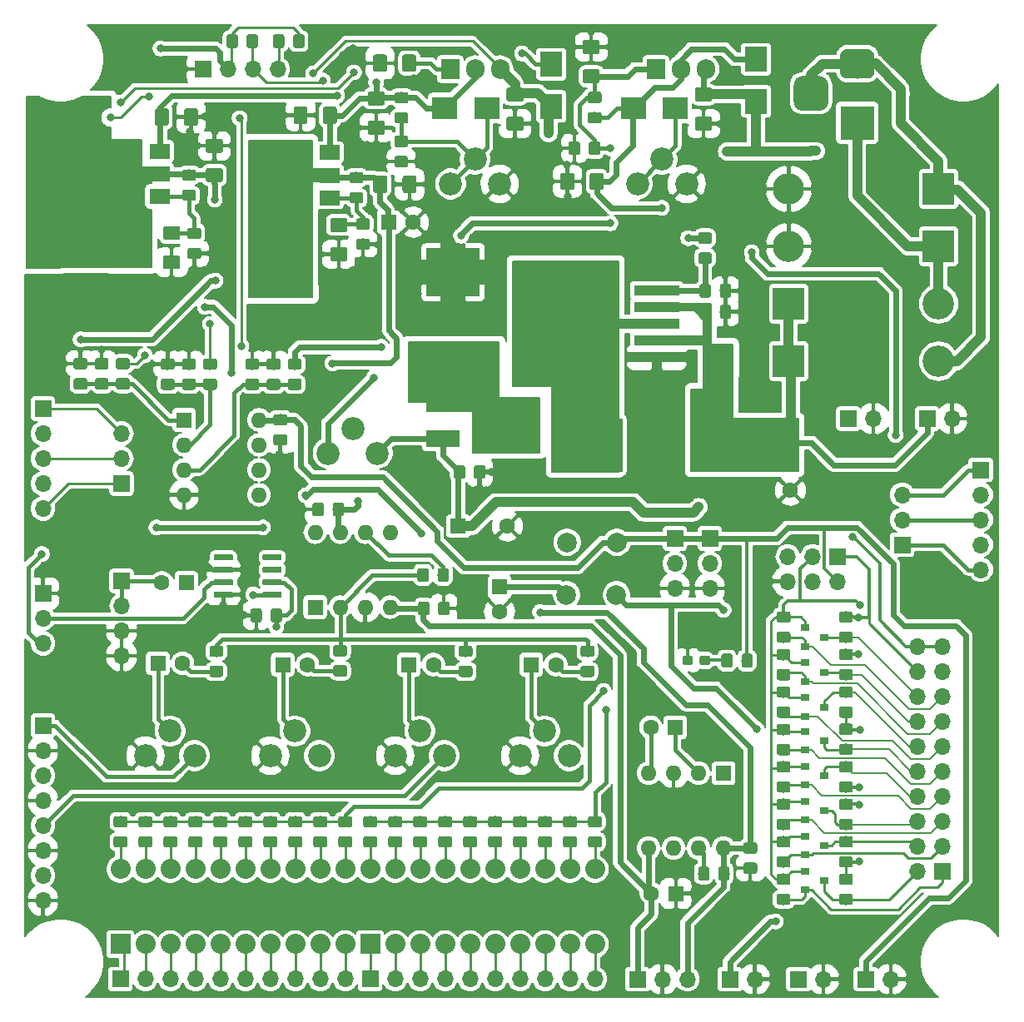
<source format=gbr>
G04 #@! TF.GenerationSoftware,KiCad,Pcbnew,(5.1.2-1)-1*
G04 #@! TF.CreationDate,2019-11-03T18:49:16-05:00*
G04 #@! TF.ProjectId,GR_BreadBoardBuddy,47525f42-7265-4616-9442-6f6172644275,rev?*
G04 #@! TF.SameCoordinates,Original*
G04 #@! TF.FileFunction,Copper,L1,Top*
G04 #@! TF.FilePolarity,Positive*
%FSLAX46Y46*%
G04 Gerber Fmt 4.6, Leading zero omitted, Abs format (unit mm)*
G04 Created by KiCad (PCBNEW (5.1.2-1)-1) date 2019-11-03 18:49:16*
%MOMM*%
%LPD*%
G04 APERTURE LIST*
%ADD10C,0.152400*%
%ADD11C,1.150000*%
%ADD12C,1.425000*%
%ADD13C,1.600000*%
%ADD14R,1.600000X1.600000*%
%ADD15O,3.200000X3.200000*%
%ADD16R,3.200000X3.200000*%
%ADD17R,3.500000X1.800000*%
%ADD18C,0.950000*%
%ADD19R,1.700000X1.700000*%
%ADD20O,1.700000X1.700000*%
%ADD21R,0.900000X0.800000*%
%ADD22C,2.340000*%
%ADD23R,1.905000X2.000000*%
%ADD24O,1.905000X2.000000*%
%ADD25O,1.600000X1.600000*%
%ADD26R,2.000000X3.800000*%
%ADD27R,2.000000X1.500000*%
%ADD28C,0.600000*%
%ADD29C,3.500001*%
%ADD30C,3.000000*%
%ADD31R,3.500000X3.500000*%
%ADD32R,2.032000X2.032000*%
%ADD33C,2.032000*%
%ADD34C,2.000000*%
%ADD35R,2.300000X2.500000*%
%ADD36R,2.500000X2.300000*%
%ADD37R,4.600001X1.100000*%
%ADD38R,4.600000X1.100000*%
%ADD39R,9.400000X10.800000*%
%ADD40C,1.524000*%
%ADD41R,4.900000X5.400000*%
%ADD42R,5.400000X4.900000*%
%ADD43R,5.399999X4.900000*%
%ADD44C,0.800000*%
%ADD45C,0.254000*%
%ADD46C,0.609600*%
%ADD47C,1.016000*%
%ADD48C,1.000000*%
%ADD49C,0.406400*%
%ADD50C,0.304800*%
%ADD51C,0.250000*%
%ADD52C,0.203200*%
G04 APERTURE END LIST*
D10*
G36*
X98645505Y-127950204D02*
G01*
X98669773Y-127953804D01*
X98693572Y-127959765D01*
X98716671Y-127968030D01*
X98738850Y-127978520D01*
X98759893Y-127991132D01*
X98779599Y-128005747D01*
X98797777Y-128022223D01*
X98814253Y-128040401D01*
X98828868Y-128060107D01*
X98841480Y-128081150D01*
X98851970Y-128103329D01*
X98860235Y-128126428D01*
X98866196Y-128150227D01*
X98869796Y-128174495D01*
X98871000Y-128198999D01*
X98871000Y-128849001D01*
X98869796Y-128873505D01*
X98866196Y-128897773D01*
X98860235Y-128921572D01*
X98851970Y-128944671D01*
X98841480Y-128966850D01*
X98828868Y-128987893D01*
X98814253Y-129007599D01*
X98797777Y-129025777D01*
X98779599Y-129042253D01*
X98759893Y-129056868D01*
X98738850Y-129069480D01*
X98716671Y-129079970D01*
X98693572Y-129088235D01*
X98669773Y-129094196D01*
X98645505Y-129097796D01*
X98621001Y-129099000D01*
X97720999Y-129099000D01*
X97696495Y-129097796D01*
X97672227Y-129094196D01*
X97648428Y-129088235D01*
X97625329Y-129079970D01*
X97603150Y-129069480D01*
X97582107Y-129056868D01*
X97562401Y-129042253D01*
X97544223Y-129025777D01*
X97527747Y-129007599D01*
X97513132Y-128987893D01*
X97500520Y-128966850D01*
X97490030Y-128944671D01*
X97481765Y-128921572D01*
X97475804Y-128897773D01*
X97472204Y-128873505D01*
X97471000Y-128849001D01*
X97471000Y-128198999D01*
X97472204Y-128174495D01*
X97475804Y-128150227D01*
X97481765Y-128126428D01*
X97490030Y-128103329D01*
X97500520Y-128081150D01*
X97513132Y-128060107D01*
X97527747Y-128040401D01*
X97544223Y-128022223D01*
X97562401Y-128005747D01*
X97582107Y-127991132D01*
X97603150Y-127978520D01*
X97625329Y-127968030D01*
X97648428Y-127959765D01*
X97672227Y-127953804D01*
X97696495Y-127950204D01*
X97720999Y-127949000D01*
X98621001Y-127949000D01*
X98645505Y-127950204D01*
X98645505Y-127950204D01*
G37*
D11*
X98171000Y-128524000D03*
D10*
G36*
X98645505Y-125900204D02*
G01*
X98669773Y-125903804D01*
X98693572Y-125909765D01*
X98716671Y-125918030D01*
X98738850Y-125928520D01*
X98759893Y-125941132D01*
X98779599Y-125955747D01*
X98797777Y-125972223D01*
X98814253Y-125990401D01*
X98828868Y-126010107D01*
X98841480Y-126031150D01*
X98851970Y-126053329D01*
X98860235Y-126076428D01*
X98866196Y-126100227D01*
X98869796Y-126124495D01*
X98871000Y-126148999D01*
X98871000Y-126799001D01*
X98869796Y-126823505D01*
X98866196Y-126847773D01*
X98860235Y-126871572D01*
X98851970Y-126894671D01*
X98841480Y-126916850D01*
X98828868Y-126937893D01*
X98814253Y-126957599D01*
X98797777Y-126975777D01*
X98779599Y-126992253D01*
X98759893Y-127006868D01*
X98738850Y-127019480D01*
X98716671Y-127029970D01*
X98693572Y-127038235D01*
X98669773Y-127044196D01*
X98645505Y-127047796D01*
X98621001Y-127049000D01*
X97720999Y-127049000D01*
X97696495Y-127047796D01*
X97672227Y-127044196D01*
X97648428Y-127038235D01*
X97625329Y-127029970D01*
X97603150Y-127019480D01*
X97582107Y-127006868D01*
X97562401Y-126992253D01*
X97544223Y-126975777D01*
X97527747Y-126957599D01*
X97513132Y-126937893D01*
X97500520Y-126916850D01*
X97490030Y-126894671D01*
X97481765Y-126871572D01*
X97475804Y-126847773D01*
X97472204Y-126823505D01*
X97471000Y-126799001D01*
X97471000Y-126148999D01*
X97472204Y-126124495D01*
X97475804Y-126100227D01*
X97481765Y-126076428D01*
X97490030Y-126053329D01*
X97500520Y-126031150D01*
X97513132Y-126010107D01*
X97527747Y-125990401D01*
X97544223Y-125972223D01*
X97562401Y-125955747D01*
X97582107Y-125941132D01*
X97603150Y-125928520D01*
X97625329Y-125918030D01*
X97648428Y-125909765D01*
X97672227Y-125903804D01*
X97696495Y-125900204D01*
X97720999Y-125899000D01*
X98621001Y-125899000D01*
X98645505Y-125900204D01*
X98645505Y-125900204D01*
G37*
D11*
X98171000Y-126474000D03*
D10*
G36*
X101185505Y-127950204D02*
G01*
X101209773Y-127953804D01*
X101233572Y-127959765D01*
X101256671Y-127968030D01*
X101278850Y-127978520D01*
X101299893Y-127991132D01*
X101319599Y-128005747D01*
X101337777Y-128022223D01*
X101354253Y-128040401D01*
X101368868Y-128060107D01*
X101381480Y-128081150D01*
X101391970Y-128103329D01*
X101400235Y-128126428D01*
X101406196Y-128150227D01*
X101409796Y-128174495D01*
X101411000Y-128198999D01*
X101411000Y-128849001D01*
X101409796Y-128873505D01*
X101406196Y-128897773D01*
X101400235Y-128921572D01*
X101391970Y-128944671D01*
X101381480Y-128966850D01*
X101368868Y-128987893D01*
X101354253Y-129007599D01*
X101337777Y-129025777D01*
X101319599Y-129042253D01*
X101299893Y-129056868D01*
X101278850Y-129069480D01*
X101256671Y-129079970D01*
X101233572Y-129088235D01*
X101209773Y-129094196D01*
X101185505Y-129097796D01*
X101161001Y-129099000D01*
X100260999Y-129099000D01*
X100236495Y-129097796D01*
X100212227Y-129094196D01*
X100188428Y-129088235D01*
X100165329Y-129079970D01*
X100143150Y-129069480D01*
X100122107Y-129056868D01*
X100102401Y-129042253D01*
X100084223Y-129025777D01*
X100067747Y-129007599D01*
X100053132Y-128987893D01*
X100040520Y-128966850D01*
X100030030Y-128944671D01*
X100021765Y-128921572D01*
X100015804Y-128897773D01*
X100012204Y-128873505D01*
X100011000Y-128849001D01*
X100011000Y-128198999D01*
X100012204Y-128174495D01*
X100015804Y-128150227D01*
X100021765Y-128126428D01*
X100030030Y-128103329D01*
X100040520Y-128081150D01*
X100053132Y-128060107D01*
X100067747Y-128040401D01*
X100084223Y-128022223D01*
X100102401Y-128005747D01*
X100122107Y-127991132D01*
X100143150Y-127978520D01*
X100165329Y-127968030D01*
X100188428Y-127959765D01*
X100212227Y-127953804D01*
X100236495Y-127950204D01*
X100260999Y-127949000D01*
X101161001Y-127949000D01*
X101185505Y-127950204D01*
X101185505Y-127950204D01*
G37*
D11*
X100711000Y-128524000D03*
D10*
G36*
X101185505Y-125900204D02*
G01*
X101209773Y-125903804D01*
X101233572Y-125909765D01*
X101256671Y-125918030D01*
X101278850Y-125928520D01*
X101299893Y-125941132D01*
X101319599Y-125955747D01*
X101337777Y-125972223D01*
X101354253Y-125990401D01*
X101368868Y-126010107D01*
X101381480Y-126031150D01*
X101391970Y-126053329D01*
X101400235Y-126076428D01*
X101406196Y-126100227D01*
X101409796Y-126124495D01*
X101411000Y-126148999D01*
X101411000Y-126799001D01*
X101409796Y-126823505D01*
X101406196Y-126847773D01*
X101400235Y-126871572D01*
X101391970Y-126894671D01*
X101381480Y-126916850D01*
X101368868Y-126937893D01*
X101354253Y-126957599D01*
X101337777Y-126975777D01*
X101319599Y-126992253D01*
X101299893Y-127006868D01*
X101278850Y-127019480D01*
X101256671Y-127029970D01*
X101233572Y-127038235D01*
X101209773Y-127044196D01*
X101185505Y-127047796D01*
X101161001Y-127049000D01*
X100260999Y-127049000D01*
X100236495Y-127047796D01*
X100212227Y-127044196D01*
X100188428Y-127038235D01*
X100165329Y-127029970D01*
X100143150Y-127019480D01*
X100122107Y-127006868D01*
X100102401Y-126992253D01*
X100084223Y-126975777D01*
X100067747Y-126957599D01*
X100053132Y-126937893D01*
X100040520Y-126916850D01*
X100030030Y-126894671D01*
X100021765Y-126871572D01*
X100015804Y-126847773D01*
X100012204Y-126823505D01*
X100011000Y-126799001D01*
X100011000Y-126148999D01*
X100012204Y-126124495D01*
X100015804Y-126100227D01*
X100021765Y-126076428D01*
X100030030Y-126053329D01*
X100040520Y-126031150D01*
X100053132Y-126010107D01*
X100067747Y-125990401D01*
X100084223Y-125972223D01*
X100102401Y-125955747D01*
X100122107Y-125941132D01*
X100143150Y-125928520D01*
X100165329Y-125918030D01*
X100188428Y-125909765D01*
X100212227Y-125903804D01*
X100236495Y-125900204D01*
X100260999Y-125899000D01*
X101161001Y-125899000D01*
X101185505Y-125900204D01*
X101185505Y-125900204D01*
G37*
D11*
X100711000Y-126474000D03*
D10*
G36*
X103725505Y-127950204D02*
G01*
X103749773Y-127953804D01*
X103773572Y-127959765D01*
X103796671Y-127968030D01*
X103818850Y-127978520D01*
X103839893Y-127991132D01*
X103859599Y-128005747D01*
X103877777Y-128022223D01*
X103894253Y-128040401D01*
X103908868Y-128060107D01*
X103921480Y-128081150D01*
X103931970Y-128103329D01*
X103940235Y-128126428D01*
X103946196Y-128150227D01*
X103949796Y-128174495D01*
X103951000Y-128198999D01*
X103951000Y-128849001D01*
X103949796Y-128873505D01*
X103946196Y-128897773D01*
X103940235Y-128921572D01*
X103931970Y-128944671D01*
X103921480Y-128966850D01*
X103908868Y-128987893D01*
X103894253Y-129007599D01*
X103877777Y-129025777D01*
X103859599Y-129042253D01*
X103839893Y-129056868D01*
X103818850Y-129069480D01*
X103796671Y-129079970D01*
X103773572Y-129088235D01*
X103749773Y-129094196D01*
X103725505Y-129097796D01*
X103701001Y-129099000D01*
X102800999Y-129099000D01*
X102776495Y-129097796D01*
X102752227Y-129094196D01*
X102728428Y-129088235D01*
X102705329Y-129079970D01*
X102683150Y-129069480D01*
X102662107Y-129056868D01*
X102642401Y-129042253D01*
X102624223Y-129025777D01*
X102607747Y-129007599D01*
X102593132Y-128987893D01*
X102580520Y-128966850D01*
X102570030Y-128944671D01*
X102561765Y-128921572D01*
X102555804Y-128897773D01*
X102552204Y-128873505D01*
X102551000Y-128849001D01*
X102551000Y-128198999D01*
X102552204Y-128174495D01*
X102555804Y-128150227D01*
X102561765Y-128126428D01*
X102570030Y-128103329D01*
X102580520Y-128081150D01*
X102593132Y-128060107D01*
X102607747Y-128040401D01*
X102624223Y-128022223D01*
X102642401Y-128005747D01*
X102662107Y-127991132D01*
X102683150Y-127978520D01*
X102705329Y-127968030D01*
X102728428Y-127959765D01*
X102752227Y-127953804D01*
X102776495Y-127950204D01*
X102800999Y-127949000D01*
X103701001Y-127949000D01*
X103725505Y-127950204D01*
X103725505Y-127950204D01*
G37*
D11*
X103251000Y-128524000D03*
D10*
G36*
X103725505Y-125900204D02*
G01*
X103749773Y-125903804D01*
X103773572Y-125909765D01*
X103796671Y-125918030D01*
X103818850Y-125928520D01*
X103839893Y-125941132D01*
X103859599Y-125955747D01*
X103877777Y-125972223D01*
X103894253Y-125990401D01*
X103908868Y-126010107D01*
X103921480Y-126031150D01*
X103931970Y-126053329D01*
X103940235Y-126076428D01*
X103946196Y-126100227D01*
X103949796Y-126124495D01*
X103951000Y-126148999D01*
X103951000Y-126799001D01*
X103949796Y-126823505D01*
X103946196Y-126847773D01*
X103940235Y-126871572D01*
X103931970Y-126894671D01*
X103921480Y-126916850D01*
X103908868Y-126937893D01*
X103894253Y-126957599D01*
X103877777Y-126975777D01*
X103859599Y-126992253D01*
X103839893Y-127006868D01*
X103818850Y-127019480D01*
X103796671Y-127029970D01*
X103773572Y-127038235D01*
X103749773Y-127044196D01*
X103725505Y-127047796D01*
X103701001Y-127049000D01*
X102800999Y-127049000D01*
X102776495Y-127047796D01*
X102752227Y-127044196D01*
X102728428Y-127038235D01*
X102705329Y-127029970D01*
X102683150Y-127019480D01*
X102662107Y-127006868D01*
X102642401Y-126992253D01*
X102624223Y-126975777D01*
X102607747Y-126957599D01*
X102593132Y-126937893D01*
X102580520Y-126916850D01*
X102570030Y-126894671D01*
X102561765Y-126871572D01*
X102555804Y-126847773D01*
X102552204Y-126823505D01*
X102551000Y-126799001D01*
X102551000Y-126148999D01*
X102552204Y-126124495D01*
X102555804Y-126100227D01*
X102561765Y-126076428D01*
X102570030Y-126053329D01*
X102580520Y-126031150D01*
X102593132Y-126010107D01*
X102607747Y-125990401D01*
X102624223Y-125972223D01*
X102642401Y-125955747D01*
X102662107Y-125941132D01*
X102683150Y-125928520D01*
X102705329Y-125918030D01*
X102728428Y-125909765D01*
X102752227Y-125903804D01*
X102776495Y-125900204D01*
X102800999Y-125899000D01*
X103701001Y-125899000D01*
X103725505Y-125900204D01*
X103725505Y-125900204D01*
G37*
D11*
X103251000Y-126474000D03*
D10*
G36*
X106265505Y-127959204D02*
G01*
X106289773Y-127962804D01*
X106313572Y-127968765D01*
X106336671Y-127977030D01*
X106358850Y-127987520D01*
X106379893Y-128000132D01*
X106399599Y-128014747D01*
X106417777Y-128031223D01*
X106434253Y-128049401D01*
X106448868Y-128069107D01*
X106461480Y-128090150D01*
X106471970Y-128112329D01*
X106480235Y-128135428D01*
X106486196Y-128159227D01*
X106489796Y-128183495D01*
X106491000Y-128207999D01*
X106491000Y-128858001D01*
X106489796Y-128882505D01*
X106486196Y-128906773D01*
X106480235Y-128930572D01*
X106471970Y-128953671D01*
X106461480Y-128975850D01*
X106448868Y-128996893D01*
X106434253Y-129016599D01*
X106417777Y-129034777D01*
X106399599Y-129051253D01*
X106379893Y-129065868D01*
X106358850Y-129078480D01*
X106336671Y-129088970D01*
X106313572Y-129097235D01*
X106289773Y-129103196D01*
X106265505Y-129106796D01*
X106241001Y-129108000D01*
X105340999Y-129108000D01*
X105316495Y-129106796D01*
X105292227Y-129103196D01*
X105268428Y-129097235D01*
X105245329Y-129088970D01*
X105223150Y-129078480D01*
X105202107Y-129065868D01*
X105182401Y-129051253D01*
X105164223Y-129034777D01*
X105147747Y-129016599D01*
X105133132Y-128996893D01*
X105120520Y-128975850D01*
X105110030Y-128953671D01*
X105101765Y-128930572D01*
X105095804Y-128906773D01*
X105092204Y-128882505D01*
X105091000Y-128858001D01*
X105091000Y-128207999D01*
X105092204Y-128183495D01*
X105095804Y-128159227D01*
X105101765Y-128135428D01*
X105110030Y-128112329D01*
X105120520Y-128090150D01*
X105133132Y-128069107D01*
X105147747Y-128049401D01*
X105164223Y-128031223D01*
X105182401Y-128014747D01*
X105202107Y-128000132D01*
X105223150Y-127987520D01*
X105245329Y-127977030D01*
X105268428Y-127968765D01*
X105292227Y-127962804D01*
X105316495Y-127959204D01*
X105340999Y-127958000D01*
X106241001Y-127958000D01*
X106265505Y-127959204D01*
X106265505Y-127959204D01*
G37*
D11*
X105791000Y-128533000D03*
D10*
G36*
X106265505Y-125909204D02*
G01*
X106289773Y-125912804D01*
X106313572Y-125918765D01*
X106336671Y-125927030D01*
X106358850Y-125937520D01*
X106379893Y-125950132D01*
X106399599Y-125964747D01*
X106417777Y-125981223D01*
X106434253Y-125999401D01*
X106448868Y-126019107D01*
X106461480Y-126040150D01*
X106471970Y-126062329D01*
X106480235Y-126085428D01*
X106486196Y-126109227D01*
X106489796Y-126133495D01*
X106491000Y-126157999D01*
X106491000Y-126808001D01*
X106489796Y-126832505D01*
X106486196Y-126856773D01*
X106480235Y-126880572D01*
X106471970Y-126903671D01*
X106461480Y-126925850D01*
X106448868Y-126946893D01*
X106434253Y-126966599D01*
X106417777Y-126984777D01*
X106399599Y-127001253D01*
X106379893Y-127015868D01*
X106358850Y-127028480D01*
X106336671Y-127038970D01*
X106313572Y-127047235D01*
X106289773Y-127053196D01*
X106265505Y-127056796D01*
X106241001Y-127058000D01*
X105340999Y-127058000D01*
X105316495Y-127056796D01*
X105292227Y-127053196D01*
X105268428Y-127047235D01*
X105245329Y-127038970D01*
X105223150Y-127028480D01*
X105202107Y-127015868D01*
X105182401Y-127001253D01*
X105164223Y-126984777D01*
X105147747Y-126966599D01*
X105133132Y-126946893D01*
X105120520Y-126925850D01*
X105110030Y-126903671D01*
X105101765Y-126880572D01*
X105095804Y-126856773D01*
X105092204Y-126832505D01*
X105091000Y-126808001D01*
X105091000Y-126157999D01*
X105092204Y-126133495D01*
X105095804Y-126109227D01*
X105101765Y-126085428D01*
X105110030Y-126062329D01*
X105120520Y-126040150D01*
X105133132Y-126019107D01*
X105147747Y-125999401D01*
X105164223Y-125981223D01*
X105182401Y-125964747D01*
X105202107Y-125950132D01*
X105223150Y-125937520D01*
X105245329Y-125927030D01*
X105268428Y-125918765D01*
X105292227Y-125912804D01*
X105316495Y-125909204D01*
X105340999Y-125908000D01*
X106241001Y-125908000D01*
X106265505Y-125909204D01*
X106265505Y-125909204D01*
G37*
D11*
X105791000Y-126483000D03*
D10*
G36*
X108805505Y-125900204D02*
G01*
X108829773Y-125903804D01*
X108853572Y-125909765D01*
X108876671Y-125918030D01*
X108898850Y-125928520D01*
X108919893Y-125941132D01*
X108939599Y-125955747D01*
X108957777Y-125972223D01*
X108974253Y-125990401D01*
X108988868Y-126010107D01*
X109001480Y-126031150D01*
X109011970Y-126053329D01*
X109020235Y-126076428D01*
X109026196Y-126100227D01*
X109029796Y-126124495D01*
X109031000Y-126148999D01*
X109031000Y-126799001D01*
X109029796Y-126823505D01*
X109026196Y-126847773D01*
X109020235Y-126871572D01*
X109011970Y-126894671D01*
X109001480Y-126916850D01*
X108988868Y-126937893D01*
X108974253Y-126957599D01*
X108957777Y-126975777D01*
X108939599Y-126992253D01*
X108919893Y-127006868D01*
X108898850Y-127019480D01*
X108876671Y-127029970D01*
X108853572Y-127038235D01*
X108829773Y-127044196D01*
X108805505Y-127047796D01*
X108781001Y-127049000D01*
X107880999Y-127049000D01*
X107856495Y-127047796D01*
X107832227Y-127044196D01*
X107808428Y-127038235D01*
X107785329Y-127029970D01*
X107763150Y-127019480D01*
X107742107Y-127006868D01*
X107722401Y-126992253D01*
X107704223Y-126975777D01*
X107687747Y-126957599D01*
X107673132Y-126937893D01*
X107660520Y-126916850D01*
X107650030Y-126894671D01*
X107641765Y-126871572D01*
X107635804Y-126847773D01*
X107632204Y-126823505D01*
X107631000Y-126799001D01*
X107631000Y-126148999D01*
X107632204Y-126124495D01*
X107635804Y-126100227D01*
X107641765Y-126076428D01*
X107650030Y-126053329D01*
X107660520Y-126031150D01*
X107673132Y-126010107D01*
X107687747Y-125990401D01*
X107704223Y-125972223D01*
X107722401Y-125955747D01*
X107742107Y-125941132D01*
X107763150Y-125928520D01*
X107785329Y-125918030D01*
X107808428Y-125909765D01*
X107832227Y-125903804D01*
X107856495Y-125900204D01*
X107880999Y-125899000D01*
X108781001Y-125899000D01*
X108805505Y-125900204D01*
X108805505Y-125900204D01*
G37*
D11*
X108331000Y-126474000D03*
D10*
G36*
X108805505Y-127950204D02*
G01*
X108829773Y-127953804D01*
X108853572Y-127959765D01*
X108876671Y-127968030D01*
X108898850Y-127978520D01*
X108919893Y-127991132D01*
X108939599Y-128005747D01*
X108957777Y-128022223D01*
X108974253Y-128040401D01*
X108988868Y-128060107D01*
X109001480Y-128081150D01*
X109011970Y-128103329D01*
X109020235Y-128126428D01*
X109026196Y-128150227D01*
X109029796Y-128174495D01*
X109031000Y-128198999D01*
X109031000Y-128849001D01*
X109029796Y-128873505D01*
X109026196Y-128897773D01*
X109020235Y-128921572D01*
X109011970Y-128944671D01*
X109001480Y-128966850D01*
X108988868Y-128987893D01*
X108974253Y-129007599D01*
X108957777Y-129025777D01*
X108939599Y-129042253D01*
X108919893Y-129056868D01*
X108898850Y-129069480D01*
X108876671Y-129079970D01*
X108853572Y-129088235D01*
X108829773Y-129094196D01*
X108805505Y-129097796D01*
X108781001Y-129099000D01*
X107880999Y-129099000D01*
X107856495Y-129097796D01*
X107832227Y-129094196D01*
X107808428Y-129088235D01*
X107785329Y-129079970D01*
X107763150Y-129069480D01*
X107742107Y-129056868D01*
X107722401Y-129042253D01*
X107704223Y-129025777D01*
X107687747Y-129007599D01*
X107673132Y-128987893D01*
X107660520Y-128966850D01*
X107650030Y-128944671D01*
X107641765Y-128921572D01*
X107635804Y-128897773D01*
X107632204Y-128873505D01*
X107631000Y-128849001D01*
X107631000Y-128198999D01*
X107632204Y-128174495D01*
X107635804Y-128150227D01*
X107641765Y-128126428D01*
X107650030Y-128103329D01*
X107660520Y-128081150D01*
X107673132Y-128060107D01*
X107687747Y-128040401D01*
X107704223Y-128022223D01*
X107722401Y-128005747D01*
X107742107Y-127991132D01*
X107763150Y-127978520D01*
X107785329Y-127968030D01*
X107808428Y-127959765D01*
X107832227Y-127953804D01*
X107856495Y-127950204D01*
X107880999Y-127949000D01*
X108781001Y-127949000D01*
X108805505Y-127950204D01*
X108805505Y-127950204D01*
G37*
D11*
X108331000Y-128524000D03*
D10*
G36*
X111345505Y-127950204D02*
G01*
X111369773Y-127953804D01*
X111393572Y-127959765D01*
X111416671Y-127968030D01*
X111438850Y-127978520D01*
X111459893Y-127991132D01*
X111479599Y-128005747D01*
X111497777Y-128022223D01*
X111514253Y-128040401D01*
X111528868Y-128060107D01*
X111541480Y-128081150D01*
X111551970Y-128103329D01*
X111560235Y-128126428D01*
X111566196Y-128150227D01*
X111569796Y-128174495D01*
X111571000Y-128198999D01*
X111571000Y-128849001D01*
X111569796Y-128873505D01*
X111566196Y-128897773D01*
X111560235Y-128921572D01*
X111551970Y-128944671D01*
X111541480Y-128966850D01*
X111528868Y-128987893D01*
X111514253Y-129007599D01*
X111497777Y-129025777D01*
X111479599Y-129042253D01*
X111459893Y-129056868D01*
X111438850Y-129069480D01*
X111416671Y-129079970D01*
X111393572Y-129088235D01*
X111369773Y-129094196D01*
X111345505Y-129097796D01*
X111321001Y-129099000D01*
X110420999Y-129099000D01*
X110396495Y-129097796D01*
X110372227Y-129094196D01*
X110348428Y-129088235D01*
X110325329Y-129079970D01*
X110303150Y-129069480D01*
X110282107Y-129056868D01*
X110262401Y-129042253D01*
X110244223Y-129025777D01*
X110227747Y-129007599D01*
X110213132Y-128987893D01*
X110200520Y-128966850D01*
X110190030Y-128944671D01*
X110181765Y-128921572D01*
X110175804Y-128897773D01*
X110172204Y-128873505D01*
X110171000Y-128849001D01*
X110171000Y-128198999D01*
X110172204Y-128174495D01*
X110175804Y-128150227D01*
X110181765Y-128126428D01*
X110190030Y-128103329D01*
X110200520Y-128081150D01*
X110213132Y-128060107D01*
X110227747Y-128040401D01*
X110244223Y-128022223D01*
X110262401Y-128005747D01*
X110282107Y-127991132D01*
X110303150Y-127978520D01*
X110325329Y-127968030D01*
X110348428Y-127959765D01*
X110372227Y-127953804D01*
X110396495Y-127950204D01*
X110420999Y-127949000D01*
X111321001Y-127949000D01*
X111345505Y-127950204D01*
X111345505Y-127950204D01*
G37*
D11*
X110871000Y-128524000D03*
D10*
G36*
X111345505Y-125900204D02*
G01*
X111369773Y-125903804D01*
X111393572Y-125909765D01*
X111416671Y-125918030D01*
X111438850Y-125928520D01*
X111459893Y-125941132D01*
X111479599Y-125955747D01*
X111497777Y-125972223D01*
X111514253Y-125990401D01*
X111528868Y-126010107D01*
X111541480Y-126031150D01*
X111551970Y-126053329D01*
X111560235Y-126076428D01*
X111566196Y-126100227D01*
X111569796Y-126124495D01*
X111571000Y-126148999D01*
X111571000Y-126799001D01*
X111569796Y-126823505D01*
X111566196Y-126847773D01*
X111560235Y-126871572D01*
X111551970Y-126894671D01*
X111541480Y-126916850D01*
X111528868Y-126937893D01*
X111514253Y-126957599D01*
X111497777Y-126975777D01*
X111479599Y-126992253D01*
X111459893Y-127006868D01*
X111438850Y-127019480D01*
X111416671Y-127029970D01*
X111393572Y-127038235D01*
X111369773Y-127044196D01*
X111345505Y-127047796D01*
X111321001Y-127049000D01*
X110420999Y-127049000D01*
X110396495Y-127047796D01*
X110372227Y-127044196D01*
X110348428Y-127038235D01*
X110325329Y-127029970D01*
X110303150Y-127019480D01*
X110282107Y-127006868D01*
X110262401Y-126992253D01*
X110244223Y-126975777D01*
X110227747Y-126957599D01*
X110213132Y-126937893D01*
X110200520Y-126916850D01*
X110190030Y-126894671D01*
X110181765Y-126871572D01*
X110175804Y-126847773D01*
X110172204Y-126823505D01*
X110171000Y-126799001D01*
X110171000Y-126148999D01*
X110172204Y-126124495D01*
X110175804Y-126100227D01*
X110181765Y-126076428D01*
X110190030Y-126053329D01*
X110200520Y-126031150D01*
X110213132Y-126010107D01*
X110227747Y-125990401D01*
X110244223Y-125972223D01*
X110262401Y-125955747D01*
X110282107Y-125941132D01*
X110303150Y-125928520D01*
X110325329Y-125918030D01*
X110348428Y-125909765D01*
X110372227Y-125903804D01*
X110396495Y-125900204D01*
X110420999Y-125899000D01*
X111321001Y-125899000D01*
X111345505Y-125900204D01*
X111345505Y-125900204D01*
G37*
D11*
X110871000Y-126474000D03*
D10*
G36*
X146880105Y-52223804D02*
G01*
X146904373Y-52227404D01*
X146928172Y-52233365D01*
X146951271Y-52241630D01*
X146973450Y-52252120D01*
X146994493Y-52264732D01*
X147014199Y-52279347D01*
X147032377Y-52295823D01*
X147048853Y-52314001D01*
X147063468Y-52333707D01*
X147076080Y-52354750D01*
X147086570Y-52376929D01*
X147094835Y-52400028D01*
X147100796Y-52423827D01*
X147104396Y-52448095D01*
X147105600Y-52472599D01*
X147105600Y-53122601D01*
X147104396Y-53147105D01*
X147100796Y-53171373D01*
X147094835Y-53195172D01*
X147086570Y-53218271D01*
X147076080Y-53240450D01*
X147063468Y-53261493D01*
X147048853Y-53281199D01*
X147032377Y-53299377D01*
X147014199Y-53315853D01*
X146994493Y-53330468D01*
X146973450Y-53343080D01*
X146951271Y-53353570D01*
X146928172Y-53361835D01*
X146904373Y-53367796D01*
X146880105Y-53371396D01*
X146855601Y-53372600D01*
X145955599Y-53372600D01*
X145931095Y-53371396D01*
X145906827Y-53367796D01*
X145883028Y-53361835D01*
X145859929Y-53353570D01*
X145837750Y-53343080D01*
X145816707Y-53330468D01*
X145797001Y-53315853D01*
X145778823Y-53299377D01*
X145762347Y-53281199D01*
X145747732Y-53261493D01*
X145735120Y-53240450D01*
X145724630Y-53218271D01*
X145716365Y-53195172D01*
X145710404Y-53171373D01*
X145706804Y-53147105D01*
X145705600Y-53122601D01*
X145705600Y-52472599D01*
X145706804Y-52448095D01*
X145710404Y-52423827D01*
X145716365Y-52400028D01*
X145724630Y-52376929D01*
X145735120Y-52354750D01*
X145747732Y-52333707D01*
X145762347Y-52314001D01*
X145778823Y-52295823D01*
X145797001Y-52279347D01*
X145816707Y-52264732D01*
X145837750Y-52252120D01*
X145859929Y-52241630D01*
X145883028Y-52233365D01*
X145906827Y-52227404D01*
X145931095Y-52223804D01*
X145955599Y-52222600D01*
X146855601Y-52222600D01*
X146880105Y-52223804D01*
X146880105Y-52223804D01*
G37*
D11*
X146405600Y-52797600D03*
D10*
G36*
X146880105Y-54273804D02*
G01*
X146904373Y-54277404D01*
X146928172Y-54283365D01*
X146951271Y-54291630D01*
X146973450Y-54302120D01*
X146994493Y-54314732D01*
X147014199Y-54329347D01*
X147032377Y-54345823D01*
X147048853Y-54364001D01*
X147063468Y-54383707D01*
X147076080Y-54404750D01*
X147086570Y-54426929D01*
X147094835Y-54450028D01*
X147100796Y-54473827D01*
X147104396Y-54498095D01*
X147105600Y-54522599D01*
X147105600Y-55172601D01*
X147104396Y-55197105D01*
X147100796Y-55221373D01*
X147094835Y-55245172D01*
X147086570Y-55268271D01*
X147076080Y-55290450D01*
X147063468Y-55311493D01*
X147048853Y-55331199D01*
X147032377Y-55349377D01*
X147014199Y-55365853D01*
X146994493Y-55380468D01*
X146973450Y-55393080D01*
X146951271Y-55403570D01*
X146928172Y-55411835D01*
X146904373Y-55417796D01*
X146880105Y-55421396D01*
X146855601Y-55422600D01*
X145955599Y-55422600D01*
X145931095Y-55421396D01*
X145906827Y-55417796D01*
X145883028Y-55411835D01*
X145859929Y-55403570D01*
X145837750Y-55393080D01*
X145816707Y-55380468D01*
X145797001Y-55365853D01*
X145778823Y-55349377D01*
X145762347Y-55331199D01*
X145747732Y-55311493D01*
X145735120Y-55290450D01*
X145724630Y-55268271D01*
X145716365Y-55245172D01*
X145710404Y-55221373D01*
X145706804Y-55197105D01*
X145705600Y-55172601D01*
X145705600Y-54522599D01*
X145706804Y-54498095D01*
X145710404Y-54473827D01*
X145716365Y-54450028D01*
X145724630Y-54426929D01*
X145735120Y-54404750D01*
X145747732Y-54383707D01*
X145762347Y-54364001D01*
X145778823Y-54345823D01*
X145797001Y-54329347D01*
X145816707Y-54314732D01*
X145837750Y-54302120D01*
X145859929Y-54291630D01*
X145883028Y-54283365D01*
X145906827Y-54277404D01*
X145931095Y-54273804D01*
X145955599Y-54272600D01*
X146855601Y-54272600D01*
X146880105Y-54273804D01*
X146880105Y-54273804D01*
G37*
D11*
X146405600Y-54847600D03*
D10*
G36*
X116425505Y-127950204D02*
G01*
X116449773Y-127953804D01*
X116473572Y-127959765D01*
X116496671Y-127968030D01*
X116518850Y-127978520D01*
X116539893Y-127991132D01*
X116559599Y-128005747D01*
X116577777Y-128022223D01*
X116594253Y-128040401D01*
X116608868Y-128060107D01*
X116621480Y-128081150D01*
X116631970Y-128103329D01*
X116640235Y-128126428D01*
X116646196Y-128150227D01*
X116649796Y-128174495D01*
X116651000Y-128198999D01*
X116651000Y-128849001D01*
X116649796Y-128873505D01*
X116646196Y-128897773D01*
X116640235Y-128921572D01*
X116631970Y-128944671D01*
X116621480Y-128966850D01*
X116608868Y-128987893D01*
X116594253Y-129007599D01*
X116577777Y-129025777D01*
X116559599Y-129042253D01*
X116539893Y-129056868D01*
X116518850Y-129069480D01*
X116496671Y-129079970D01*
X116473572Y-129088235D01*
X116449773Y-129094196D01*
X116425505Y-129097796D01*
X116401001Y-129099000D01*
X115500999Y-129099000D01*
X115476495Y-129097796D01*
X115452227Y-129094196D01*
X115428428Y-129088235D01*
X115405329Y-129079970D01*
X115383150Y-129069480D01*
X115362107Y-129056868D01*
X115342401Y-129042253D01*
X115324223Y-129025777D01*
X115307747Y-129007599D01*
X115293132Y-128987893D01*
X115280520Y-128966850D01*
X115270030Y-128944671D01*
X115261765Y-128921572D01*
X115255804Y-128897773D01*
X115252204Y-128873505D01*
X115251000Y-128849001D01*
X115251000Y-128198999D01*
X115252204Y-128174495D01*
X115255804Y-128150227D01*
X115261765Y-128126428D01*
X115270030Y-128103329D01*
X115280520Y-128081150D01*
X115293132Y-128060107D01*
X115307747Y-128040401D01*
X115324223Y-128022223D01*
X115342401Y-128005747D01*
X115362107Y-127991132D01*
X115383150Y-127978520D01*
X115405329Y-127968030D01*
X115428428Y-127959765D01*
X115452227Y-127953804D01*
X115476495Y-127950204D01*
X115500999Y-127949000D01*
X116401001Y-127949000D01*
X116425505Y-127950204D01*
X116425505Y-127950204D01*
G37*
D11*
X115951000Y-128524000D03*
D10*
G36*
X116425505Y-125900204D02*
G01*
X116449773Y-125903804D01*
X116473572Y-125909765D01*
X116496671Y-125918030D01*
X116518850Y-125928520D01*
X116539893Y-125941132D01*
X116559599Y-125955747D01*
X116577777Y-125972223D01*
X116594253Y-125990401D01*
X116608868Y-126010107D01*
X116621480Y-126031150D01*
X116631970Y-126053329D01*
X116640235Y-126076428D01*
X116646196Y-126100227D01*
X116649796Y-126124495D01*
X116651000Y-126148999D01*
X116651000Y-126799001D01*
X116649796Y-126823505D01*
X116646196Y-126847773D01*
X116640235Y-126871572D01*
X116631970Y-126894671D01*
X116621480Y-126916850D01*
X116608868Y-126937893D01*
X116594253Y-126957599D01*
X116577777Y-126975777D01*
X116559599Y-126992253D01*
X116539893Y-127006868D01*
X116518850Y-127019480D01*
X116496671Y-127029970D01*
X116473572Y-127038235D01*
X116449773Y-127044196D01*
X116425505Y-127047796D01*
X116401001Y-127049000D01*
X115500999Y-127049000D01*
X115476495Y-127047796D01*
X115452227Y-127044196D01*
X115428428Y-127038235D01*
X115405329Y-127029970D01*
X115383150Y-127019480D01*
X115362107Y-127006868D01*
X115342401Y-126992253D01*
X115324223Y-126975777D01*
X115307747Y-126957599D01*
X115293132Y-126937893D01*
X115280520Y-126916850D01*
X115270030Y-126894671D01*
X115261765Y-126871572D01*
X115255804Y-126847773D01*
X115252204Y-126823505D01*
X115251000Y-126799001D01*
X115251000Y-126148999D01*
X115252204Y-126124495D01*
X115255804Y-126100227D01*
X115261765Y-126076428D01*
X115270030Y-126053329D01*
X115280520Y-126031150D01*
X115293132Y-126010107D01*
X115307747Y-125990401D01*
X115324223Y-125972223D01*
X115342401Y-125955747D01*
X115362107Y-125941132D01*
X115383150Y-125928520D01*
X115405329Y-125918030D01*
X115428428Y-125909765D01*
X115452227Y-125903804D01*
X115476495Y-125900204D01*
X115500999Y-125899000D01*
X116401001Y-125899000D01*
X116425505Y-125900204D01*
X116425505Y-125900204D01*
G37*
D11*
X115951000Y-126474000D03*
D10*
G36*
X118965505Y-127950204D02*
G01*
X118989773Y-127953804D01*
X119013572Y-127959765D01*
X119036671Y-127968030D01*
X119058850Y-127978520D01*
X119079893Y-127991132D01*
X119099599Y-128005747D01*
X119117777Y-128022223D01*
X119134253Y-128040401D01*
X119148868Y-128060107D01*
X119161480Y-128081150D01*
X119171970Y-128103329D01*
X119180235Y-128126428D01*
X119186196Y-128150227D01*
X119189796Y-128174495D01*
X119191000Y-128198999D01*
X119191000Y-128849001D01*
X119189796Y-128873505D01*
X119186196Y-128897773D01*
X119180235Y-128921572D01*
X119171970Y-128944671D01*
X119161480Y-128966850D01*
X119148868Y-128987893D01*
X119134253Y-129007599D01*
X119117777Y-129025777D01*
X119099599Y-129042253D01*
X119079893Y-129056868D01*
X119058850Y-129069480D01*
X119036671Y-129079970D01*
X119013572Y-129088235D01*
X118989773Y-129094196D01*
X118965505Y-129097796D01*
X118941001Y-129099000D01*
X118040999Y-129099000D01*
X118016495Y-129097796D01*
X117992227Y-129094196D01*
X117968428Y-129088235D01*
X117945329Y-129079970D01*
X117923150Y-129069480D01*
X117902107Y-129056868D01*
X117882401Y-129042253D01*
X117864223Y-129025777D01*
X117847747Y-129007599D01*
X117833132Y-128987893D01*
X117820520Y-128966850D01*
X117810030Y-128944671D01*
X117801765Y-128921572D01*
X117795804Y-128897773D01*
X117792204Y-128873505D01*
X117791000Y-128849001D01*
X117791000Y-128198999D01*
X117792204Y-128174495D01*
X117795804Y-128150227D01*
X117801765Y-128126428D01*
X117810030Y-128103329D01*
X117820520Y-128081150D01*
X117833132Y-128060107D01*
X117847747Y-128040401D01*
X117864223Y-128022223D01*
X117882401Y-128005747D01*
X117902107Y-127991132D01*
X117923150Y-127978520D01*
X117945329Y-127968030D01*
X117968428Y-127959765D01*
X117992227Y-127953804D01*
X118016495Y-127950204D01*
X118040999Y-127949000D01*
X118941001Y-127949000D01*
X118965505Y-127950204D01*
X118965505Y-127950204D01*
G37*
D11*
X118491000Y-128524000D03*
D10*
G36*
X118965505Y-125900204D02*
G01*
X118989773Y-125903804D01*
X119013572Y-125909765D01*
X119036671Y-125918030D01*
X119058850Y-125928520D01*
X119079893Y-125941132D01*
X119099599Y-125955747D01*
X119117777Y-125972223D01*
X119134253Y-125990401D01*
X119148868Y-126010107D01*
X119161480Y-126031150D01*
X119171970Y-126053329D01*
X119180235Y-126076428D01*
X119186196Y-126100227D01*
X119189796Y-126124495D01*
X119191000Y-126148999D01*
X119191000Y-126799001D01*
X119189796Y-126823505D01*
X119186196Y-126847773D01*
X119180235Y-126871572D01*
X119171970Y-126894671D01*
X119161480Y-126916850D01*
X119148868Y-126937893D01*
X119134253Y-126957599D01*
X119117777Y-126975777D01*
X119099599Y-126992253D01*
X119079893Y-127006868D01*
X119058850Y-127019480D01*
X119036671Y-127029970D01*
X119013572Y-127038235D01*
X118989773Y-127044196D01*
X118965505Y-127047796D01*
X118941001Y-127049000D01*
X118040999Y-127049000D01*
X118016495Y-127047796D01*
X117992227Y-127044196D01*
X117968428Y-127038235D01*
X117945329Y-127029970D01*
X117923150Y-127019480D01*
X117902107Y-127006868D01*
X117882401Y-126992253D01*
X117864223Y-126975777D01*
X117847747Y-126957599D01*
X117833132Y-126937893D01*
X117820520Y-126916850D01*
X117810030Y-126894671D01*
X117801765Y-126871572D01*
X117795804Y-126847773D01*
X117792204Y-126823505D01*
X117791000Y-126799001D01*
X117791000Y-126148999D01*
X117792204Y-126124495D01*
X117795804Y-126100227D01*
X117801765Y-126076428D01*
X117810030Y-126053329D01*
X117820520Y-126031150D01*
X117833132Y-126010107D01*
X117847747Y-125990401D01*
X117864223Y-125972223D01*
X117882401Y-125955747D01*
X117902107Y-125941132D01*
X117923150Y-125928520D01*
X117945329Y-125918030D01*
X117968428Y-125909765D01*
X117992227Y-125903804D01*
X118016495Y-125900204D01*
X118040999Y-125899000D01*
X118941001Y-125899000D01*
X118965505Y-125900204D01*
X118965505Y-125900204D01*
G37*
D11*
X118491000Y-126474000D03*
D10*
G36*
X121505505Y-127950204D02*
G01*
X121529773Y-127953804D01*
X121553572Y-127959765D01*
X121576671Y-127968030D01*
X121598850Y-127978520D01*
X121619893Y-127991132D01*
X121639599Y-128005747D01*
X121657777Y-128022223D01*
X121674253Y-128040401D01*
X121688868Y-128060107D01*
X121701480Y-128081150D01*
X121711970Y-128103329D01*
X121720235Y-128126428D01*
X121726196Y-128150227D01*
X121729796Y-128174495D01*
X121731000Y-128198999D01*
X121731000Y-128849001D01*
X121729796Y-128873505D01*
X121726196Y-128897773D01*
X121720235Y-128921572D01*
X121711970Y-128944671D01*
X121701480Y-128966850D01*
X121688868Y-128987893D01*
X121674253Y-129007599D01*
X121657777Y-129025777D01*
X121639599Y-129042253D01*
X121619893Y-129056868D01*
X121598850Y-129069480D01*
X121576671Y-129079970D01*
X121553572Y-129088235D01*
X121529773Y-129094196D01*
X121505505Y-129097796D01*
X121481001Y-129099000D01*
X120580999Y-129099000D01*
X120556495Y-129097796D01*
X120532227Y-129094196D01*
X120508428Y-129088235D01*
X120485329Y-129079970D01*
X120463150Y-129069480D01*
X120442107Y-129056868D01*
X120422401Y-129042253D01*
X120404223Y-129025777D01*
X120387747Y-129007599D01*
X120373132Y-128987893D01*
X120360520Y-128966850D01*
X120350030Y-128944671D01*
X120341765Y-128921572D01*
X120335804Y-128897773D01*
X120332204Y-128873505D01*
X120331000Y-128849001D01*
X120331000Y-128198999D01*
X120332204Y-128174495D01*
X120335804Y-128150227D01*
X120341765Y-128126428D01*
X120350030Y-128103329D01*
X120360520Y-128081150D01*
X120373132Y-128060107D01*
X120387747Y-128040401D01*
X120404223Y-128022223D01*
X120422401Y-128005747D01*
X120442107Y-127991132D01*
X120463150Y-127978520D01*
X120485329Y-127968030D01*
X120508428Y-127959765D01*
X120532227Y-127953804D01*
X120556495Y-127950204D01*
X120580999Y-127949000D01*
X121481001Y-127949000D01*
X121505505Y-127950204D01*
X121505505Y-127950204D01*
G37*
D11*
X121031000Y-128524000D03*
D10*
G36*
X121505505Y-125900204D02*
G01*
X121529773Y-125903804D01*
X121553572Y-125909765D01*
X121576671Y-125918030D01*
X121598850Y-125928520D01*
X121619893Y-125941132D01*
X121639599Y-125955747D01*
X121657777Y-125972223D01*
X121674253Y-125990401D01*
X121688868Y-126010107D01*
X121701480Y-126031150D01*
X121711970Y-126053329D01*
X121720235Y-126076428D01*
X121726196Y-126100227D01*
X121729796Y-126124495D01*
X121731000Y-126148999D01*
X121731000Y-126799001D01*
X121729796Y-126823505D01*
X121726196Y-126847773D01*
X121720235Y-126871572D01*
X121711970Y-126894671D01*
X121701480Y-126916850D01*
X121688868Y-126937893D01*
X121674253Y-126957599D01*
X121657777Y-126975777D01*
X121639599Y-126992253D01*
X121619893Y-127006868D01*
X121598850Y-127019480D01*
X121576671Y-127029970D01*
X121553572Y-127038235D01*
X121529773Y-127044196D01*
X121505505Y-127047796D01*
X121481001Y-127049000D01*
X120580999Y-127049000D01*
X120556495Y-127047796D01*
X120532227Y-127044196D01*
X120508428Y-127038235D01*
X120485329Y-127029970D01*
X120463150Y-127019480D01*
X120442107Y-127006868D01*
X120422401Y-126992253D01*
X120404223Y-126975777D01*
X120387747Y-126957599D01*
X120373132Y-126937893D01*
X120360520Y-126916850D01*
X120350030Y-126894671D01*
X120341765Y-126871572D01*
X120335804Y-126847773D01*
X120332204Y-126823505D01*
X120331000Y-126799001D01*
X120331000Y-126148999D01*
X120332204Y-126124495D01*
X120335804Y-126100227D01*
X120341765Y-126076428D01*
X120350030Y-126053329D01*
X120360520Y-126031150D01*
X120373132Y-126010107D01*
X120387747Y-125990401D01*
X120404223Y-125972223D01*
X120422401Y-125955747D01*
X120442107Y-125941132D01*
X120463150Y-125928520D01*
X120485329Y-125918030D01*
X120508428Y-125909765D01*
X120532227Y-125903804D01*
X120556495Y-125900204D01*
X120580999Y-125899000D01*
X121481001Y-125899000D01*
X121505505Y-125900204D01*
X121505505Y-125900204D01*
G37*
D11*
X121031000Y-126474000D03*
D10*
G36*
X157998305Y-71767404D02*
G01*
X158022573Y-71771004D01*
X158046372Y-71776965D01*
X158069471Y-71785230D01*
X158091650Y-71795720D01*
X158112693Y-71808332D01*
X158132399Y-71822947D01*
X158150577Y-71839423D01*
X158167053Y-71857601D01*
X158181668Y-71877307D01*
X158194280Y-71898350D01*
X158204770Y-71920529D01*
X158213035Y-71943628D01*
X158218996Y-71967427D01*
X158222596Y-71991695D01*
X158223800Y-72016199D01*
X158223800Y-72916201D01*
X158222596Y-72940705D01*
X158218996Y-72964973D01*
X158213035Y-72988772D01*
X158204770Y-73011871D01*
X158194280Y-73034050D01*
X158181668Y-73055093D01*
X158167053Y-73074799D01*
X158150577Y-73092977D01*
X158132399Y-73109453D01*
X158112693Y-73124068D01*
X158091650Y-73136680D01*
X158069471Y-73147170D01*
X158046372Y-73155435D01*
X158022573Y-73161396D01*
X157998305Y-73164996D01*
X157973801Y-73166200D01*
X157323799Y-73166200D01*
X157299295Y-73164996D01*
X157275027Y-73161396D01*
X157251228Y-73155435D01*
X157228129Y-73147170D01*
X157205950Y-73136680D01*
X157184907Y-73124068D01*
X157165201Y-73109453D01*
X157147023Y-73092977D01*
X157130547Y-73074799D01*
X157115932Y-73055093D01*
X157103320Y-73034050D01*
X157092830Y-73011871D01*
X157084565Y-72988772D01*
X157078604Y-72964973D01*
X157075004Y-72940705D01*
X157073800Y-72916201D01*
X157073800Y-72016199D01*
X157075004Y-71991695D01*
X157078604Y-71967427D01*
X157084565Y-71943628D01*
X157092830Y-71920529D01*
X157103320Y-71898350D01*
X157115932Y-71877307D01*
X157130547Y-71857601D01*
X157147023Y-71839423D01*
X157165201Y-71822947D01*
X157184907Y-71808332D01*
X157205950Y-71795720D01*
X157228129Y-71785230D01*
X157251228Y-71776965D01*
X157275027Y-71771004D01*
X157299295Y-71767404D01*
X157323799Y-71766200D01*
X157973801Y-71766200D01*
X157998305Y-71767404D01*
X157998305Y-71767404D01*
G37*
D11*
X157648800Y-72466200D03*
D10*
G36*
X160048305Y-71767404D02*
G01*
X160072573Y-71771004D01*
X160096372Y-71776965D01*
X160119471Y-71785230D01*
X160141650Y-71795720D01*
X160162693Y-71808332D01*
X160182399Y-71822947D01*
X160200577Y-71839423D01*
X160217053Y-71857601D01*
X160231668Y-71877307D01*
X160244280Y-71898350D01*
X160254770Y-71920529D01*
X160263035Y-71943628D01*
X160268996Y-71967427D01*
X160272596Y-71991695D01*
X160273800Y-72016199D01*
X160273800Y-72916201D01*
X160272596Y-72940705D01*
X160268996Y-72964973D01*
X160263035Y-72988772D01*
X160254770Y-73011871D01*
X160244280Y-73034050D01*
X160231668Y-73055093D01*
X160217053Y-73074799D01*
X160200577Y-73092977D01*
X160182399Y-73109453D01*
X160162693Y-73124068D01*
X160141650Y-73136680D01*
X160119471Y-73147170D01*
X160096372Y-73155435D01*
X160072573Y-73161396D01*
X160048305Y-73164996D01*
X160023801Y-73166200D01*
X159373799Y-73166200D01*
X159349295Y-73164996D01*
X159325027Y-73161396D01*
X159301228Y-73155435D01*
X159278129Y-73147170D01*
X159255950Y-73136680D01*
X159234907Y-73124068D01*
X159215201Y-73109453D01*
X159197023Y-73092977D01*
X159180547Y-73074799D01*
X159165932Y-73055093D01*
X159153320Y-73034050D01*
X159142830Y-73011871D01*
X159134565Y-72988772D01*
X159128604Y-72964973D01*
X159125004Y-72940705D01*
X159123800Y-72916201D01*
X159123800Y-72016199D01*
X159125004Y-71991695D01*
X159128604Y-71967427D01*
X159134565Y-71943628D01*
X159142830Y-71920529D01*
X159153320Y-71898350D01*
X159165932Y-71877307D01*
X159180547Y-71857601D01*
X159197023Y-71839423D01*
X159215201Y-71822947D01*
X159234907Y-71808332D01*
X159255950Y-71795720D01*
X159278129Y-71785230D01*
X159301228Y-71776965D01*
X159325027Y-71771004D01*
X159349295Y-71767404D01*
X159373799Y-71766200D01*
X160023801Y-71766200D01*
X160048305Y-71767404D01*
X160048305Y-71767404D01*
G37*
D11*
X159698800Y-72466200D03*
D10*
G36*
X144688705Y-57264004D02*
G01*
X144712973Y-57267604D01*
X144736772Y-57273565D01*
X144759871Y-57281830D01*
X144782050Y-57292320D01*
X144803093Y-57304932D01*
X144822799Y-57319547D01*
X144840977Y-57336023D01*
X144857453Y-57354201D01*
X144872068Y-57373907D01*
X144884680Y-57394950D01*
X144895170Y-57417129D01*
X144903435Y-57440228D01*
X144909396Y-57464027D01*
X144912996Y-57488295D01*
X144914200Y-57512799D01*
X144914200Y-58412801D01*
X144912996Y-58437305D01*
X144909396Y-58461573D01*
X144903435Y-58485372D01*
X144895170Y-58508471D01*
X144884680Y-58530650D01*
X144872068Y-58551693D01*
X144857453Y-58571399D01*
X144840977Y-58589577D01*
X144822799Y-58606053D01*
X144803093Y-58620668D01*
X144782050Y-58633280D01*
X144759871Y-58643770D01*
X144736772Y-58652035D01*
X144712973Y-58657996D01*
X144688705Y-58661596D01*
X144664201Y-58662800D01*
X144014199Y-58662800D01*
X143989695Y-58661596D01*
X143965427Y-58657996D01*
X143941628Y-58652035D01*
X143918529Y-58643770D01*
X143896350Y-58633280D01*
X143875307Y-58620668D01*
X143855601Y-58606053D01*
X143837423Y-58589577D01*
X143820947Y-58571399D01*
X143806332Y-58551693D01*
X143793720Y-58530650D01*
X143783230Y-58508471D01*
X143774965Y-58485372D01*
X143769004Y-58461573D01*
X143765404Y-58437305D01*
X143764200Y-58412801D01*
X143764200Y-57512799D01*
X143765404Y-57488295D01*
X143769004Y-57464027D01*
X143774965Y-57440228D01*
X143783230Y-57417129D01*
X143793720Y-57394950D01*
X143806332Y-57373907D01*
X143820947Y-57354201D01*
X143837423Y-57336023D01*
X143855601Y-57319547D01*
X143875307Y-57304932D01*
X143896350Y-57292320D01*
X143918529Y-57281830D01*
X143941628Y-57273565D01*
X143965427Y-57267604D01*
X143989695Y-57264004D01*
X144014199Y-57262800D01*
X144664201Y-57262800D01*
X144688705Y-57264004D01*
X144688705Y-57264004D01*
G37*
D11*
X144339200Y-57962800D03*
D10*
G36*
X146738705Y-57264004D02*
G01*
X146762973Y-57267604D01*
X146786772Y-57273565D01*
X146809871Y-57281830D01*
X146832050Y-57292320D01*
X146853093Y-57304932D01*
X146872799Y-57319547D01*
X146890977Y-57336023D01*
X146907453Y-57354201D01*
X146922068Y-57373907D01*
X146934680Y-57394950D01*
X146945170Y-57417129D01*
X146953435Y-57440228D01*
X146959396Y-57464027D01*
X146962996Y-57488295D01*
X146964200Y-57512799D01*
X146964200Y-58412801D01*
X146962996Y-58437305D01*
X146959396Y-58461573D01*
X146953435Y-58485372D01*
X146945170Y-58508471D01*
X146934680Y-58530650D01*
X146922068Y-58551693D01*
X146907453Y-58571399D01*
X146890977Y-58589577D01*
X146872799Y-58606053D01*
X146853093Y-58620668D01*
X146832050Y-58633280D01*
X146809871Y-58643770D01*
X146786772Y-58652035D01*
X146762973Y-58657996D01*
X146738705Y-58661596D01*
X146714201Y-58662800D01*
X146064199Y-58662800D01*
X146039695Y-58661596D01*
X146015427Y-58657996D01*
X145991628Y-58652035D01*
X145968529Y-58643770D01*
X145946350Y-58633280D01*
X145925307Y-58620668D01*
X145905601Y-58606053D01*
X145887423Y-58589577D01*
X145870947Y-58571399D01*
X145856332Y-58551693D01*
X145843720Y-58530650D01*
X145833230Y-58508471D01*
X145824965Y-58485372D01*
X145819004Y-58461573D01*
X145815404Y-58437305D01*
X145814200Y-58412801D01*
X145814200Y-57512799D01*
X145815404Y-57488295D01*
X145819004Y-57464027D01*
X145824965Y-57440228D01*
X145833230Y-57417129D01*
X145843720Y-57394950D01*
X145856332Y-57373907D01*
X145870947Y-57354201D01*
X145887423Y-57336023D01*
X145905601Y-57319547D01*
X145925307Y-57304932D01*
X145946350Y-57292320D01*
X145968529Y-57281830D01*
X145991628Y-57273565D01*
X146015427Y-57267604D01*
X146039695Y-57264004D01*
X146064199Y-57262800D01*
X146714201Y-57262800D01*
X146738705Y-57264004D01*
X146738705Y-57264004D01*
G37*
D11*
X146389200Y-57962800D03*
D10*
G36*
X124045505Y-125900204D02*
G01*
X124069773Y-125903804D01*
X124093572Y-125909765D01*
X124116671Y-125918030D01*
X124138850Y-125928520D01*
X124159893Y-125941132D01*
X124179599Y-125955747D01*
X124197777Y-125972223D01*
X124214253Y-125990401D01*
X124228868Y-126010107D01*
X124241480Y-126031150D01*
X124251970Y-126053329D01*
X124260235Y-126076428D01*
X124266196Y-126100227D01*
X124269796Y-126124495D01*
X124271000Y-126148999D01*
X124271000Y-126799001D01*
X124269796Y-126823505D01*
X124266196Y-126847773D01*
X124260235Y-126871572D01*
X124251970Y-126894671D01*
X124241480Y-126916850D01*
X124228868Y-126937893D01*
X124214253Y-126957599D01*
X124197777Y-126975777D01*
X124179599Y-126992253D01*
X124159893Y-127006868D01*
X124138850Y-127019480D01*
X124116671Y-127029970D01*
X124093572Y-127038235D01*
X124069773Y-127044196D01*
X124045505Y-127047796D01*
X124021001Y-127049000D01*
X123120999Y-127049000D01*
X123096495Y-127047796D01*
X123072227Y-127044196D01*
X123048428Y-127038235D01*
X123025329Y-127029970D01*
X123003150Y-127019480D01*
X122982107Y-127006868D01*
X122962401Y-126992253D01*
X122944223Y-126975777D01*
X122927747Y-126957599D01*
X122913132Y-126937893D01*
X122900520Y-126916850D01*
X122890030Y-126894671D01*
X122881765Y-126871572D01*
X122875804Y-126847773D01*
X122872204Y-126823505D01*
X122871000Y-126799001D01*
X122871000Y-126148999D01*
X122872204Y-126124495D01*
X122875804Y-126100227D01*
X122881765Y-126076428D01*
X122890030Y-126053329D01*
X122900520Y-126031150D01*
X122913132Y-126010107D01*
X122927747Y-125990401D01*
X122944223Y-125972223D01*
X122962401Y-125955747D01*
X122982107Y-125941132D01*
X123003150Y-125928520D01*
X123025329Y-125918030D01*
X123048428Y-125909765D01*
X123072227Y-125903804D01*
X123096495Y-125900204D01*
X123120999Y-125899000D01*
X124021001Y-125899000D01*
X124045505Y-125900204D01*
X124045505Y-125900204D01*
G37*
D11*
X123571000Y-126474000D03*
D10*
G36*
X124045505Y-127950204D02*
G01*
X124069773Y-127953804D01*
X124093572Y-127959765D01*
X124116671Y-127968030D01*
X124138850Y-127978520D01*
X124159893Y-127991132D01*
X124179599Y-128005747D01*
X124197777Y-128022223D01*
X124214253Y-128040401D01*
X124228868Y-128060107D01*
X124241480Y-128081150D01*
X124251970Y-128103329D01*
X124260235Y-128126428D01*
X124266196Y-128150227D01*
X124269796Y-128174495D01*
X124271000Y-128198999D01*
X124271000Y-128849001D01*
X124269796Y-128873505D01*
X124266196Y-128897773D01*
X124260235Y-128921572D01*
X124251970Y-128944671D01*
X124241480Y-128966850D01*
X124228868Y-128987893D01*
X124214253Y-129007599D01*
X124197777Y-129025777D01*
X124179599Y-129042253D01*
X124159893Y-129056868D01*
X124138850Y-129069480D01*
X124116671Y-129079970D01*
X124093572Y-129088235D01*
X124069773Y-129094196D01*
X124045505Y-129097796D01*
X124021001Y-129099000D01*
X123120999Y-129099000D01*
X123096495Y-129097796D01*
X123072227Y-129094196D01*
X123048428Y-129088235D01*
X123025329Y-129079970D01*
X123003150Y-129069480D01*
X122982107Y-129056868D01*
X122962401Y-129042253D01*
X122944223Y-129025777D01*
X122927747Y-129007599D01*
X122913132Y-128987893D01*
X122900520Y-128966850D01*
X122890030Y-128944671D01*
X122881765Y-128921572D01*
X122875804Y-128897773D01*
X122872204Y-128873505D01*
X122871000Y-128849001D01*
X122871000Y-128198999D01*
X122872204Y-128174495D01*
X122875804Y-128150227D01*
X122881765Y-128126428D01*
X122890030Y-128103329D01*
X122900520Y-128081150D01*
X122913132Y-128060107D01*
X122927747Y-128040401D01*
X122944223Y-128022223D01*
X122962401Y-128005747D01*
X122982107Y-127991132D01*
X123003150Y-127978520D01*
X123025329Y-127968030D01*
X123048428Y-127959765D01*
X123072227Y-127953804D01*
X123096495Y-127950204D01*
X123120999Y-127949000D01*
X124021001Y-127949000D01*
X124045505Y-127950204D01*
X124045505Y-127950204D01*
G37*
D11*
X123571000Y-128524000D03*
D10*
G36*
X126585505Y-127950204D02*
G01*
X126609773Y-127953804D01*
X126633572Y-127959765D01*
X126656671Y-127968030D01*
X126678850Y-127978520D01*
X126699893Y-127991132D01*
X126719599Y-128005747D01*
X126737777Y-128022223D01*
X126754253Y-128040401D01*
X126768868Y-128060107D01*
X126781480Y-128081150D01*
X126791970Y-128103329D01*
X126800235Y-128126428D01*
X126806196Y-128150227D01*
X126809796Y-128174495D01*
X126811000Y-128198999D01*
X126811000Y-128849001D01*
X126809796Y-128873505D01*
X126806196Y-128897773D01*
X126800235Y-128921572D01*
X126791970Y-128944671D01*
X126781480Y-128966850D01*
X126768868Y-128987893D01*
X126754253Y-129007599D01*
X126737777Y-129025777D01*
X126719599Y-129042253D01*
X126699893Y-129056868D01*
X126678850Y-129069480D01*
X126656671Y-129079970D01*
X126633572Y-129088235D01*
X126609773Y-129094196D01*
X126585505Y-129097796D01*
X126561001Y-129099000D01*
X125660999Y-129099000D01*
X125636495Y-129097796D01*
X125612227Y-129094196D01*
X125588428Y-129088235D01*
X125565329Y-129079970D01*
X125543150Y-129069480D01*
X125522107Y-129056868D01*
X125502401Y-129042253D01*
X125484223Y-129025777D01*
X125467747Y-129007599D01*
X125453132Y-128987893D01*
X125440520Y-128966850D01*
X125430030Y-128944671D01*
X125421765Y-128921572D01*
X125415804Y-128897773D01*
X125412204Y-128873505D01*
X125411000Y-128849001D01*
X125411000Y-128198999D01*
X125412204Y-128174495D01*
X125415804Y-128150227D01*
X125421765Y-128126428D01*
X125430030Y-128103329D01*
X125440520Y-128081150D01*
X125453132Y-128060107D01*
X125467747Y-128040401D01*
X125484223Y-128022223D01*
X125502401Y-128005747D01*
X125522107Y-127991132D01*
X125543150Y-127978520D01*
X125565329Y-127968030D01*
X125588428Y-127959765D01*
X125612227Y-127953804D01*
X125636495Y-127950204D01*
X125660999Y-127949000D01*
X126561001Y-127949000D01*
X126585505Y-127950204D01*
X126585505Y-127950204D01*
G37*
D11*
X126111000Y-128524000D03*
D10*
G36*
X126585505Y-125900204D02*
G01*
X126609773Y-125903804D01*
X126633572Y-125909765D01*
X126656671Y-125918030D01*
X126678850Y-125928520D01*
X126699893Y-125941132D01*
X126719599Y-125955747D01*
X126737777Y-125972223D01*
X126754253Y-125990401D01*
X126768868Y-126010107D01*
X126781480Y-126031150D01*
X126791970Y-126053329D01*
X126800235Y-126076428D01*
X126806196Y-126100227D01*
X126809796Y-126124495D01*
X126811000Y-126148999D01*
X126811000Y-126799001D01*
X126809796Y-126823505D01*
X126806196Y-126847773D01*
X126800235Y-126871572D01*
X126791970Y-126894671D01*
X126781480Y-126916850D01*
X126768868Y-126937893D01*
X126754253Y-126957599D01*
X126737777Y-126975777D01*
X126719599Y-126992253D01*
X126699893Y-127006868D01*
X126678850Y-127019480D01*
X126656671Y-127029970D01*
X126633572Y-127038235D01*
X126609773Y-127044196D01*
X126585505Y-127047796D01*
X126561001Y-127049000D01*
X125660999Y-127049000D01*
X125636495Y-127047796D01*
X125612227Y-127044196D01*
X125588428Y-127038235D01*
X125565329Y-127029970D01*
X125543150Y-127019480D01*
X125522107Y-127006868D01*
X125502401Y-126992253D01*
X125484223Y-126975777D01*
X125467747Y-126957599D01*
X125453132Y-126937893D01*
X125440520Y-126916850D01*
X125430030Y-126894671D01*
X125421765Y-126871572D01*
X125415804Y-126847773D01*
X125412204Y-126823505D01*
X125411000Y-126799001D01*
X125411000Y-126148999D01*
X125412204Y-126124495D01*
X125415804Y-126100227D01*
X125421765Y-126076428D01*
X125430030Y-126053329D01*
X125440520Y-126031150D01*
X125453132Y-126010107D01*
X125467747Y-125990401D01*
X125484223Y-125972223D01*
X125502401Y-125955747D01*
X125522107Y-125941132D01*
X125543150Y-125928520D01*
X125565329Y-125918030D01*
X125588428Y-125909765D01*
X125612227Y-125903804D01*
X125636495Y-125900204D01*
X125660999Y-125899000D01*
X126561001Y-125899000D01*
X126585505Y-125900204D01*
X126585505Y-125900204D01*
G37*
D11*
X126111000Y-126474000D03*
D10*
G36*
X129125505Y-125900204D02*
G01*
X129149773Y-125903804D01*
X129173572Y-125909765D01*
X129196671Y-125918030D01*
X129218850Y-125928520D01*
X129239893Y-125941132D01*
X129259599Y-125955747D01*
X129277777Y-125972223D01*
X129294253Y-125990401D01*
X129308868Y-126010107D01*
X129321480Y-126031150D01*
X129331970Y-126053329D01*
X129340235Y-126076428D01*
X129346196Y-126100227D01*
X129349796Y-126124495D01*
X129351000Y-126148999D01*
X129351000Y-126799001D01*
X129349796Y-126823505D01*
X129346196Y-126847773D01*
X129340235Y-126871572D01*
X129331970Y-126894671D01*
X129321480Y-126916850D01*
X129308868Y-126937893D01*
X129294253Y-126957599D01*
X129277777Y-126975777D01*
X129259599Y-126992253D01*
X129239893Y-127006868D01*
X129218850Y-127019480D01*
X129196671Y-127029970D01*
X129173572Y-127038235D01*
X129149773Y-127044196D01*
X129125505Y-127047796D01*
X129101001Y-127049000D01*
X128200999Y-127049000D01*
X128176495Y-127047796D01*
X128152227Y-127044196D01*
X128128428Y-127038235D01*
X128105329Y-127029970D01*
X128083150Y-127019480D01*
X128062107Y-127006868D01*
X128042401Y-126992253D01*
X128024223Y-126975777D01*
X128007747Y-126957599D01*
X127993132Y-126937893D01*
X127980520Y-126916850D01*
X127970030Y-126894671D01*
X127961765Y-126871572D01*
X127955804Y-126847773D01*
X127952204Y-126823505D01*
X127951000Y-126799001D01*
X127951000Y-126148999D01*
X127952204Y-126124495D01*
X127955804Y-126100227D01*
X127961765Y-126076428D01*
X127970030Y-126053329D01*
X127980520Y-126031150D01*
X127993132Y-126010107D01*
X128007747Y-125990401D01*
X128024223Y-125972223D01*
X128042401Y-125955747D01*
X128062107Y-125941132D01*
X128083150Y-125928520D01*
X128105329Y-125918030D01*
X128128428Y-125909765D01*
X128152227Y-125903804D01*
X128176495Y-125900204D01*
X128200999Y-125899000D01*
X129101001Y-125899000D01*
X129125505Y-125900204D01*
X129125505Y-125900204D01*
G37*
D11*
X128651000Y-126474000D03*
D10*
G36*
X129125505Y-127950204D02*
G01*
X129149773Y-127953804D01*
X129173572Y-127959765D01*
X129196671Y-127968030D01*
X129218850Y-127978520D01*
X129239893Y-127991132D01*
X129259599Y-128005747D01*
X129277777Y-128022223D01*
X129294253Y-128040401D01*
X129308868Y-128060107D01*
X129321480Y-128081150D01*
X129331970Y-128103329D01*
X129340235Y-128126428D01*
X129346196Y-128150227D01*
X129349796Y-128174495D01*
X129351000Y-128198999D01*
X129351000Y-128849001D01*
X129349796Y-128873505D01*
X129346196Y-128897773D01*
X129340235Y-128921572D01*
X129331970Y-128944671D01*
X129321480Y-128966850D01*
X129308868Y-128987893D01*
X129294253Y-129007599D01*
X129277777Y-129025777D01*
X129259599Y-129042253D01*
X129239893Y-129056868D01*
X129218850Y-129069480D01*
X129196671Y-129079970D01*
X129173572Y-129088235D01*
X129149773Y-129094196D01*
X129125505Y-129097796D01*
X129101001Y-129099000D01*
X128200999Y-129099000D01*
X128176495Y-129097796D01*
X128152227Y-129094196D01*
X128128428Y-129088235D01*
X128105329Y-129079970D01*
X128083150Y-129069480D01*
X128062107Y-129056868D01*
X128042401Y-129042253D01*
X128024223Y-129025777D01*
X128007747Y-129007599D01*
X127993132Y-128987893D01*
X127980520Y-128966850D01*
X127970030Y-128944671D01*
X127961765Y-128921572D01*
X127955804Y-128897773D01*
X127952204Y-128873505D01*
X127951000Y-128849001D01*
X127951000Y-128198999D01*
X127952204Y-128174495D01*
X127955804Y-128150227D01*
X127961765Y-128126428D01*
X127970030Y-128103329D01*
X127980520Y-128081150D01*
X127993132Y-128060107D01*
X128007747Y-128040401D01*
X128024223Y-128022223D01*
X128042401Y-128005747D01*
X128062107Y-127991132D01*
X128083150Y-127978520D01*
X128105329Y-127968030D01*
X128128428Y-127959765D01*
X128152227Y-127953804D01*
X128176495Y-127950204D01*
X128200999Y-127949000D01*
X129101001Y-127949000D01*
X129125505Y-127950204D01*
X129125505Y-127950204D01*
G37*
D11*
X128651000Y-128524000D03*
D10*
G36*
X127220505Y-52249204D02*
G01*
X127244773Y-52252804D01*
X127268572Y-52258765D01*
X127291671Y-52267030D01*
X127313850Y-52277520D01*
X127334893Y-52290132D01*
X127354599Y-52304747D01*
X127372777Y-52321223D01*
X127389253Y-52339401D01*
X127403868Y-52359107D01*
X127416480Y-52380150D01*
X127426970Y-52402329D01*
X127435235Y-52425428D01*
X127441196Y-52449227D01*
X127444796Y-52473495D01*
X127446000Y-52497999D01*
X127446000Y-53148001D01*
X127444796Y-53172505D01*
X127441196Y-53196773D01*
X127435235Y-53220572D01*
X127426970Y-53243671D01*
X127416480Y-53265850D01*
X127403868Y-53286893D01*
X127389253Y-53306599D01*
X127372777Y-53324777D01*
X127354599Y-53341253D01*
X127334893Y-53355868D01*
X127313850Y-53368480D01*
X127291671Y-53378970D01*
X127268572Y-53387235D01*
X127244773Y-53393196D01*
X127220505Y-53396796D01*
X127196001Y-53398000D01*
X126295999Y-53398000D01*
X126271495Y-53396796D01*
X126247227Y-53393196D01*
X126223428Y-53387235D01*
X126200329Y-53378970D01*
X126178150Y-53368480D01*
X126157107Y-53355868D01*
X126137401Y-53341253D01*
X126119223Y-53324777D01*
X126102747Y-53306599D01*
X126088132Y-53286893D01*
X126075520Y-53265850D01*
X126065030Y-53243671D01*
X126056765Y-53220572D01*
X126050804Y-53196773D01*
X126047204Y-53172505D01*
X126046000Y-53148001D01*
X126046000Y-52497999D01*
X126047204Y-52473495D01*
X126050804Y-52449227D01*
X126056765Y-52425428D01*
X126065030Y-52402329D01*
X126075520Y-52380150D01*
X126088132Y-52359107D01*
X126102747Y-52339401D01*
X126119223Y-52321223D01*
X126137401Y-52304747D01*
X126157107Y-52290132D01*
X126178150Y-52277520D01*
X126200329Y-52267030D01*
X126223428Y-52258765D01*
X126247227Y-52252804D01*
X126271495Y-52249204D01*
X126295999Y-52248000D01*
X127196001Y-52248000D01*
X127220505Y-52249204D01*
X127220505Y-52249204D01*
G37*
D11*
X126746000Y-52823000D03*
D10*
G36*
X127220505Y-54299204D02*
G01*
X127244773Y-54302804D01*
X127268572Y-54308765D01*
X127291671Y-54317030D01*
X127313850Y-54327520D01*
X127334893Y-54340132D01*
X127354599Y-54354747D01*
X127372777Y-54371223D01*
X127389253Y-54389401D01*
X127403868Y-54409107D01*
X127416480Y-54430150D01*
X127426970Y-54452329D01*
X127435235Y-54475428D01*
X127441196Y-54499227D01*
X127444796Y-54523495D01*
X127446000Y-54547999D01*
X127446000Y-55198001D01*
X127444796Y-55222505D01*
X127441196Y-55246773D01*
X127435235Y-55270572D01*
X127426970Y-55293671D01*
X127416480Y-55315850D01*
X127403868Y-55336893D01*
X127389253Y-55356599D01*
X127372777Y-55374777D01*
X127354599Y-55391253D01*
X127334893Y-55405868D01*
X127313850Y-55418480D01*
X127291671Y-55428970D01*
X127268572Y-55437235D01*
X127244773Y-55443196D01*
X127220505Y-55446796D01*
X127196001Y-55448000D01*
X126295999Y-55448000D01*
X126271495Y-55446796D01*
X126247227Y-55443196D01*
X126223428Y-55437235D01*
X126200329Y-55428970D01*
X126178150Y-55418480D01*
X126157107Y-55405868D01*
X126137401Y-55391253D01*
X126119223Y-55374777D01*
X126102747Y-55356599D01*
X126088132Y-55336893D01*
X126075520Y-55315850D01*
X126065030Y-55293671D01*
X126056765Y-55270572D01*
X126050804Y-55246773D01*
X126047204Y-55222505D01*
X126046000Y-55198001D01*
X126046000Y-54547999D01*
X126047204Y-54523495D01*
X126050804Y-54499227D01*
X126056765Y-54475428D01*
X126065030Y-54452329D01*
X126075520Y-54430150D01*
X126088132Y-54409107D01*
X126102747Y-54389401D01*
X126119223Y-54371223D01*
X126137401Y-54354747D01*
X126157107Y-54340132D01*
X126178150Y-54327520D01*
X126200329Y-54317030D01*
X126223428Y-54308765D01*
X126247227Y-54302804D01*
X126271495Y-54299204D01*
X126295999Y-54298000D01*
X127196001Y-54298000D01*
X127220505Y-54299204D01*
X127220505Y-54299204D01*
G37*
D11*
X126746000Y-54873000D03*
D10*
G36*
X131665505Y-127950204D02*
G01*
X131689773Y-127953804D01*
X131713572Y-127959765D01*
X131736671Y-127968030D01*
X131758850Y-127978520D01*
X131779893Y-127991132D01*
X131799599Y-128005747D01*
X131817777Y-128022223D01*
X131834253Y-128040401D01*
X131848868Y-128060107D01*
X131861480Y-128081150D01*
X131871970Y-128103329D01*
X131880235Y-128126428D01*
X131886196Y-128150227D01*
X131889796Y-128174495D01*
X131891000Y-128198999D01*
X131891000Y-128849001D01*
X131889796Y-128873505D01*
X131886196Y-128897773D01*
X131880235Y-128921572D01*
X131871970Y-128944671D01*
X131861480Y-128966850D01*
X131848868Y-128987893D01*
X131834253Y-129007599D01*
X131817777Y-129025777D01*
X131799599Y-129042253D01*
X131779893Y-129056868D01*
X131758850Y-129069480D01*
X131736671Y-129079970D01*
X131713572Y-129088235D01*
X131689773Y-129094196D01*
X131665505Y-129097796D01*
X131641001Y-129099000D01*
X130740999Y-129099000D01*
X130716495Y-129097796D01*
X130692227Y-129094196D01*
X130668428Y-129088235D01*
X130645329Y-129079970D01*
X130623150Y-129069480D01*
X130602107Y-129056868D01*
X130582401Y-129042253D01*
X130564223Y-129025777D01*
X130547747Y-129007599D01*
X130533132Y-128987893D01*
X130520520Y-128966850D01*
X130510030Y-128944671D01*
X130501765Y-128921572D01*
X130495804Y-128897773D01*
X130492204Y-128873505D01*
X130491000Y-128849001D01*
X130491000Y-128198999D01*
X130492204Y-128174495D01*
X130495804Y-128150227D01*
X130501765Y-128126428D01*
X130510030Y-128103329D01*
X130520520Y-128081150D01*
X130533132Y-128060107D01*
X130547747Y-128040401D01*
X130564223Y-128022223D01*
X130582401Y-128005747D01*
X130602107Y-127991132D01*
X130623150Y-127978520D01*
X130645329Y-127968030D01*
X130668428Y-127959765D01*
X130692227Y-127953804D01*
X130716495Y-127950204D01*
X130740999Y-127949000D01*
X131641001Y-127949000D01*
X131665505Y-127950204D01*
X131665505Y-127950204D01*
G37*
D11*
X131191000Y-128524000D03*
D10*
G36*
X131665505Y-125900204D02*
G01*
X131689773Y-125903804D01*
X131713572Y-125909765D01*
X131736671Y-125918030D01*
X131758850Y-125928520D01*
X131779893Y-125941132D01*
X131799599Y-125955747D01*
X131817777Y-125972223D01*
X131834253Y-125990401D01*
X131848868Y-126010107D01*
X131861480Y-126031150D01*
X131871970Y-126053329D01*
X131880235Y-126076428D01*
X131886196Y-126100227D01*
X131889796Y-126124495D01*
X131891000Y-126148999D01*
X131891000Y-126799001D01*
X131889796Y-126823505D01*
X131886196Y-126847773D01*
X131880235Y-126871572D01*
X131871970Y-126894671D01*
X131861480Y-126916850D01*
X131848868Y-126937893D01*
X131834253Y-126957599D01*
X131817777Y-126975777D01*
X131799599Y-126992253D01*
X131779893Y-127006868D01*
X131758850Y-127019480D01*
X131736671Y-127029970D01*
X131713572Y-127038235D01*
X131689773Y-127044196D01*
X131665505Y-127047796D01*
X131641001Y-127049000D01*
X130740999Y-127049000D01*
X130716495Y-127047796D01*
X130692227Y-127044196D01*
X130668428Y-127038235D01*
X130645329Y-127029970D01*
X130623150Y-127019480D01*
X130602107Y-127006868D01*
X130582401Y-126992253D01*
X130564223Y-126975777D01*
X130547747Y-126957599D01*
X130533132Y-126937893D01*
X130520520Y-126916850D01*
X130510030Y-126894671D01*
X130501765Y-126871572D01*
X130495804Y-126847773D01*
X130492204Y-126823505D01*
X130491000Y-126799001D01*
X130491000Y-126148999D01*
X130492204Y-126124495D01*
X130495804Y-126100227D01*
X130501765Y-126076428D01*
X130510030Y-126053329D01*
X130520520Y-126031150D01*
X130533132Y-126010107D01*
X130547747Y-125990401D01*
X130564223Y-125972223D01*
X130582401Y-125955747D01*
X130602107Y-125941132D01*
X130623150Y-125928520D01*
X130645329Y-125918030D01*
X130668428Y-125909765D01*
X130692227Y-125903804D01*
X130716495Y-125900204D01*
X130740999Y-125899000D01*
X131641001Y-125899000D01*
X131665505Y-125900204D01*
X131665505Y-125900204D01*
G37*
D11*
X131191000Y-126474000D03*
D10*
G36*
X134205505Y-125900204D02*
G01*
X134229773Y-125903804D01*
X134253572Y-125909765D01*
X134276671Y-125918030D01*
X134298850Y-125928520D01*
X134319893Y-125941132D01*
X134339599Y-125955747D01*
X134357777Y-125972223D01*
X134374253Y-125990401D01*
X134388868Y-126010107D01*
X134401480Y-126031150D01*
X134411970Y-126053329D01*
X134420235Y-126076428D01*
X134426196Y-126100227D01*
X134429796Y-126124495D01*
X134431000Y-126148999D01*
X134431000Y-126799001D01*
X134429796Y-126823505D01*
X134426196Y-126847773D01*
X134420235Y-126871572D01*
X134411970Y-126894671D01*
X134401480Y-126916850D01*
X134388868Y-126937893D01*
X134374253Y-126957599D01*
X134357777Y-126975777D01*
X134339599Y-126992253D01*
X134319893Y-127006868D01*
X134298850Y-127019480D01*
X134276671Y-127029970D01*
X134253572Y-127038235D01*
X134229773Y-127044196D01*
X134205505Y-127047796D01*
X134181001Y-127049000D01*
X133280999Y-127049000D01*
X133256495Y-127047796D01*
X133232227Y-127044196D01*
X133208428Y-127038235D01*
X133185329Y-127029970D01*
X133163150Y-127019480D01*
X133142107Y-127006868D01*
X133122401Y-126992253D01*
X133104223Y-126975777D01*
X133087747Y-126957599D01*
X133073132Y-126937893D01*
X133060520Y-126916850D01*
X133050030Y-126894671D01*
X133041765Y-126871572D01*
X133035804Y-126847773D01*
X133032204Y-126823505D01*
X133031000Y-126799001D01*
X133031000Y-126148999D01*
X133032204Y-126124495D01*
X133035804Y-126100227D01*
X133041765Y-126076428D01*
X133050030Y-126053329D01*
X133060520Y-126031150D01*
X133073132Y-126010107D01*
X133087747Y-125990401D01*
X133104223Y-125972223D01*
X133122401Y-125955747D01*
X133142107Y-125941132D01*
X133163150Y-125928520D01*
X133185329Y-125918030D01*
X133208428Y-125909765D01*
X133232227Y-125903804D01*
X133256495Y-125900204D01*
X133280999Y-125899000D01*
X134181001Y-125899000D01*
X134205505Y-125900204D01*
X134205505Y-125900204D01*
G37*
D11*
X133731000Y-126474000D03*
D10*
G36*
X134205505Y-127950204D02*
G01*
X134229773Y-127953804D01*
X134253572Y-127959765D01*
X134276671Y-127968030D01*
X134298850Y-127978520D01*
X134319893Y-127991132D01*
X134339599Y-128005747D01*
X134357777Y-128022223D01*
X134374253Y-128040401D01*
X134388868Y-128060107D01*
X134401480Y-128081150D01*
X134411970Y-128103329D01*
X134420235Y-128126428D01*
X134426196Y-128150227D01*
X134429796Y-128174495D01*
X134431000Y-128198999D01*
X134431000Y-128849001D01*
X134429796Y-128873505D01*
X134426196Y-128897773D01*
X134420235Y-128921572D01*
X134411970Y-128944671D01*
X134401480Y-128966850D01*
X134388868Y-128987893D01*
X134374253Y-129007599D01*
X134357777Y-129025777D01*
X134339599Y-129042253D01*
X134319893Y-129056868D01*
X134298850Y-129069480D01*
X134276671Y-129079970D01*
X134253572Y-129088235D01*
X134229773Y-129094196D01*
X134205505Y-129097796D01*
X134181001Y-129099000D01*
X133280999Y-129099000D01*
X133256495Y-129097796D01*
X133232227Y-129094196D01*
X133208428Y-129088235D01*
X133185329Y-129079970D01*
X133163150Y-129069480D01*
X133142107Y-129056868D01*
X133122401Y-129042253D01*
X133104223Y-129025777D01*
X133087747Y-129007599D01*
X133073132Y-128987893D01*
X133060520Y-128966850D01*
X133050030Y-128944671D01*
X133041765Y-128921572D01*
X133035804Y-128897773D01*
X133032204Y-128873505D01*
X133031000Y-128849001D01*
X133031000Y-128198999D01*
X133032204Y-128174495D01*
X133035804Y-128150227D01*
X133041765Y-128126428D01*
X133050030Y-128103329D01*
X133060520Y-128081150D01*
X133073132Y-128060107D01*
X133087747Y-128040401D01*
X133104223Y-128022223D01*
X133122401Y-128005747D01*
X133142107Y-127991132D01*
X133163150Y-127978520D01*
X133185329Y-127968030D01*
X133208428Y-127959765D01*
X133232227Y-127953804D01*
X133256495Y-127950204D01*
X133280999Y-127949000D01*
X134181001Y-127949000D01*
X134205505Y-127950204D01*
X134205505Y-127950204D01*
G37*
D11*
X133731000Y-128524000D03*
D10*
G36*
X139285505Y-127950204D02*
G01*
X139309773Y-127953804D01*
X139333572Y-127959765D01*
X139356671Y-127968030D01*
X139378850Y-127978520D01*
X139399893Y-127991132D01*
X139419599Y-128005747D01*
X139437777Y-128022223D01*
X139454253Y-128040401D01*
X139468868Y-128060107D01*
X139481480Y-128081150D01*
X139491970Y-128103329D01*
X139500235Y-128126428D01*
X139506196Y-128150227D01*
X139509796Y-128174495D01*
X139511000Y-128198999D01*
X139511000Y-128849001D01*
X139509796Y-128873505D01*
X139506196Y-128897773D01*
X139500235Y-128921572D01*
X139491970Y-128944671D01*
X139481480Y-128966850D01*
X139468868Y-128987893D01*
X139454253Y-129007599D01*
X139437777Y-129025777D01*
X139419599Y-129042253D01*
X139399893Y-129056868D01*
X139378850Y-129069480D01*
X139356671Y-129079970D01*
X139333572Y-129088235D01*
X139309773Y-129094196D01*
X139285505Y-129097796D01*
X139261001Y-129099000D01*
X138360999Y-129099000D01*
X138336495Y-129097796D01*
X138312227Y-129094196D01*
X138288428Y-129088235D01*
X138265329Y-129079970D01*
X138243150Y-129069480D01*
X138222107Y-129056868D01*
X138202401Y-129042253D01*
X138184223Y-129025777D01*
X138167747Y-129007599D01*
X138153132Y-128987893D01*
X138140520Y-128966850D01*
X138130030Y-128944671D01*
X138121765Y-128921572D01*
X138115804Y-128897773D01*
X138112204Y-128873505D01*
X138111000Y-128849001D01*
X138111000Y-128198999D01*
X138112204Y-128174495D01*
X138115804Y-128150227D01*
X138121765Y-128126428D01*
X138130030Y-128103329D01*
X138140520Y-128081150D01*
X138153132Y-128060107D01*
X138167747Y-128040401D01*
X138184223Y-128022223D01*
X138202401Y-128005747D01*
X138222107Y-127991132D01*
X138243150Y-127978520D01*
X138265329Y-127968030D01*
X138288428Y-127959765D01*
X138312227Y-127953804D01*
X138336495Y-127950204D01*
X138360999Y-127949000D01*
X139261001Y-127949000D01*
X139285505Y-127950204D01*
X139285505Y-127950204D01*
G37*
D11*
X138811000Y-128524000D03*
D10*
G36*
X139285505Y-125900204D02*
G01*
X139309773Y-125903804D01*
X139333572Y-125909765D01*
X139356671Y-125918030D01*
X139378850Y-125928520D01*
X139399893Y-125941132D01*
X139419599Y-125955747D01*
X139437777Y-125972223D01*
X139454253Y-125990401D01*
X139468868Y-126010107D01*
X139481480Y-126031150D01*
X139491970Y-126053329D01*
X139500235Y-126076428D01*
X139506196Y-126100227D01*
X139509796Y-126124495D01*
X139511000Y-126148999D01*
X139511000Y-126799001D01*
X139509796Y-126823505D01*
X139506196Y-126847773D01*
X139500235Y-126871572D01*
X139491970Y-126894671D01*
X139481480Y-126916850D01*
X139468868Y-126937893D01*
X139454253Y-126957599D01*
X139437777Y-126975777D01*
X139419599Y-126992253D01*
X139399893Y-127006868D01*
X139378850Y-127019480D01*
X139356671Y-127029970D01*
X139333572Y-127038235D01*
X139309773Y-127044196D01*
X139285505Y-127047796D01*
X139261001Y-127049000D01*
X138360999Y-127049000D01*
X138336495Y-127047796D01*
X138312227Y-127044196D01*
X138288428Y-127038235D01*
X138265329Y-127029970D01*
X138243150Y-127019480D01*
X138222107Y-127006868D01*
X138202401Y-126992253D01*
X138184223Y-126975777D01*
X138167747Y-126957599D01*
X138153132Y-126937893D01*
X138140520Y-126916850D01*
X138130030Y-126894671D01*
X138121765Y-126871572D01*
X138115804Y-126847773D01*
X138112204Y-126823505D01*
X138111000Y-126799001D01*
X138111000Y-126148999D01*
X138112204Y-126124495D01*
X138115804Y-126100227D01*
X138121765Y-126076428D01*
X138130030Y-126053329D01*
X138140520Y-126031150D01*
X138153132Y-126010107D01*
X138167747Y-125990401D01*
X138184223Y-125972223D01*
X138202401Y-125955747D01*
X138222107Y-125941132D01*
X138243150Y-125928520D01*
X138265329Y-125918030D01*
X138288428Y-125909765D01*
X138312227Y-125903804D01*
X138336495Y-125900204D01*
X138360999Y-125899000D01*
X139261001Y-125899000D01*
X139285505Y-125900204D01*
X139285505Y-125900204D01*
G37*
D11*
X138811000Y-126474000D03*
D10*
G36*
X141825505Y-125900204D02*
G01*
X141849773Y-125903804D01*
X141873572Y-125909765D01*
X141896671Y-125918030D01*
X141918850Y-125928520D01*
X141939893Y-125941132D01*
X141959599Y-125955747D01*
X141977777Y-125972223D01*
X141994253Y-125990401D01*
X142008868Y-126010107D01*
X142021480Y-126031150D01*
X142031970Y-126053329D01*
X142040235Y-126076428D01*
X142046196Y-126100227D01*
X142049796Y-126124495D01*
X142051000Y-126148999D01*
X142051000Y-126799001D01*
X142049796Y-126823505D01*
X142046196Y-126847773D01*
X142040235Y-126871572D01*
X142031970Y-126894671D01*
X142021480Y-126916850D01*
X142008868Y-126937893D01*
X141994253Y-126957599D01*
X141977777Y-126975777D01*
X141959599Y-126992253D01*
X141939893Y-127006868D01*
X141918850Y-127019480D01*
X141896671Y-127029970D01*
X141873572Y-127038235D01*
X141849773Y-127044196D01*
X141825505Y-127047796D01*
X141801001Y-127049000D01*
X140900999Y-127049000D01*
X140876495Y-127047796D01*
X140852227Y-127044196D01*
X140828428Y-127038235D01*
X140805329Y-127029970D01*
X140783150Y-127019480D01*
X140762107Y-127006868D01*
X140742401Y-126992253D01*
X140724223Y-126975777D01*
X140707747Y-126957599D01*
X140693132Y-126937893D01*
X140680520Y-126916850D01*
X140670030Y-126894671D01*
X140661765Y-126871572D01*
X140655804Y-126847773D01*
X140652204Y-126823505D01*
X140651000Y-126799001D01*
X140651000Y-126148999D01*
X140652204Y-126124495D01*
X140655804Y-126100227D01*
X140661765Y-126076428D01*
X140670030Y-126053329D01*
X140680520Y-126031150D01*
X140693132Y-126010107D01*
X140707747Y-125990401D01*
X140724223Y-125972223D01*
X140742401Y-125955747D01*
X140762107Y-125941132D01*
X140783150Y-125928520D01*
X140805329Y-125918030D01*
X140828428Y-125909765D01*
X140852227Y-125903804D01*
X140876495Y-125900204D01*
X140900999Y-125899000D01*
X141801001Y-125899000D01*
X141825505Y-125900204D01*
X141825505Y-125900204D01*
G37*
D11*
X141351000Y-126474000D03*
D10*
G36*
X141825505Y-127950204D02*
G01*
X141849773Y-127953804D01*
X141873572Y-127959765D01*
X141896671Y-127968030D01*
X141918850Y-127978520D01*
X141939893Y-127991132D01*
X141959599Y-128005747D01*
X141977777Y-128022223D01*
X141994253Y-128040401D01*
X142008868Y-128060107D01*
X142021480Y-128081150D01*
X142031970Y-128103329D01*
X142040235Y-128126428D01*
X142046196Y-128150227D01*
X142049796Y-128174495D01*
X142051000Y-128198999D01*
X142051000Y-128849001D01*
X142049796Y-128873505D01*
X142046196Y-128897773D01*
X142040235Y-128921572D01*
X142031970Y-128944671D01*
X142021480Y-128966850D01*
X142008868Y-128987893D01*
X141994253Y-129007599D01*
X141977777Y-129025777D01*
X141959599Y-129042253D01*
X141939893Y-129056868D01*
X141918850Y-129069480D01*
X141896671Y-129079970D01*
X141873572Y-129088235D01*
X141849773Y-129094196D01*
X141825505Y-129097796D01*
X141801001Y-129099000D01*
X140900999Y-129099000D01*
X140876495Y-129097796D01*
X140852227Y-129094196D01*
X140828428Y-129088235D01*
X140805329Y-129079970D01*
X140783150Y-129069480D01*
X140762107Y-129056868D01*
X140742401Y-129042253D01*
X140724223Y-129025777D01*
X140707747Y-129007599D01*
X140693132Y-128987893D01*
X140680520Y-128966850D01*
X140670030Y-128944671D01*
X140661765Y-128921572D01*
X140655804Y-128897773D01*
X140652204Y-128873505D01*
X140651000Y-128849001D01*
X140651000Y-128198999D01*
X140652204Y-128174495D01*
X140655804Y-128150227D01*
X140661765Y-128126428D01*
X140670030Y-128103329D01*
X140680520Y-128081150D01*
X140693132Y-128060107D01*
X140707747Y-128040401D01*
X140724223Y-128022223D01*
X140742401Y-128005747D01*
X140762107Y-127991132D01*
X140783150Y-127978520D01*
X140805329Y-127968030D01*
X140828428Y-127959765D01*
X140852227Y-127953804D01*
X140876495Y-127950204D01*
X140900999Y-127949000D01*
X141801001Y-127949000D01*
X141825505Y-127950204D01*
X141825505Y-127950204D01*
G37*
D11*
X141351000Y-128524000D03*
D10*
G36*
X127195105Y-56694204D02*
G01*
X127219373Y-56697804D01*
X127243172Y-56703765D01*
X127266271Y-56712030D01*
X127288450Y-56722520D01*
X127309493Y-56735132D01*
X127329199Y-56749747D01*
X127347377Y-56766223D01*
X127363853Y-56784401D01*
X127378468Y-56804107D01*
X127391080Y-56825150D01*
X127401570Y-56847329D01*
X127409835Y-56870428D01*
X127415796Y-56894227D01*
X127419396Y-56918495D01*
X127420600Y-56942999D01*
X127420600Y-57593001D01*
X127419396Y-57617505D01*
X127415796Y-57641773D01*
X127409835Y-57665572D01*
X127401570Y-57688671D01*
X127391080Y-57710850D01*
X127378468Y-57731893D01*
X127363853Y-57751599D01*
X127347377Y-57769777D01*
X127329199Y-57786253D01*
X127309493Y-57800868D01*
X127288450Y-57813480D01*
X127266271Y-57823970D01*
X127243172Y-57832235D01*
X127219373Y-57838196D01*
X127195105Y-57841796D01*
X127170601Y-57843000D01*
X126270599Y-57843000D01*
X126246095Y-57841796D01*
X126221827Y-57838196D01*
X126198028Y-57832235D01*
X126174929Y-57823970D01*
X126152750Y-57813480D01*
X126131707Y-57800868D01*
X126112001Y-57786253D01*
X126093823Y-57769777D01*
X126077347Y-57751599D01*
X126062732Y-57731893D01*
X126050120Y-57710850D01*
X126039630Y-57688671D01*
X126031365Y-57665572D01*
X126025404Y-57641773D01*
X126021804Y-57617505D01*
X126020600Y-57593001D01*
X126020600Y-56942999D01*
X126021804Y-56918495D01*
X126025404Y-56894227D01*
X126031365Y-56870428D01*
X126039630Y-56847329D01*
X126050120Y-56825150D01*
X126062732Y-56804107D01*
X126077347Y-56784401D01*
X126093823Y-56766223D01*
X126112001Y-56749747D01*
X126131707Y-56735132D01*
X126152750Y-56722520D01*
X126174929Y-56712030D01*
X126198028Y-56703765D01*
X126221827Y-56697804D01*
X126246095Y-56694204D01*
X126270599Y-56693000D01*
X127170601Y-56693000D01*
X127195105Y-56694204D01*
X127195105Y-56694204D01*
G37*
D11*
X126720600Y-57268000D03*
D10*
G36*
X127195105Y-58744204D02*
G01*
X127219373Y-58747804D01*
X127243172Y-58753765D01*
X127266271Y-58762030D01*
X127288450Y-58772520D01*
X127309493Y-58785132D01*
X127329199Y-58799747D01*
X127347377Y-58816223D01*
X127363853Y-58834401D01*
X127378468Y-58854107D01*
X127391080Y-58875150D01*
X127401570Y-58897329D01*
X127409835Y-58920428D01*
X127415796Y-58944227D01*
X127419396Y-58968495D01*
X127420600Y-58992999D01*
X127420600Y-59643001D01*
X127419396Y-59667505D01*
X127415796Y-59691773D01*
X127409835Y-59715572D01*
X127401570Y-59738671D01*
X127391080Y-59760850D01*
X127378468Y-59781893D01*
X127363853Y-59801599D01*
X127347377Y-59819777D01*
X127329199Y-59836253D01*
X127309493Y-59850868D01*
X127288450Y-59863480D01*
X127266271Y-59873970D01*
X127243172Y-59882235D01*
X127219373Y-59888196D01*
X127195105Y-59891796D01*
X127170601Y-59893000D01*
X126270599Y-59893000D01*
X126246095Y-59891796D01*
X126221827Y-59888196D01*
X126198028Y-59882235D01*
X126174929Y-59873970D01*
X126152750Y-59863480D01*
X126131707Y-59850868D01*
X126112001Y-59836253D01*
X126093823Y-59819777D01*
X126077347Y-59801599D01*
X126062732Y-59781893D01*
X126050120Y-59760850D01*
X126039630Y-59738671D01*
X126031365Y-59715572D01*
X126025404Y-59691773D01*
X126021804Y-59667505D01*
X126020600Y-59643001D01*
X126020600Y-58992999D01*
X126021804Y-58968495D01*
X126025404Y-58944227D01*
X126031365Y-58920428D01*
X126039630Y-58897329D01*
X126050120Y-58875150D01*
X126062732Y-58854107D01*
X126077347Y-58834401D01*
X126093823Y-58816223D01*
X126112001Y-58799747D01*
X126131707Y-58785132D01*
X126152750Y-58772520D01*
X126174929Y-58762030D01*
X126198028Y-58753765D01*
X126221827Y-58747804D01*
X126246095Y-58744204D01*
X126270599Y-58743000D01*
X127170601Y-58743000D01*
X127195105Y-58744204D01*
X127195105Y-58744204D01*
G37*
D11*
X126720600Y-59318000D03*
D10*
G36*
X144365505Y-127950204D02*
G01*
X144389773Y-127953804D01*
X144413572Y-127959765D01*
X144436671Y-127968030D01*
X144458850Y-127978520D01*
X144479893Y-127991132D01*
X144499599Y-128005747D01*
X144517777Y-128022223D01*
X144534253Y-128040401D01*
X144548868Y-128060107D01*
X144561480Y-128081150D01*
X144571970Y-128103329D01*
X144580235Y-128126428D01*
X144586196Y-128150227D01*
X144589796Y-128174495D01*
X144591000Y-128198999D01*
X144591000Y-128849001D01*
X144589796Y-128873505D01*
X144586196Y-128897773D01*
X144580235Y-128921572D01*
X144571970Y-128944671D01*
X144561480Y-128966850D01*
X144548868Y-128987893D01*
X144534253Y-129007599D01*
X144517777Y-129025777D01*
X144499599Y-129042253D01*
X144479893Y-129056868D01*
X144458850Y-129069480D01*
X144436671Y-129079970D01*
X144413572Y-129088235D01*
X144389773Y-129094196D01*
X144365505Y-129097796D01*
X144341001Y-129099000D01*
X143440999Y-129099000D01*
X143416495Y-129097796D01*
X143392227Y-129094196D01*
X143368428Y-129088235D01*
X143345329Y-129079970D01*
X143323150Y-129069480D01*
X143302107Y-129056868D01*
X143282401Y-129042253D01*
X143264223Y-129025777D01*
X143247747Y-129007599D01*
X143233132Y-128987893D01*
X143220520Y-128966850D01*
X143210030Y-128944671D01*
X143201765Y-128921572D01*
X143195804Y-128897773D01*
X143192204Y-128873505D01*
X143191000Y-128849001D01*
X143191000Y-128198999D01*
X143192204Y-128174495D01*
X143195804Y-128150227D01*
X143201765Y-128126428D01*
X143210030Y-128103329D01*
X143220520Y-128081150D01*
X143233132Y-128060107D01*
X143247747Y-128040401D01*
X143264223Y-128022223D01*
X143282401Y-128005747D01*
X143302107Y-127991132D01*
X143323150Y-127978520D01*
X143345329Y-127968030D01*
X143368428Y-127959765D01*
X143392227Y-127953804D01*
X143416495Y-127950204D01*
X143440999Y-127949000D01*
X144341001Y-127949000D01*
X144365505Y-127950204D01*
X144365505Y-127950204D01*
G37*
D11*
X143891000Y-128524000D03*
D10*
G36*
X144365505Y-125900204D02*
G01*
X144389773Y-125903804D01*
X144413572Y-125909765D01*
X144436671Y-125918030D01*
X144458850Y-125928520D01*
X144479893Y-125941132D01*
X144499599Y-125955747D01*
X144517777Y-125972223D01*
X144534253Y-125990401D01*
X144548868Y-126010107D01*
X144561480Y-126031150D01*
X144571970Y-126053329D01*
X144580235Y-126076428D01*
X144586196Y-126100227D01*
X144589796Y-126124495D01*
X144591000Y-126148999D01*
X144591000Y-126799001D01*
X144589796Y-126823505D01*
X144586196Y-126847773D01*
X144580235Y-126871572D01*
X144571970Y-126894671D01*
X144561480Y-126916850D01*
X144548868Y-126937893D01*
X144534253Y-126957599D01*
X144517777Y-126975777D01*
X144499599Y-126992253D01*
X144479893Y-127006868D01*
X144458850Y-127019480D01*
X144436671Y-127029970D01*
X144413572Y-127038235D01*
X144389773Y-127044196D01*
X144365505Y-127047796D01*
X144341001Y-127049000D01*
X143440999Y-127049000D01*
X143416495Y-127047796D01*
X143392227Y-127044196D01*
X143368428Y-127038235D01*
X143345329Y-127029970D01*
X143323150Y-127019480D01*
X143302107Y-127006868D01*
X143282401Y-126992253D01*
X143264223Y-126975777D01*
X143247747Y-126957599D01*
X143233132Y-126937893D01*
X143220520Y-126916850D01*
X143210030Y-126894671D01*
X143201765Y-126871572D01*
X143195804Y-126847773D01*
X143192204Y-126823505D01*
X143191000Y-126799001D01*
X143191000Y-126148999D01*
X143192204Y-126124495D01*
X143195804Y-126100227D01*
X143201765Y-126076428D01*
X143210030Y-126053329D01*
X143220520Y-126031150D01*
X143233132Y-126010107D01*
X143247747Y-125990401D01*
X143264223Y-125972223D01*
X143282401Y-125955747D01*
X143302107Y-125941132D01*
X143323150Y-125928520D01*
X143345329Y-125918030D01*
X143368428Y-125909765D01*
X143392227Y-125903804D01*
X143416495Y-125900204D01*
X143440999Y-125899000D01*
X144341001Y-125899000D01*
X144365505Y-125900204D01*
X144365505Y-125900204D01*
G37*
D11*
X143891000Y-126474000D03*
D10*
G36*
X146905505Y-125900204D02*
G01*
X146929773Y-125903804D01*
X146953572Y-125909765D01*
X146976671Y-125918030D01*
X146998850Y-125928520D01*
X147019893Y-125941132D01*
X147039599Y-125955747D01*
X147057777Y-125972223D01*
X147074253Y-125990401D01*
X147088868Y-126010107D01*
X147101480Y-126031150D01*
X147111970Y-126053329D01*
X147120235Y-126076428D01*
X147126196Y-126100227D01*
X147129796Y-126124495D01*
X147131000Y-126148999D01*
X147131000Y-126799001D01*
X147129796Y-126823505D01*
X147126196Y-126847773D01*
X147120235Y-126871572D01*
X147111970Y-126894671D01*
X147101480Y-126916850D01*
X147088868Y-126937893D01*
X147074253Y-126957599D01*
X147057777Y-126975777D01*
X147039599Y-126992253D01*
X147019893Y-127006868D01*
X146998850Y-127019480D01*
X146976671Y-127029970D01*
X146953572Y-127038235D01*
X146929773Y-127044196D01*
X146905505Y-127047796D01*
X146881001Y-127049000D01*
X145980999Y-127049000D01*
X145956495Y-127047796D01*
X145932227Y-127044196D01*
X145908428Y-127038235D01*
X145885329Y-127029970D01*
X145863150Y-127019480D01*
X145842107Y-127006868D01*
X145822401Y-126992253D01*
X145804223Y-126975777D01*
X145787747Y-126957599D01*
X145773132Y-126937893D01*
X145760520Y-126916850D01*
X145750030Y-126894671D01*
X145741765Y-126871572D01*
X145735804Y-126847773D01*
X145732204Y-126823505D01*
X145731000Y-126799001D01*
X145731000Y-126148999D01*
X145732204Y-126124495D01*
X145735804Y-126100227D01*
X145741765Y-126076428D01*
X145750030Y-126053329D01*
X145760520Y-126031150D01*
X145773132Y-126010107D01*
X145787747Y-125990401D01*
X145804223Y-125972223D01*
X145822401Y-125955747D01*
X145842107Y-125941132D01*
X145863150Y-125928520D01*
X145885329Y-125918030D01*
X145908428Y-125909765D01*
X145932227Y-125903804D01*
X145956495Y-125900204D01*
X145980999Y-125899000D01*
X146881001Y-125899000D01*
X146905505Y-125900204D01*
X146905505Y-125900204D01*
G37*
D11*
X146431000Y-126474000D03*
D10*
G36*
X146905505Y-127950204D02*
G01*
X146929773Y-127953804D01*
X146953572Y-127959765D01*
X146976671Y-127968030D01*
X146998850Y-127978520D01*
X147019893Y-127991132D01*
X147039599Y-128005747D01*
X147057777Y-128022223D01*
X147074253Y-128040401D01*
X147088868Y-128060107D01*
X147101480Y-128081150D01*
X147111970Y-128103329D01*
X147120235Y-128126428D01*
X147126196Y-128150227D01*
X147129796Y-128174495D01*
X147131000Y-128198999D01*
X147131000Y-128849001D01*
X147129796Y-128873505D01*
X147126196Y-128897773D01*
X147120235Y-128921572D01*
X147111970Y-128944671D01*
X147101480Y-128966850D01*
X147088868Y-128987893D01*
X147074253Y-129007599D01*
X147057777Y-129025777D01*
X147039599Y-129042253D01*
X147019893Y-129056868D01*
X146998850Y-129069480D01*
X146976671Y-129079970D01*
X146953572Y-129088235D01*
X146929773Y-129094196D01*
X146905505Y-129097796D01*
X146881001Y-129099000D01*
X145980999Y-129099000D01*
X145956495Y-129097796D01*
X145932227Y-129094196D01*
X145908428Y-129088235D01*
X145885329Y-129079970D01*
X145863150Y-129069480D01*
X145842107Y-129056868D01*
X145822401Y-129042253D01*
X145804223Y-129025777D01*
X145787747Y-129007599D01*
X145773132Y-128987893D01*
X145760520Y-128966850D01*
X145750030Y-128944671D01*
X145741765Y-128921572D01*
X145735804Y-128897773D01*
X145732204Y-128873505D01*
X145731000Y-128849001D01*
X145731000Y-128198999D01*
X145732204Y-128174495D01*
X145735804Y-128150227D01*
X145741765Y-128126428D01*
X145750030Y-128103329D01*
X145760520Y-128081150D01*
X145773132Y-128060107D01*
X145787747Y-128040401D01*
X145804223Y-128022223D01*
X145822401Y-128005747D01*
X145842107Y-127991132D01*
X145863150Y-127978520D01*
X145885329Y-127968030D01*
X145908428Y-127959765D01*
X145932227Y-127953804D01*
X145956495Y-127950204D01*
X145980999Y-127949000D01*
X146881001Y-127949000D01*
X146905505Y-127950204D01*
X146905505Y-127950204D01*
G37*
D11*
X146431000Y-128524000D03*
D10*
G36*
X122648505Y-62427204D02*
G01*
X122672773Y-62430804D01*
X122696572Y-62436765D01*
X122719671Y-62445030D01*
X122741850Y-62455520D01*
X122762893Y-62468132D01*
X122782599Y-62482747D01*
X122800777Y-62499223D01*
X122817253Y-62517401D01*
X122831868Y-62537107D01*
X122844480Y-62558150D01*
X122854970Y-62580329D01*
X122863235Y-62603428D01*
X122869196Y-62627227D01*
X122872796Y-62651495D01*
X122874000Y-62675999D01*
X122874000Y-63326001D01*
X122872796Y-63350505D01*
X122869196Y-63374773D01*
X122863235Y-63398572D01*
X122854970Y-63421671D01*
X122844480Y-63443850D01*
X122831868Y-63464893D01*
X122817253Y-63484599D01*
X122800777Y-63502777D01*
X122782599Y-63519253D01*
X122762893Y-63533868D01*
X122741850Y-63546480D01*
X122719671Y-63556970D01*
X122696572Y-63565235D01*
X122672773Y-63571196D01*
X122648505Y-63574796D01*
X122624001Y-63576000D01*
X121723999Y-63576000D01*
X121699495Y-63574796D01*
X121675227Y-63571196D01*
X121651428Y-63565235D01*
X121628329Y-63556970D01*
X121606150Y-63546480D01*
X121585107Y-63533868D01*
X121565401Y-63519253D01*
X121547223Y-63502777D01*
X121530747Y-63484599D01*
X121516132Y-63464893D01*
X121503520Y-63443850D01*
X121493030Y-63421671D01*
X121484765Y-63398572D01*
X121478804Y-63374773D01*
X121475204Y-63350505D01*
X121474000Y-63326001D01*
X121474000Y-62675999D01*
X121475204Y-62651495D01*
X121478804Y-62627227D01*
X121484765Y-62603428D01*
X121493030Y-62580329D01*
X121503520Y-62558150D01*
X121516132Y-62537107D01*
X121530747Y-62517401D01*
X121547223Y-62499223D01*
X121565401Y-62482747D01*
X121585107Y-62468132D01*
X121606150Y-62455520D01*
X121628329Y-62445030D01*
X121651428Y-62436765D01*
X121675227Y-62430804D01*
X121699495Y-62427204D01*
X121723999Y-62426000D01*
X122624001Y-62426000D01*
X122648505Y-62427204D01*
X122648505Y-62427204D01*
G37*
D11*
X122174000Y-63001000D03*
D10*
G36*
X122648505Y-60377204D02*
G01*
X122672773Y-60380804D01*
X122696572Y-60386765D01*
X122719671Y-60395030D01*
X122741850Y-60405520D01*
X122762893Y-60418132D01*
X122782599Y-60432747D01*
X122800777Y-60449223D01*
X122817253Y-60467401D01*
X122831868Y-60487107D01*
X122844480Y-60508150D01*
X122854970Y-60530329D01*
X122863235Y-60553428D01*
X122869196Y-60577227D01*
X122872796Y-60601495D01*
X122874000Y-60625999D01*
X122874000Y-61276001D01*
X122872796Y-61300505D01*
X122869196Y-61324773D01*
X122863235Y-61348572D01*
X122854970Y-61371671D01*
X122844480Y-61393850D01*
X122831868Y-61414893D01*
X122817253Y-61434599D01*
X122800777Y-61452777D01*
X122782599Y-61469253D01*
X122762893Y-61483868D01*
X122741850Y-61496480D01*
X122719671Y-61506970D01*
X122696572Y-61515235D01*
X122672773Y-61521196D01*
X122648505Y-61524796D01*
X122624001Y-61526000D01*
X121723999Y-61526000D01*
X121699495Y-61524796D01*
X121675227Y-61521196D01*
X121651428Y-61515235D01*
X121628329Y-61506970D01*
X121606150Y-61496480D01*
X121585107Y-61483868D01*
X121565401Y-61469253D01*
X121547223Y-61452777D01*
X121530747Y-61434599D01*
X121516132Y-61414893D01*
X121503520Y-61393850D01*
X121493030Y-61371671D01*
X121484765Y-61348572D01*
X121478804Y-61324773D01*
X121475204Y-61300505D01*
X121474000Y-61276001D01*
X121474000Y-60625999D01*
X121475204Y-60601495D01*
X121478804Y-60577227D01*
X121484765Y-60553428D01*
X121493030Y-60530329D01*
X121503520Y-60508150D01*
X121516132Y-60487107D01*
X121530747Y-60467401D01*
X121547223Y-60449223D01*
X121565401Y-60432747D01*
X121585107Y-60418132D01*
X121606150Y-60405520D01*
X121628329Y-60395030D01*
X121651428Y-60386765D01*
X121675227Y-60380804D01*
X121699495Y-60377204D01*
X121723999Y-60376000D01*
X122624001Y-60376000D01*
X122648505Y-60377204D01*
X122648505Y-60377204D01*
G37*
D11*
X122174000Y-60951000D03*
D10*
G36*
X98899505Y-81350204D02*
G01*
X98923773Y-81353804D01*
X98947572Y-81359765D01*
X98970671Y-81368030D01*
X98992850Y-81378520D01*
X99013893Y-81391132D01*
X99033599Y-81405747D01*
X99051777Y-81422223D01*
X99068253Y-81440401D01*
X99082868Y-81460107D01*
X99095480Y-81481150D01*
X99105970Y-81503329D01*
X99114235Y-81526428D01*
X99120196Y-81550227D01*
X99123796Y-81574495D01*
X99125000Y-81598999D01*
X99125000Y-82249001D01*
X99123796Y-82273505D01*
X99120196Y-82297773D01*
X99114235Y-82321572D01*
X99105970Y-82344671D01*
X99095480Y-82366850D01*
X99082868Y-82387893D01*
X99068253Y-82407599D01*
X99051777Y-82425777D01*
X99033599Y-82442253D01*
X99013893Y-82456868D01*
X98992850Y-82469480D01*
X98970671Y-82479970D01*
X98947572Y-82488235D01*
X98923773Y-82494196D01*
X98899505Y-82497796D01*
X98875001Y-82499000D01*
X97974999Y-82499000D01*
X97950495Y-82497796D01*
X97926227Y-82494196D01*
X97902428Y-82488235D01*
X97879329Y-82479970D01*
X97857150Y-82469480D01*
X97836107Y-82456868D01*
X97816401Y-82442253D01*
X97798223Y-82425777D01*
X97781747Y-82407599D01*
X97767132Y-82387893D01*
X97754520Y-82366850D01*
X97744030Y-82344671D01*
X97735765Y-82321572D01*
X97729804Y-82297773D01*
X97726204Y-82273505D01*
X97725000Y-82249001D01*
X97725000Y-81598999D01*
X97726204Y-81574495D01*
X97729804Y-81550227D01*
X97735765Y-81526428D01*
X97744030Y-81503329D01*
X97754520Y-81481150D01*
X97767132Y-81460107D01*
X97781747Y-81440401D01*
X97798223Y-81422223D01*
X97816401Y-81405747D01*
X97836107Y-81391132D01*
X97857150Y-81378520D01*
X97879329Y-81368030D01*
X97902428Y-81359765D01*
X97926227Y-81353804D01*
X97950495Y-81350204D01*
X97974999Y-81349000D01*
X98875001Y-81349000D01*
X98899505Y-81350204D01*
X98899505Y-81350204D01*
G37*
D11*
X98425000Y-81924000D03*
D10*
G36*
X98899505Y-79300204D02*
G01*
X98923773Y-79303804D01*
X98947572Y-79309765D01*
X98970671Y-79318030D01*
X98992850Y-79328520D01*
X99013893Y-79341132D01*
X99033599Y-79355747D01*
X99051777Y-79372223D01*
X99068253Y-79390401D01*
X99082868Y-79410107D01*
X99095480Y-79431150D01*
X99105970Y-79453329D01*
X99114235Y-79476428D01*
X99120196Y-79500227D01*
X99123796Y-79524495D01*
X99125000Y-79548999D01*
X99125000Y-80199001D01*
X99123796Y-80223505D01*
X99120196Y-80247773D01*
X99114235Y-80271572D01*
X99105970Y-80294671D01*
X99095480Y-80316850D01*
X99082868Y-80337893D01*
X99068253Y-80357599D01*
X99051777Y-80375777D01*
X99033599Y-80392253D01*
X99013893Y-80406868D01*
X98992850Y-80419480D01*
X98970671Y-80429970D01*
X98947572Y-80438235D01*
X98923773Y-80444196D01*
X98899505Y-80447796D01*
X98875001Y-80449000D01*
X97974999Y-80449000D01*
X97950495Y-80447796D01*
X97926227Y-80444196D01*
X97902428Y-80438235D01*
X97879329Y-80429970D01*
X97857150Y-80419480D01*
X97836107Y-80406868D01*
X97816401Y-80392253D01*
X97798223Y-80375777D01*
X97781747Y-80357599D01*
X97767132Y-80337893D01*
X97754520Y-80316850D01*
X97744030Y-80294671D01*
X97735765Y-80271572D01*
X97729804Y-80247773D01*
X97726204Y-80223505D01*
X97725000Y-80199001D01*
X97725000Y-79548999D01*
X97726204Y-79524495D01*
X97729804Y-79500227D01*
X97735765Y-79476428D01*
X97744030Y-79453329D01*
X97754520Y-79431150D01*
X97767132Y-79410107D01*
X97781747Y-79390401D01*
X97798223Y-79372223D01*
X97816401Y-79355747D01*
X97836107Y-79341132D01*
X97857150Y-79328520D01*
X97879329Y-79318030D01*
X97902428Y-79309765D01*
X97926227Y-79303804D01*
X97950495Y-79300204D01*
X97974999Y-79299000D01*
X98875001Y-79299000D01*
X98899505Y-79300204D01*
X98899505Y-79300204D01*
G37*
D11*
X98425000Y-79874000D03*
D10*
G36*
X116374705Y-79351004D02*
G01*
X116398973Y-79354604D01*
X116422772Y-79360565D01*
X116445871Y-79368830D01*
X116468050Y-79379320D01*
X116489093Y-79391932D01*
X116508799Y-79406547D01*
X116526977Y-79423023D01*
X116543453Y-79441201D01*
X116558068Y-79460907D01*
X116570680Y-79481950D01*
X116581170Y-79504129D01*
X116589435Y-79527228D01*
X116595396Y-79551027D01*
X116598996Y-79575295D01*
X116600200Y-79599799D01*
X116600200Y-80249801D01*
X116598996Y-80274305D01*
X116595396Y-80298573D01*
X116589435Y-80322372D01*
X116581170Y-80345471D01*
X116570680Y-80367650D01*
X116558068Y-80388693D01*
X116543453Y-80408399D01*
X116526977Y-80426577D01*
X116508799Y-80443053D01*
X116489093Y-80457668D01*
X116468050Y-80470280D01*
X116445871Y-80480770D01*
X116422772Y-80489035D01*
X116398973Y-80494996D01*
X116374705Y-80498596D01*
X116350201Y-80499800D01*
X115450199Y-80499800D01*
X115425695Y-80498596D01*
X115401427Y-80494996D01*
X115377628Y-80489035D01*
X115354529Y-80480770D01*
X115332350Y-80470280D01*
X115311307Y-80457668D01*
X115291601Y-80443053D01*
X115273423Y-80426577D01*
X115256947Y-80408399D01*
X115242332Y-80388693D01*
X115229720Y-80367650D01*
X115219230Y-80345471D01*
X115210965Y-80322372D01*
X115205004Y-80298573D01*
X115201404Y-80274305D01*
X115200200Y-80249801D01*
X115200200Y-79599799D01*
X115201404Y-79575295D01*
X115205004Y-79551027D01*
X115210965Y-79527228D01*
X115219230Y-79504129D01*
X115229720Y-79481950D01*
X115242332Y-79460907D01*
X115256947Y-79441201D01*
X115273423Y-79423023D01*
X115291601Y-79406547D01*
X115311307Y-79391932D01*
X115332350Y-79379320D01*
X115354529Y-79368830D01*
X115377628Y-79360565D01*
X115401427Y-79354604D01*
X115425695Y-79351004D01*
X115450199Y-79349800D01*
X116350201Y-79349800D01*
X116374705Y-79351004D01*
X116374705Y-79351004D01*
G37*
D11*
X115900200Y-79924800D03*
D10*
G36*
X116374705Y-81401004D02*
G01*
X116398973Y-81404604D01*
X116422772Y-81410565D01*
X116445871Y-81418830D01*
X116468050Y-81429320D01*
X116489093Y-81441932D01*
X116508799Y-81456547D01*
X116526977Y-81473023D01*
X116543453Y-81491201D01*
X116558068Y-81510907D01*
X116570680Y-81531950D01*
X116581170Y-81554129D01*
X116589435Y-81577228D01*
X116595396Y-81601027D01*
X116598996Y-81625295D01*
X116600200Y-81649799D01*
X116600200Y-82299801D01*
X116598996Y-82324305D01*
X116595396Y-82348573D01*
X116589435Y-82372372D01*
X116581170Y-82395471D01*
X116570680Y-82417650D01*
X116558068Y-82438693D01*
X116543453Y-82458399D01*
X116526977Y-82476577D01*
X116508799Y-82493053D01*
X116489093Y-82507668D01*
X116468050Y-82520280D01*
X116445871Y-82530770D01*
X116422772Y-82539035D01*
X116398973Y-82544996D01*
X116374705Y-82548596D01*
X116350201Y-82549800D01*
X115450199Y-82549800D01*
X115425695Y-82548596D01*
X115401427Y-82544996D01*
X115377628Y-82539035D01*
X115354529Y-82530770D01*
X115332350Y-82520280D01*
X115311307Y-82507668D01*
X115291601Y-82493053D01*
X115273423Y-82476577D01*
X115256947Y-82458399D01*
X115242332Y-82438693D01*
X115229720Y-82417650D01*
X115219230Y-82395471D01*
X115210965Y-82372372D01*
X115205004Y-82348573D01*
X115201404Y-82324305D01*
X115200200Y-82299801D01*
X115200200Y-81649799D01*
X115201404Y-81625295D01*
X115205004Y-81601027D01*
X115210965Y-81577228D01*
X115219230Y-81554129D01*
X115229720Y-81531950D01*
X115242332Y-81510907D01*
X115256947Y-81491201D01*
X115273423Y-81473023D01*
X115291601Y-81456547D01*
X115311307Y-81441932D01*
X115332350Y-81429320D01*
X115354529Y-81418830D01*
X115377628Y-81410565D01*
X115401427Y-81404604D01*
X115425695Y-81401004D01*
X115450199Y-81399800D01*
X116350201Y-81399800D01*
X116374705Y-81401004D01*
X116374705Y-81401004D01*
G37*
D11*
X115900200Y-81974800D03*
D10*
G36*
X107764105Y-79351004D02*
G01*
X107788373Y-79354604D01*
X107812172Y-79360565D01*
X107835271Y-79368830D01*
X107857450Y-79379320D01*
X107878493Y-79391932D01*
X107898199Y-79406547D01*
X107916377Y-79423023D01*
X107932853Y-79441201D01*
X107947468Y-79460907D01*
X107960080Y-79481950D01*
X107970570Y-79504129D01*
X107978835Y-79527228D01*
X107984796Y-79551027D01*
X107988396Y-79575295D01*
X107989600Y-79599799D01*
X107989600Y-80249801D01*
X107988396Y-80274305D01*
X107984796Y-80298573D01*
X107978835Y-80322372D01*
X107970570Y-80345471D01*
X107960080Y-80367650D01*
X107947468Y-80388693D01*
X107932853Y-80408399D01*
X107916377Y-80426577D01*
X107898199Y-80443053D01*
X107878493Y-80457668D01*
X107857450Y-80470280D01*
X107835271Y-80480770D01*
X107812172Y-80489035D01*
X107788373Y-80494996D01*
X107764105Y-80498596D01*
X107739601Y-80499800D01*
X106839599Y-80499800D01*
X106815095Y-80498596D01*
X106790827Y-80494996D01*
X106767028Y-80489035D01*
X106743929Y-80480770D01*
X106721750Y-80470280D01*
X106700707Y-80457668D01*
X106681001Y-80443053D01*
X106662823Y-80426577D01*
X106646347Y-80408399D01*
X106631732Y-80388693D01*
X106619120Y-80367650D01*
X106608630Y-80345471D01*
X106600365Y-80322372D01*
X106594404Y-80298573D01*
X106590804Y-80274305D01*
X106589600Y-80249801D01*
X106589600Y-79599799D01*
X106590804Y-79575295D01*
X106594404Y-79551027D01*
X106600365Y-79527228D01*
X106608630Y-79504129D01*
X106619120Y-79481950D01*
X106631732Y-79460907D01*
X106646347Y-79441201D01*
X106662823Y-79423023D01*
X106681001Y-79406547D01*
X106700707Y-79391932D01*
X106721750Y-79379320D01*
X106743929Y-79368830D01*
X106767028Y-79360565D01*
X106790827Y-79354604D01*
X106815095Y-79351004D01*
X106839599Y-79349800D01*
X107739601Y-79349800D01*
X107764105Y-79351004D01*
X107764105Y-79351004D01*
G37*
D11*
X107289600Y-79924800D03*
D10*
G36*
X107764105Y-81401004D02*
G01*
X107788373Y-81404604D01*
X107812172Y-81410565D01*
X107835271Y-81418830D01*
X107857450Y-81429320D01*
X107878493Y-81441932D01*
X107898199Y-81456547D01*
X107916377Y-81473023D01*
X107932853Y-81491201D01*
X107947468Y-81510907D01*
X107960080Y-81531950D01*
X107970570Y-81554129D01*
X107978835Y-81577228D01*
X107984796Y-81601027D01*
X107988396Y-81625295D01*
X107989600Y-81649799D01*
X107989600Y-82299801D01*
X107988396Y-82324305D01*
X107984796Y-82348573D01*
X107978835Y-82372372D01*
X107970570Y-82395471D01*
X107960080Y-82417650D01*
X107947468Y-82438693D01*
X107932853Y-82458399D01*
X107916377Y-82476577D01*
X107898199Y-82493053D01*
X107878493Y-82507668D01*
X107857450Y-82520280D01*
X107835271Y-82530770D01*
X107812172Y-82539035D01*
X107788373Y-82544996D01*
X107764105Y-82548596D01*
X107739601Y-82549800D01*
X106839599Y-82549800D01*
X106815095Y-82548596D01*
X106790827Y-82544996D01*
X106767028Y-82539035D01*
X106743929Y-82530770D01*
X106721750Y-82520280D01*
X106700707Y-82507668D01*
X106681001Y-82493053D01*
X106662823Y-82476577D01*
X106646347Y-82458399D01*
X106631732Y-82438693D01*
X106619120Y-82417650D01*
X106608630Y-82395471D01*
X106600365Y-82372372D01*
X106594404Y-82348573D01*
X106590804Y-82324305D01*
X106589600Y-82299801D01*
X106589600Y-81649799D01*
X106590804Y-81625295D01*
X106594404Y-81601027D01*
X106600365Y-81577228D01*
X106608630Y-81554129D01*
X106619120Y-81531950D01*
X106631732Y-81510907D01*
X106646347Y-81491201D01*
X106662823Y-81473023D01*
X106681001Y-81456547D01*
X106700707Y-81441932D01*
X106721750Y-81429320D01*
X106743929Y-81418830D01*
X106767028Y-81410565D01*
X106790827Y-81404604D01*
X106815095Y-81401004D01*
X106839599Y-81399800D01*
X107739601Y-81399800D01*
X107764105Y-81401004D01*
X107764105Y-81401004D01*
G37*
D11*
X107289600Y-81974800D03*
D10*
G36*
X96740505Y-79309204D02*
G01*
X96764773Y-79312804D01*
X96788572Y-79318765D01*
X96811671Y-79327030D01*
X96833850Y-79337520D01*
X96854893Y-79350132D01*
X96874599Y-79364747D01*
X96892777Y-79381223D01*
X96909253Y-79399401D01*
X96923868Y-79419107D01*
X96936480Y-79440150D01*
X96946970Y-79462329D01*
X96955235Y-79485428D01*
X96961196Y-79509227D01*
X96964796Y-79533495D01*
X96966000Y-79557999D01*
X96966000Y-80208001D01*
X96964796Y-80232505D01*
X96961196Y-80256773D01*
X96955235Y-80280572D01*
X96946970Y-80303671D01*
X96936480Y-80325850D01*
X96923868Y-80346893D01*
X96909253Y-80366599D01*
X96892777Y-80384777D01*
X96874599Y-80401253D01*
X96854893Y-80415868D01*
X96833850Y-80428480D01*
X96811671Y-80438970D01*
X96788572Y-80447235D01*
X96764773Y-80453196D01*
X96740505Y-80456796D01*
X96716001Y-80458000D01*
X95815999Y-80458000D01*
X95791495Y-80456796D01*
X95767227Y-80453196D01*
X95743428Y-80447235D01*
X95720329Y-80438970D01*
X95698150Y-80428480D01*
X95677107Y-80415868D01*
X95657401Y-80401253D01*
X95639223Y-80384777D01*
X95622747Y-80366599D01*
X95608132Y-80346893D01*
X95595520Y-80325850D01*
X95585030Y-80303671D01*
X95576765Y-80280572D01*
X95570804Y-80256773D01*
X95567204Y-80232505D01*
X95566000Y-80208001D01*
X95566000Y-79557999D01*
X95567204Y-79533495D01*
X95570804Y-79509227D01*
X95576765Y-79485428D01*
X95585030Y-79462329D01*
X95595520Y-79440150D01*
X95608132Y-79419107D01*
X95622747Y-79399401D01*
X95639223Y-79381223D01*
X95657401Y-79364747D01*
X95677107Y-79350132D01*
X95698150Y-79337520D01*
X95720329Y-79327030D01*
X95743428Y-79318765D01*
X95767227Y-79312804D01*
X95791495Y-79309204D01*
X95815999Y-79308000D01*
X96716001Y-79308000D01*
X96740505Y-79309204D01*
X96740505Y-79309204D01*
G37*
D11*
X96266000Y-79883000D03*
D10*
G36*
X96740505Y-81359204D02*
G01*
X96764773Y-81362804D01*
X96788572Y-81368765D01*
X96811671Y-81377030D01*
X96833850Y-81387520D01*
X96854893Y-81400132D01*
X96874599Y-81414747D01*
X96892777Y-81431223D01*
X96909253Y-81449401D01*
X96923868Y-81469107D01*
X96936480Y-81490150D01*
X96946970Y-81512329D01*
X96955235Y-81535428D01*
X96961196Y-81559227D01*
X96964796Y-81583495D01*
X96966000Y-81607999D01*
X96966000Y-82258001D01*
X96964796Y-82282505D01*
X96961196Y-82306773D01*
X96955235Y-82330572D01*
X96946970Y-82353671D01*
X96936480Y-82375850D01*
X96923868Y-82396893D01*
X96909253Y-82416599D01*
X96892777Y-82434777D01*
X96874599Y-82451253D01*
X96854893Y-82465868D01*
X96833850Y-82478480D01*
X96811671Y-82488970D01*
X96788572Y-82497235D01*
X96764773Y-82503196D01*
X96740505Y-82506796D01*
X96716001Y-82508000D01*
X95815999Y-82508000D01*
X95791495Y-82506796D01*
X95767227Y-82503196D01*
X95743428Y-82497235D01*
X95720329Y-82488970D01*
X95698150Y-82478480D01*
X95677107Y-82465868D01*
X95657401Y-82451253D01*
X95639223Y-82434777D01*
X95622747Y-82416599D01*
X95608132Y-82396893D01*
X95595520Y-82375850D01*
X95585030Y-82353671D01*
X95576765Y-82330572D01*
X95570804Y-82306773D01*
X95567204Y-82282505D01*
X95566000Y-82258001D01*
X95566000Y-81607999D01*
X95567204Y-81583495D01*
X95570804Y-81559227D01*
X95576765Y-81535428D01*
X95585030Y-81512329D01*
X95595520Y-81490150D01*
X95608132Y-81469107D01*
X95622747Y-81449401D01*
X95639223Y-81431223D01*
X95657401Y-81414747D01*
X95677107Y-81400132D01*
X95698150Y-81387520D01*
X95720329Y-81377030D01*
X95743428Y-81368765D01*
X95767227Y-81362804D01*
X95791495Y-81359204D01*
X95815999Y-81358000D01*
X96716001Y-81358000D01*
X96740505Y-81359204D01*
X96740505Y-81359204D01*
G37*
D11*
X96266000Y-81933000D03*
D10*
G36*
X114215705Y-81401004D02*
G01*
X114239973Y-81404604D01*
X114263772Y-81410565D01*
X114286871Y-81418830D01*
X114309050Y-81429320D01*
X114330093Y-81441932D01*
X114349799Y-81456547D01*
X114367977Y-81473023D01*
X114384453Y-81491201D01*
X114399068Y-81510907D01*
X114411680Y-81531950D01*
X114422170Y-81554129D01*
X114430435Y-81577228D01*
X114436396Y-81601027D01*
X114439996Y-81625295D01*
X114441200Y-81649799D01*
X114441200Y-82299801D01*
X114439996Y-82324305D01*
X114436396Y-82348573D01*
X114430435Y-82372372D01*
X114422170Y-82395471D01*
X114411680Y-82417650D01*
X114399068Y-82438693D01*
X114384453Y-82458399D01*
X114367977Y-82476577D01*
X114349799Y-82493053D01*
X114330093Y-82507668D01*
X114309050Y-82520280D01*
X114286871Y-82530770D01*
X114263772Y-82539035D01*
X114239973Y-82544996D01*
X114215705Y-82548596D01*
X114191201Y-82549800D01*
X113291199Y-82549800D01*
X113266695Y-82548596D01*
X113242427Y-82544996D01*
X113218628Y-82539035D01*
X113195529Y-82530770D01*
X113173350Y-82520280D01*
X113152307Y-82507668D01*
X113132601Y-82493053D01*
X113114423Y-82476577D01*
X113097947Y-82458399D01*
X113083332Y-82438693D01*
X113070720Y-82417650D01*
X113060230Y-82395471D01*
X113051965Y-82372372D01*
X113046004Y-82348573D01*
X113042404Y-82324305D01*
X113041200Y-82299801D01*
X113041200Y-81649799D01*
X113042404Y-81625295D01*
X113046004Y-81601027D01*
X113051965Y-81577228D01*
X113060230Y-81554129D01*
X113070720Y-81531950D01*
X113083332Y-81510907D01*
X113097947Y-81491201D01*
X113114423Y-81473023D01*
X113132601Y-81456547D01*
X113152307Y-81441932D01*
X113173350Y-81429320D01*
X113195529Y-81418830D01*
X113218628Y-81410565D01*
X113242427Y-81404604D01*
X113266695Y-81401004D01*
X113291199Y-81399800D01*
X114191201Y-81399800D01*
X114215705Y-81401004D01*
X114215705Y-81401004D01*
G37*
D11*
X113741200Y-81974800D03*
D10*
G36*
X114215705Y-79351004D02*
G01*
X114239973Y-79354604D01*
X114263772Y-79360565D01*
X114286871Y-79368830D01*
X114309050Y-79379320D01*
X114330093Y-79391932D01*
X114349799Y-79406547D01*
X114367977Y-79423023D01*
X114384453Y-79441201D01*
X114399068Y-79460907D01*
X114411680Y-79481950D01*
X114422170Y-79504129D01*
X114430435Y-79527228D01*
X114436396Y-79551027D01*
X114439996Y-79575295D01*
X114441200Y-79599799D01*
X114441200Y-80249801D01*
X114439996Y-80274305D01*
X114436396Y-80298573D01*
X114430435Y-80322372D01*
X114422170Y-80345471D01*
X114411680Y-80367650D01*
X114399068Y-80388693D01*
X114384453Y-80408399D01*
X114367977Y-80426577D01*
X114349799Y-80443053D01*
X114330093Y-80457668D01*
X114309050Y-80470280D01*
X114286871Y-80480770D01*
X114263772Y-80489035D01*
X114239973Y-80494996D01*
X114215705Y-80498596D01*
X114191201Y-80499800D01*
X113291199Y-80499800D01*
X113266695Y-80498596D01*
X113242427Y-80494996D01*
X113218628Y-80489035D01*
X113195529Y-80480770D01*
X113173350Y-80470280D01*
X113152307Y-80457668D01*
X113132601Y-80443053D01*
X113114423Y-80426577D01*
X113097947Y-80408399D01*
X113083332Y-80388693D01*
X113070720Y-80367650D01*
X113060230Y-80345471D01*
X113051965Y-80322372D01*
X113046004Y-80298573D01*
X113042404Y-80274305D01*
X113041200Y-80249801D01*
X113041200Y-79599799D01*
X113042404Y-79575295D01*
X113046004Y-79551027D01*
X113051965Y-79527228D01*
X113060230Y-79504129D01*
X113070720Y-79481950D01*
X113083332Y-79460907D01*
X113097947Y-79441201D01*
X113114423Y-79423023D01*
X113132601Y-79406547D01*
X113152307Y-79391932D01*
X113173350Y-79379320D01*
X113195529Y-79368830D01*
X113218628Y-79360565D01*
X113242427Y-79354604D01*
X113266695Y-79351004D01*
X113291199Y-79349800D01*
X114191201Y-79349800D01*
X114215705Y-79351004D01*
X114215705Y-79351004D01*
G37*
D11*
X113741200Y-79924800D03*
D10*
G36*
X105605105Y-81401004D02*
G01*
X105629373Y-81404604D01*
X105653172Y-81410565D01*
X105676271Y-81418830D01*
X105698450Y-81429320D01*
X105719493Y-81441932D01*
X105739199Y-81456547D01*
X105757377Y-81473023D01*
X105773853Y-81491201D01*
X105788468Y-81510907D01*
X105801080Y-81531950D01*
X105811570Y-81554129D01*
X105819835Y-81577228D01*
X105825796Y-81601027D01*
X105829396Y-81625295D01*
X105830600Y-81649799D01*
X105830600Y-82299801D01*
X105829396Y-82324305D01*
X105825796Y-82348573D01*
X105819835Y-82372372D01*
X105811570Y-82395471D01*
X105801080Y-82417650D01*
X105788468Y-82438693D01*
X105773853Y-82458399D01*
X105757377Y-82476577D01*
X105739199Y-82493053D01*
X105719493Y-82507668D01*
X105698450Y-82520280D01*
X105676271Y-82530770D01*
X105653172Y-82539035D01*
X105629373Y-82544996D01*
X105605105Y-82548596D01*
X105580601Y-82549800D01*
X104680599Y-82549800D01*
X104656095Y-82548596D01*
X104631827Y-82544996D01*
X104608028Y-82539035D01*
X104584929Y-82530770D01*
X104562750Y-82520280D01*
X104541707Y-82507668D01*
X104522001Y-82493053D01*
X104503823Y-82476577D01*
X104487347Y-82458399D01*
X104472732Y-82438693D01*
X104460120Y-82417650D01*
X104449630Y-82395471D01*
X104441365Y-82372372D01*
X104435404Y-82348573D01*
X104431804Y-82324305D01*
X104430600Y-82299801D01*
X104430600Y-81649799D01*
X104431804Y-81625295D01*
X104435404Y-81601027D01*
X104441365Y-81577228D01*
X104449630Y-81554129D01*
X104460120Y-81531950D01*
X104472732Y-81510907D01*
X104487347Y-81491201D01*
X104503823Y-81473023D01*
X104522001Y-81456547D01*
X104541707Y-81441932D01*
X104562750Y-81429320D01*
X104584929Y-81418830D01*
X104608028Y-81410565D01*
X104631827Y-81404604D01*
X104656095Y-81401004D01*
X104680599Y-81399800D01*
X105580601Y-81399800D01*
X105605105Y-81401004D01*
X105605105Y-81401004D01*
G37*
D11*
X105130600Y-81974800D03*
D10*
G36*
X105605105Y-79351004D02*
G01*
X105629373Y-79354604D01*
X105653172Y-79360565D01*
X105676271Y-79368830D01*
X105698450Y-79379320D01*
X105719493Y-79391932D01*
X105739199Y-79406547D01*
X105757377Y-79423023D01*
X105773853Y-79441201D01*
X105788468Y-79460907D01*
X105801080Y-79481950D01*
X105811570Y-79504129D01*
X105819835Y-79527228D01*
X105825796Y-79551027D01*
X105829396Y-79575295D01*
X105830600Y-79599799D01*
X105830600Y-80249801D01*
X105829396Y-80274305D01*
X105825796Y-80298573D01*
X105819835Y-80322372D01*
X105811570Y-80345471D01*
X105801080Y-80367650D01*
X105788468Y-80388693D01*
X105773853Y-80408399D01*
X105757377Y-80426577D01*
X105739199Y-80443053D01*
X105719493Y-80457668D01*
X105698450Y-80470280D01*
X105676271Y-80480770D01*
X105653172Y-80489035D01*
X105629373Y-80494996D01*
X105605105Y-80498596D01*
X105580601Y-80499800D01*
X104680599Y-80499800D01*
X104656095Y-80498596D01*
X104631827Y-80494996D01*
X104608028Y-80489035D01*
X104584929Y-80480770D01*
X104562750Y-80470280D01*
X104541707Y-80457668D01*
X104522001Y-80443053D01*
X104503823Y-80426577D01*
X104487347Y-80408399D01*
X104472732Y-80388693D01*
X104460120Y-80367650D01*
X104449630Y-80345471D01*
X104441365Y-80322372D01*
X104435404Y-80298573D01*
X104431804Y-80274305D01*
X104430600Y-80249801D01*
X104430600Y-79599799D01*
X104431804Y-79575295D01*
X104435404Y-79551027D01*
X104441365Y-79527228D01*
X104449630Y-79504129D01*
X104460120Y-79481950D01*
X104472732Y-79460907D01*
X104487347Y-79441201D01*
X104503823Y-79423023D01*
X104522001Y-79406547D01*
X104541707Y-79391932D01*
X104562750Y-79379320D01*
X104584929Y-79368830D01*
X104608028Y-79360565D01*
X104631827Y-79354604D01*
X104656095Y-79351004D01*
X104680599Y-79349800D01*
X105580601Y-79349800D01*
X105605105Y-79351004D01*
X105605105Y-79351004D01*
G37*
D11*
X105130600Y-79924800D03*
D10*
G36*
X123308905Y-67151604D02*
G01*
X123333173Y-67155204D01*
X123356972Y-67161165D01*
X123380071Y-67169430D01*
X123402250Y-67179920D01*
X123423293Y-67192532D01*
X123442999Y-67207147D01*
X123461177Y-67223623D01*
X123477653Y-67241801D01*
X123492268Y-67261507D01*
X123504880Y-67282550D01*
X123515370Y-67304729D01*
X123523635Y-67327828D01*
X123529596Y-67351627D01*
X123533196Y-67375895D01*
X123534400Y-67400399D01*
X123534400Y-68050401D01*
X123533196Y-68074905D01*
X123529596Y-68099173D01*
X123523635Y-68122972D01*
X123515370Y-68146071D01*
X123504880Y-68168250D01*
X123492268Y-68189293D01*
X123477653Y-68208999D01*
X123461177Y-68227177D01*
X123442999Y-68243653D01*
X123423293Y-68258268D01*
X123402250Y-68270880D01*
X123380071Y-68281370D01*
X123356972Y-68289635D01*
X123333173Y-68295596D01*
X123308905Y-68299196D01*
X123284401Y-68300400D01*
X122384399Y-68300400D01*
X122359895Y-68299196D01*
X122335627Y-68295596D01*
X122311828Y-68289635D01*
X122288729Y-68281370D01*
X122266550Y-68270880D01*
X122245507Y-68258268D01*
X122225801Y-68243653D01*
X122207623Y-68227177D01*
X122191147Y-68208999D01*
X122176532Y-68189293D01*
X122163920Y-68168250D01*
X122153430Y-68146071D01*
X122145165Y-68122972D01*
X122139204Y-68099173D01*
X122135604Y-68074905D01*
X122134400Y-68050401D01*
X122134400Y-67400399D01*
X122135604Y-67375895D01*
X122139204Y-67351627D01*
X122145165Y-67327828D01*
X122153430Y-67304729D01*
X122163920Y-67282550D01*
X122176532Y-67261507D01*
X122191147Y-67241801D01*
X122207623Y-67223623D01*
X122225801Y-67207147D01*
X122245507Y-67192532D01*
X122266550Y-67179920D01*
X122288729Y-67169430D01*
X122311828Y-67161165D01*
X122335627Y-67155204D01*
X122359895Y-67151604D01*
X122384399Y-67150400D01*
X123284401Y-67150400D01*
X123308905Y-67151604D01*
X123308905Y-67151604D01*
G37*
D11*
X122834400Y-67725400D03*
D10*
G36*
X123308905Y-65101604D02*
G01*
X123333173Y-65105204D01*
X123356972Y-65111165D01*
X123380071Y-65119430D01*
X123402250Y-65129920D01*
X123423293Y-65142532D01*
X123442999Y-65157147D01*
X123461177Y-65173623D01*
X123477653Y-65191801D01*
X123492268Y-65211507D01*
X123504880Y-65232550D01*
X123515370Y-65254729D01*
X123523635Y-65277828D01*
X123529596Y-65301627D01*
X123533196Y-65325895D01*
X123534400Y-65350399D01*
X123534400Y-66000401D01*
X123533196Y-66024905D01*
X123529596Y-66049173D01*
X123523635Y-66072972D01*
X123515370Y-66096071D01*
X123504880Y-66118250D01*
X123492268Y-66139293D01*
X123477653Y-66158999D01*
X123461177Y-66177177D01*
X123442999Y-66193653D01*
X123423293Y-66208268D01*
X123402250Y-66220880D01*
X123380071Y-66231370D01*
X123356972Y-66239635D01*
X123333173Y-66245596D01*
X123308905Y-66249196D01*
X123284401Y-66250400D01*
X122384399Y-66250400D01*
X122359895Y-66249196D01*
X122335627Y-66245596D01*
X122311828Y-66239635D01*
X122288729Y-66231370D01*
X122266550Y-66220880D01*
X122245507Y-66208268D01*
X122225801Y-66193653D01*
X122207623Y-66177177D01*
X122191147Y-66158999D01*
X122176532Y-66139293D01*
X122163920Y-66118250D01*
X122153430Y-66096071D01*
X122145165Y-66072972D01*
X122139204Y-66049173D01*
X122135604Y-66024905D01*
X122134400Y-66000401D01*
X122134400Y-65350399D01*
X122135604Y-65325895D01*
X122139204Y-65301627D01*
X122145165Y-65277828D01*
X122153430Y-65254729D01*
X122163920Y-65232550D01*
X122176532Y-65211507D01*
X122191147Y-65191801D01*
X122207623Y-65173623D01*
X122225801Y-65157147D01*
X122245507Y-65142532D01*
X122266550Y-65129920D01*
X122288729Y-65119430D01*
X122311828Y-65111165D01*
X122335627Y-65105204D01*
X122359895Y-65101604D01*
X122384399Y-65100400D01*
X123284401Y-65100400D01*
X123308905Y-65101604D01*
X123308905Y-65101604D01*
G37*
D11*
X122834400Y-65675400D03*
D10*
G36*
X105630505Y-62173204D02*
G01*
X105654773Y-62176804D01*
X105678572Y-62182765D01*
X105701671Y-62191030D01*
X105723850Y-62201520D01*
X105744893Y-62214132D01*
X105764599Y-62228747D01*
X105782777Y-62245223D01*
X105799253Y-62263401D01*
X105813868Y-62283107D01*
X105826480Y-62304150D01*
X105836970Y-62326329D01*
X105845235Y-62349428D01*
X105851196Y-62373227D01*
X105854796Y-62397495D01*
X105856000Y-62421999D01*
X105856000Y-63072001D01*
X105854796Y-63096505D01*
X105851196Y-63120773D01*
X105845235Y-63144572D01*
X105836970Y-63167671D01*
X105826480Y-63189850D01*
X105813868Y-63210893D01*
X105799253Y-63230599D01*
X105782777Y-63248777D01*
X105764599Y-63265253D01*
X105744893Y-63279868D01*
X105723850Y-63292480D01*
X105701671Y-63302970D01*
X105678572Y-63311235D01*
X105654773Y-63317196D01*
X105630505Y-63320796D01*
X105606001Y-63322000D01*
X104705999Y-63322000D01*
X104681495Y-63320796D01*
X104657227Y-63317196D01*
X104633428Y-63311235D01*
X104610329Y-63302970D01*
X104588150Y-63292480D01*
X104567107Y-63279868D01*
X104547401Y-63265253D01*
X104529223Y-63248777D01*
X104512747Y-63230599D01*
X104498132Y-63210893D01*
X104485520Y-63189850D01*
X104475030Y-63167671D01*
X104466765Y-63144572D01*
X104460804Y-63120773D01*
X104457204Y-63096505D01*
X104456000Y-63072001D01*
X104456000Y-62421999D01*
X104457204Y-62397495D01*
X104460804Y-62373227D01*
X104466765Y-62349428D01*
X104475030Y-62326329D01*
X104485520Y-62304150D01*
X104498132Y-62283107D01*
X104512747Y-62263401D01*
X104529223Y-62245223D01*
X104547401Y-62228747D01*
X104567107Y-62214132D01*
X104588150Y-62201520D01*
X104610329Y-62191030D01*
X104633428Y-62182765D01*
X104657227Y-62176804D01*
X104681495Y-62173204D01*
X104705999Y-62172000D01*
X105606001Y-62172000D01*
X105630505Y-62173204D01*
X105630505Y-62173204D01*
G37*
D11*
X105156000Y-62747000D03*
D10*
G36*
X105630505Y-60123204D02*
G01*
X105654773Y-60126804D01*
X105678572Y-60132765D01*
X105701671Y-60141030D01*
X105723850Y-60151520D01*
X105744893Y-60164132D01*
X105764599Y-60178747D01*
X105782777Y-60195223D01*
X105799253Y-60213401D01*
X105813868Y-60233107D01*
X105826480Y-60254150D01*
X105836970Y-60276329D01*
X105845235Y-60299428D01*
X105851196Y-60323227D01*
X105854796Y-60347495D01*
X105856000Y-60371999D01*
X105856000Y-61022001D01*
X105854796Y-61046505D01*
X105851196Y-61070773D01*
X105845235Y-61094572D01*
X105836970Y-61117671D01*
X105826480Y-61139850D01*
X105813868Y-61160893D01*
X105799253Y-61180599D01*
X105782777Y-61198777D01*
X105764599Y-61215253D01*
X105744893Y-61229868D01*
X105723850Y-61242480D01*
X105701671Y-61252970D01*
X105678572Y-61261235D01*
X105654773Y-61267196D01*
X105630505Y-61270796D01*
X105606001Y-61272000D01*
X104705999Y-61272000D01*
X104681495Y-61270796D01*
X104657227Y-61267196D01*
X104633428Y-61261235D01*
X104610329Y-61252970D01*
X104588150Y-61242480D01*
X104567107Y-61229868D01*
X104547401Y-61215253D01*
X104529223Y-61198777D01*
X104512747Y-61180599D01*
X104498132Y-61160893D01*
X104485520Y-61139850D01*
X104475030Y-61117671D01*
X104466765Y-61094572D01*
X104460804Y-61070773D01*
X104457204Y-61046505D01*
X104456000Y-61022001D01*
X104456000Y-60371999D01*
X104457204Y-60347495D01*
X104460804Y-60323227D01*
X104466765Y-60299428D01*
X104475030Y-60276329D01*
X104485520Y-60254150D01*
X104498132Y-60233107D01*
X104512747Y-60213401D01*
X104529223Y-60195223D01*
X104547401Y-60178747D01*
X104567107Y-60164132D01*
X104588150Y-60151520D01*
X104610329Y-60141030D01*
X104633428Y-60132765D01*
X104657227Y-60126804D01*
X104681495Y-60123204D01*
X104705999Y-60122000D01*
X105606001Y-60122000D01*
X105630505Y-60123204D01*
X105630505Y-60123204D01*
G37*
D11*
X105156000Y-60697000D03*
D10*
G36*
X106163905Y-68091404D02*
G01*
X106188173Y-68095004D01*
X106211972Y-68100965D01*
X106235071Y-68109230D01*
X106257250Y-68119720D01*
X106278293Y-68132332D01*
X106297999Y-68146947D01*
X106316177Y-68163423D01*
X106332653Y-68181601D01*
X106347268Y-68201307D01*
X106359880Y-68222350D01*
X106370370Y-68244529D01*
X106378635Y-68267628D01*
X106384596Y-68291427D01*
X106388196Y-68315695D01*
X106389400Y-68340199D01*
X106389400Y-68990201D01*
X106388196Y-69014705D01*
X106384596Y-69038973D01*
X106378635Y-69062772D01*
X106370370Y-69085871D01*
X106359880Y-69108050D01*
X106347268Y-69129093D01*
X106332653Y-69148799D01*
X106316177Y-69166977D01*
X106297999Y-69183453D01*
X106278293Y-69198068D01*
X106257250Y-69210680D01*
X106235071Y-69221170D01*
X106211972Y-69229435D01*
X106188173Y-69235396D01*
X106163905Y-69238996D01*
X106139401Y-69240200D01*
X105239399Y-69240200D01*
X105214895Y-69238996D01*
X105190627Y-69235396D01*
X105166828Y-69229435D01*
X105143729Y-69221170D01*
X105121550Y-69210680D01*
X105100507Y-69198068D01*
X105080801Y-69183453D01*
X105062623Y-69166977D01*
X105046147Y-69148799D01*
X105031532Y-69129093D01*
X105018920Y-69108050D01*
X105008430Y-69085871D01*
X105000165Y-69062772D01*
X104994204Y-69038973D01*
X104990604Y-69014705D01*
X104989400Y-68990201D01*
X104989400Y-68340199D01*
X104990604Y-68315695D01*
X104994204Y-68291427D01*
X105000165Y-68267628D01*
X105008430Y-68244529D01*
X105018920Y-68222350D01*
X105031532Y-68201307D01*
X105046147Y-68181601D01*
X105062623Y-68163423D01*
X105080801Y-68146947D01*
X105100507Y-68132332D01*
X105121550Y-68119720D01*
X105143729Y-68109230D01*
X105166828Y-68100965D01*
X105190627Y-68095004D01*
X105214895Y-68091404D01*
X105239399Y-68090200D01*
X106139401Y-68090200D01*
X106163905Y-68091404D01*
X106163905Y-68091404D01*
G37*
D11*
X105689400Y-68665200D03*
D10*
G36*
X106163905Y-66041404D02*
G01*
X106188173Y-66045004D01*
X106211972Y-66050965D01*
X106235071Y-66059230D01*
X106257250Y-66069720D01*
X106278293Y-66082332D01*
X106297999Y-66096947D01*
X106316177Y-66113423D01*
X106332653Y-66131601D01*
X106347268Y-66151307D01*
X106359880Y-66172350D01*
X106370370Y-66194529D01*
X106378635Y-66217628D01*
X106384596Y-66241427D01*
X106388196Y-66265695D01*
X106389400Y-66290199D01*
X106389400Y-66940201D01*
X106388196Y-66964705D01*
X106384596Y-66988973D01*
X106378635Y-67012772D01*
X106370370Y-67035871D01*
X106359880Y-67058050D01*
X106347268Y-67079093D01*
X106332653Y-67098799D01*
X106316177Y-67116977D01*
X106297999Y-67133453D01*
X106278293Y-67148068D01*
X106257250Y-67160680D01*
X106235071Y-67171170D01*
X106211972Y-67179435D01*
X106188173Y-67185396D01*
X106163905Y-67188996D01*
X106139401Y-67190200D01*
X105239399Y-67190200D01*
X105214895Y-67188996D01*
X105190627Y-67185396D01*
X105166828Y-67179435D01*
X105143729Y-67171170D01*
X105121550Y-67160680D01*
X105100507Y-67148068D01*
X105080801Y-67133453D01*
X105062623Y-67116977D01*
X105046147Y-67098799D01*
X105031532Y-67079093D01*
X105018920Y-67058050D01*
X105008430Y-67035871D01*
X105000165Y-67012772D01*
X104994204Y-66988973D01*
X104990604Y-66964705D01*
X104989400Y-66940201D01*
X104989400Y-66290199D01*
X104990604Y-66265695D01*
X104994204Y-66241427D01*
X105000165Y-66217628D01*
X105008430Y-66194529D01*
X105018920Y-66172350D01*
X105031532Y-66151307D01*
X105046147Y-66131601D01*
X105062623Y-66113423D01*
X105080801Y-66096947D01*
X105100507Y-66082332D01*
X105121550Y-66069720D01*
X105143729Y-66059230D01*
X105166828Y-66050965D01*
X105190627Y-66045004D01*
X105214895Y-66041404D01*
X105239399Y-66040200D01*
X106139401Y-66040200D01*
X106163905Y-66041404D01*
X106163905Y-66041404D01*
G37*
D11*
X105689400Y-66615200D03*
D10*
G36*
X131346305Y-100672604D02*
G01*
X131370573Y-100676204D01*
X131394372Y-100682165D01*
X131417471Y-100690430D01*
X131439650Y-100700920D01*
X131460693Y-100713532D01*
X131480399Y-100728147D01*
X131498577Y-100744623D01*
X131515053Y-100762801D01*
X131529668Y-100782507D01*
X131542280Y-100803550D01*
X131552770Y-100825729D01*
X131561035Y-100848828D01*
X131566996Y-100872627D01*
X131570596Y-100896895D01*
X131571800Y-100921399D01*
X131571800Y-101821401D01*
X131570596Y-101845905D01*
X131566996Y-101870173D01*
X131561035Y-101893972D01*
X131552770Y-101917071D01*
X131542280Y-101939250D01*
X131529668Y-101960293D01*
X131515053Y-101979999D01*
X131498577Y-101998177D01*
X131480399Y-102014653D01*
X131460693Y-102029268D01*
X131439650Y-102041880D01*
X131417471Y-102052370D01*
X131394372Y-102060635D01*
X131370573Y-102066596D01*
X131346305Y-102070196D01*
X131321801Y-102071400D01*
X130671799Y-102071400D01*
X130647295Y-102070196D01*
X130623027Y-102066596D01*
X130599228Y-102060635D01*
X130576129Y-102052370D01*
X130553950Y-102041880D01*
X130532907Y-102029268D01*
X130513201Y-102014653D01*
X130495023Y-101998177D01*
X130478547Y-101979999D01*
X130463932Y-101960293D01*
X130451320Y-101939250D01*
X130440830Y-101917071D01*
X130432565Y-101893972D01*
X130426604Y-101870173D01*
X130423004Y-101845905D01*
X130421800Y-101821401D01*
X130421800Y-100921399D01*
X130423004Y-100896895D01*
X130426604Y-100872627D01*
X130432565Y-100848828D01*
X130440830Y-100825729D01*
X130451320Y-100803550D01*
X130463932Y-100782507D01*
X130478547Y-100762801D01*
X130495023Y-100744623D01*
X130513201Y-100728147D01*
X130532907Y-100713532D01*
X130553950Y-100700920D01*
X130576129Y-100690430D01*
X130599228Y-100682165D01*
X130623027Y-100676204D01*
X130647295Y-100672604D01*
X130671799Y-100671400D01*
X131321801Y-100671400D01*
X131346305Y-100672604D01*
X131346305Y-100672604D01*
G37*
D11*
X130996800Y-101371400D03*
D10*
G36*
X129296305Y-100672604D02*
G01*
X129320573Y-100676204D01*
X129344372Y-100682165D01*
X129367471Y-100690430D01*
X129389650Y-100700920D01*
X129410693Y-100713532D01*
X129430399Y-100728147D01*
X129448577Y-100744623D01*
X129465053Y-100762801D01*
X129479668Y-100782507D01*
X129492280Y-100803550D01*
X129502770Y-100825729D01*
X129511035Y-100848828D01*
X129516996Y-100872627D01*
X129520596Y-100896895D01*
X129521800Y-100921399D01*
X129521800Y-101821401D01*
X129520596Y-101845905D01*
X129516996Y-101870173D01*
X129511035Y-101893972D01*
X129502770Y-101917071D01*
X129492280Y-101939250D01*
X129479668Y-101960293D01*
X129465053Y-101979999D01*
X129448577Y-101998177D01*
X129430399Y-102014653D01*
X129410693Y-102029268D01*
X129389650Y-102041880D01*
X129367471Y-102052370D01*
X129344372Y-102060635D01*
X129320573Y-102066596D01*
X129296305Y-102070196D01*
X129271801Y-102071400D01*
X128621799Y-102071400D01*
X128597295Y-102070196D01*
X128573027Y-102066596D01*
X128549228Y-102060635D01*
X128526129Y-102052370D01*
X128503950Y-102041880D01*
X128482907Y-102029268D01*
X128463201Y-102014653D01*
X128445023Y-101998177D01*
X128428547Y-101979999D01*
X128413932Y-101960293D01*
X128401320Y-101939250D01*
X128390830Y-101917071D01*
X128382565Y-101893972D01*
X128376604Y-101870173D01*
X128373004Y-101845905D01*
X128371800Y-101821401D01*
X128371800Y-100921399D01*
X128373004Y-100896895D01*
X128376604Y-100872627D01*
X128382565Y-100848828D01*
X128390830Y-100825729D01*
X128401320Y-100803550D01*
X128413932Y-100782507D01*
X128428547Y-100762801D01*
X128445023Y-100744623D01*
X128463201Y-100728147D01*
X128482907Y-100713532D01*
X128503950Y-100700920D01*
X128526129Y-100690430D01*
X128549228Y-100682165D01*
X128573027Y-100676204D01*
X128597295Y-100672604D01*
X128621799Y-100671400D01*
X129271801Y-100671400D01*
X129296305Y-100672604D01*
X129296305Y-100672604D01*
G37*
D11*
X128946800Y-101371400D03*
D10*
G36*
X108399105Y-108561004D02*
G01*
X108423373Y-108564604D01*
X108447172Y-108570565D01*
X108470271Y-108578830D01*
X108492450Y-108589320D01*
X108513493Y-108601932D01*
X108533199Y-108616547D01*
X108551377Y-108633023D01*
X108567853Y-108651201D01*
X108582468Y-108670907D01*
X108595080Y-108691950D01*
X108605570Y-108714129D01*
X108613835Y-108737228D01*
X108619796Y-108761027D01*
X108623396Y-108785295D01*
X108624600Y-108809799D01*
X108624600Y-109459801D01*
X108623396Y-109484305D01*
X108619796Y-109508573D01*
X108613835Y-109532372D01*
X108605570Y-109555471D01*
X108595080Y-109577650D01*
X108582468Y-109598693D01*
X108567853Y-109618399D01*
X108551377Y-109636577D01*
X108533199Y-109653053D01*
X108513493Y-109667668D01*
X108492450Y-109680280D01*
X108470271Y-109690770D01*
X108447172Y-109699035D01*
X108423373Y-109704996D01*
X108399105Y-109708596D01*
X108374601Y-109709800D01*
X107474599Y-109709800D01*
X107450095Y-109708596D01*
X107425827Y-109704996D01*
X107402028Y-109699035D01*
X107378929Y-109690770D01*
X107356750Y-109680280D01*
X107335707Y-109667668D01*
X107316001Y-109653053D01*
X107297823Y-109636577D01*
X107281347Y-109618399D01*
X107266732Y-109598693D01*
X107254120Y-109577650D01*
X107243630Y-109555471D01*
X107235365Y-109532372D01*
X107229404Y-109508573D01*
X107225804Y-109484305D01*
X107224600Y-109459801D01*
X107224600Y-108809799D01*
X107225804Y-108785295D01*
X107229404Y-108761027D01*
X107235365Y-108737228D01*
X107243630Y-108714129D01*
X107254120Y-108691950D01*
X107266732Y-108670907D01*
X107281347Y-108651201D01*
X107297823Y-108633023D01*
X107316001Y-108616547D01*
X107335707Y-108601932D01*
X107356750Y-108589320D01*
X107378929Y-108578830D01*
X107402028Y-108570565D01*
X107425827Y-108564604D01*
X107450095Y-108561004D01*
X107474599Y-108559800D01*
X108374601Y-108559800D01*
X108399105Y-108561004D01*
X108399105Y-108561004D01*
G37*
D11*
X107924600Y-109134800D03*
D10*
G36*
X108399105Y-110611004D02*
G01*
X108423373Y-110614604D01*
X108447172Y-110620565D01*
X108470271Y-110628830D01*
X108492450Y-110639320D01*
X108513493Y-110651932D01*
X108533199Y-110666547D01*
X108551377Y-110683023D01*
X108567853Y-110701201D01*
X108582468Y-110720907D01*
X108595080Y-110741950D01*
X108605570Y-110764129D01*
X108613835Y-110787228D01*
X108619796Y-110811027D01*
X108623396Y-110835295D01*
X108624600Y-110859799D01*
X108624600Y-111509801D01*
X108623396Y-111534305D01*
X108619796Y-111558573D01*
X108613835Y-111582372D01*
X108605570Y-111605471D01*
X108595080Y-111627650D01*
X108582468Y-111648693D01*
X108567853Y-111668399D01*
X108551377Y-111686577D01*
X108533199Y-111703053D01*
X108513493Y-111717668D01*
X108492450Y-111730280D01*
X108470271Y-111740770D01*
X108447172Y-111749035D01*
X108423373Y-111754996D01*
X108399105Y-111758596D01*
X108374601Y-111759800D01*
X107474599Y-111759800D01*
X107450095Y-111758596D01*
X107425827Y-111754996D01*
X107402028Y-111749035D01*
X107378929Y-111740770D01*
X107356750Y-111730280D01*
X107335707Y-111717668D01*
X107316001Y-111703053D01*
X107297823Y-111686577D01*
X107281347Y-111668399D01*
X107266732Y-111648693D01*
X107254120Y-111627650D01*
X107243630Y-111605471D01*
X107235365Y-111582372D01*
X107229404Y-111558573D01*
X107225804Y-111534305D01*
X107224600Y-111509801D01*
X107224600Y-110859799D01*
X107225804Y-110835295D01*
X107229404Y-110811027D01*
X107235365Y-110787228D01*
X107243630Y-110764129D01*
X107254120Y-110741950D01*
X107266732Y-110720907D01*
X107281347Y-110701201D01*
X107297823Y-110683023D01*
X107316001Y-110666547D01*
X107335707Y-110651932D01*
X107356750Y-110639320D01*
X107378929Y-110628830D01*
X107402028Y-110620565D01*
X107425827Y-110614604D01*
X107450095Y-110611004D01*
X107474599Y-110609800D01*
X108374601Y-110609800D01*
X108399105Y-110611004D01*
X108399105Y-110611004D01*
G37*
D11*
X107924600Y-111184800D03*
D10*
G36*
X120997505Y-110560204D02*
G01*
X121021773Y-110563804D01*
X121045572Y-110569765D01*
X121068671Y-110578030D01*
X121090850Y-110588520D01*
X121111893Y-110601132D01*
X121131599Y-110615747D01*
X121149777Y-110632223D01*
X121166253Y-110650401D01*
X121180868Y-110670107D01*
X121193480Y-110691150D01*
X121203970Y-110713329D01*
X121212235Y-110736428D01*
X121218196Y-110760227D01*
X121221796Y-110784495D01*
X121223000Y-110808999D01*
X121223000Y-111459001D01*
X121221796Y-111483505D01*
X121218196Y-111507773D01*
X121212235Y-111531572D01*
X121203970Y-111554671D01*
X121193480Y-111576850D01*
X121180868Y-111597893D01*
X121166253Y-111617599D01*
X121149777Y-111635777D01*
X121131599Y-111652253D01*
X121111893Y-111666868D01*
X121090850Y-111679480D01*
X121068671Y-111689970D01*
X121045572Y-111698235D01*
X121021773Y-111704196D01*
X120997505Y-111707796D01*
X120973001Y-111709000D01*
X120072999Y-111709000D01*
X120048495Y-111707796D01*
X120024227Y-111704196D01*
X120000428Y-111698235D01*
X119977329Y-111689970D01*
X119955150Y-111679480D01*
X119934107Y-111666868D01*
X119914401Y-111652253D01*
X119896223Y-111635777D01*
X119879747Y-111617599D01*
X119865132Y-111597893D01*
X119852520Y-111576850D01*
X119842030Y-111554671D01*
X119833765Y-111531572D01*
X119827804Y-111507773D01*
X119824204Y-111483505D01*
X119823000Y-111459001D01*
X119823000Y-110808999D01*
X119824204Y-110784495D01*
X119827804Y-110760227D01*
X119833765Y-110736428D01*
X119842030Y-110713329D01*
X119852520Y-110691150D01*
X119865132Y-110670107D01*
X119879747Y-110650401D01*
X119896223Y-110632223D01*
X119914401Y-110615747D01*
X119934107Y-110601132D01*
X119955150Y-110588520D01*
X119977329Y-110578030D01*
X120000428Y-110569765D01*
X120024227Y-110563804D01*
X120048495Y-110560204D01*
X120072999Y-110559000D01*
X120973001Y-110559000D01*
X120997505Y-110560204D01*
X120997505Y-110560204D01*
G37*
D11*
X120523000Y-111134000D03*
D10*
G36*
X120997505Y-108510204D02*
G01*
X121021773Y-108513804D01*
X121045572Y-108519765D01*
X121068671Y-108528030D01*
X121090850Y-108538520D01*
X121111893Y-108551132D01*
X121131599Y-108565747D01*
X121149777Y-108582223D01*
X121166253Y-108600401D01*
X121180868Y-108620107D01*
X121193480Y-108641150D01*
X121203970Y-108663329D01*
X121212235Y-108686428D01*
X121218196Y-108710227D01*
X121221796Y-108734495D01*
X121223000Y-108758999D01*
X121223000Y-109409001D01*
X121221796Y-109433505D01*
X121218196Y-109457773D01*
X121212235Y-109481572D01*
X121203970Y-109504671D01*
X121193480Y-109526850D01*
X121180868Y-109547893D01*
X121166253Y-109567599D01*
X121149777Y-109585777D01*
X121131599Y-109602253D01*
X121111893Y-109616868D01*
X121090850Y-109629480D01*
X121068671Y-109639970D01*
X121045572Y-109648235D01*
X121021773Y-109654196D01*
X120997505Y-109657796D01*
X120973001Y-109659000D01*
X120072999Y-109659000D01*
X120048495Y-109657796D01*
X120024227Y-109654196D01*
X120000428Y-109648235D01*
X119977329Y-109639970D01*
X119955150Y-109629480D01*
X119934107Y-109616868D01*
X119914401Y-109602253D01*
X119896223Y-109585777D01*
X119879747Y-109567599D01*
X119865132Y-109547893D01*
X119852520Y-109526850D01*
X119842030Y-109504671D01*
X119833765Y-109481572D01*
X119827804Y-109457773D01*
X119824204Y-109433505D01*
X119823000Y-109409001D01*
X119823000Y-108758999D01*
X119824204Y-108734495D01*
X119827804Y-108710227D01*
X119833765Y-108686428D01*
X119842030Y-108663329D01*
X119852520Y-108641150D01*
X119865132Y-108620107D01*
X119879747Y-108600401D01*
X119896223Y-108582223D01*
X119914401Y-108565747D01*
X119934107Y-108551132D01*
X119955150Y-108538520D01*
X119977329Y-108528030D01*
X120000428Y-108519765D01*
X120024227Y-108513804D01*
X120048495Y-108510204D01*
X120072999Y-108509000D01*
X120973001Y-108509000D01*
X120997505Y-108510204D01*
X120997505Y-108510204D01*
G37*
D11*
X120523000Y-109084000D03*
D10*
G36*
X133748305Y-110611004D02*
G01*
X133772573Y-110614604D01*
X133796372Y-110620565D01*
X133819471Y-110628830D01*
X133841650Y-110639320D01*
X133862693Y-110651932D01*
X133882399Y-110666547D01*
X133900577Y-110683023D01*
X133917053Y-110701201D01*
X133931668Y-110720907D01*
X133944280Y-110741950D01*
X133954770Y-110764129D01*
X133963035Y-110787228D01*
X133968996Y-110811027D01*
X133972596Y-110835295D01*
X133973800Y-110859799D01*
X133973800Y-111509801D01*
X133972596Y-111534305D01*
X133968996Y-111558573D01*
X133963035Y-111582372D01*
X133954770Y-111605471D01*
X133944280Y-111627650D01*
X133931668Y-111648693D01*
X133917053Y-111668399D01*
X133900577Y-111686577D01*
X133882399Y-111703053D01*
X133862693Y-111717668D01*
X133841650Y-111730280D01*
X133819471Y-111740770D01*
X133796372Y-111749035D01*
X133772573Y-111754996D01*
X133748305Y-111758596D01*
X133723801Y-111759800D01*
X132823799Y-111759800D01*
X132799295Y-111758596D01*
X132775027Y-111754996D01*
X132751228Y-111749035D01*
X132728129Y-111740770D01*
X132705950Y-111730280D01*
X132684907Y-111717668D01*
X132665201Y-111703053D01*
X132647023Y-111686577D01*
X132630547Y-111668399D01*
X132615932Y-111648693D01*
X132603320Y-111627650D01*
X132592830Y-111605471D01*
X132584565Y-111582372D01*
X132578604Y-111558573D01*
X132575004Y-111534305D01*
X132573800Y-111509801D01*
X132573800Y-110859799D01*
X132575004Y-110835295D01*
X132578604Y-110811027D01*
X132584565Y-110787228D01*
X132592830Y-110764129D01*
X132603320Y-110741950D01*
X132615932Y-110720907D01*
X132630547Y-110701201D01*
X132647023Y-110683023D01*
X132665201Y-110666547D01*
X132684907Y-110651932D01*
X132705950Y-110639320D01*
X132728129Y-110628830D01*
X132751228Y-110620565D01*
X132775027Y-110614604D01*
X132799295Y-110611004D01*
X132823799Y-110609800D01*
X133723801Y-110609800D01*
X133748305Y-110611004D01*
X133748305Y-110611004D01*
G37*
D11*
X133273800Y-111184800D03*
D10*
G36*
X133748305Y-108561004D02*
G01*
X133772573Y-108564604D01*
X133796372Y-108570565D01*
X133819471Y-108578830D01*
X133841650Y-108589320D01*
X133862693Y-108601932D01*
X133882399Y-108616547D01*
X133900577Y-108633023D01*
X133917053Y-108651201D01*
X133931668Y-108670907D01*
X133944280Y-108691950D01*
X133954770Y-108714129D01*
X133963035Y-108737228D01*
X133968996Y-108761027D01*
X133972596Y-108785295D01*
X133973800Y-108809799D01*
X133973800Y-109459801D01*
X133972596Y-109484305D01*
X133968996Y-109508573D01*
X133963035Y-109532372D01*
X133954770Y-109555471D01*
X133944280Y-109577650D01*
X133931668Y-109598693D01*
X133917053Y-109618399D01*
X133900577Y-109636577D01*
X133882399Y-109653053D01*
X133862693Y-109667668D01*
X133841650Y-109680280D01*
X133819471Y-109690770D01*
X133796372Y-109699035D01*
X133772573Y-109704996D01*
X133748305Y-109708596D01*
X133723801Y-109709800D01*
X132823799Y-109709800D01*
X132799295Y-109708596D01*
X132775027Y-109704996D01*
X132751228Y-109699035D01*
X132728129Y-109690770D01*
X132705950Y-109680280D01*
X132684907Y-109667668D01*
X132665201Y-109653053D01*
X132647023Y-109636577D01*
X132630547Y-109618399D01*
X132615932Y-109598693D01*
X132603320Y-109577650D01*
X132592830Y-109555471D01*
X132584565Y-109532372D01*
X132578604Y-109508573D01*
X132575004Y-109484305D01*
X132573800Y-109459801D01*
X132573800Y-108809799D01*
X132575004Y-108785295D01*
X132578604Y-108761027D01*
X132584565Y-108737228D01*
X132592830Y-108714129D01*
X132603320Y-108691950D01*
X132615932Y-108670907D01*
X132630547Y-108651201D01*
X132647023Y-108633023D01*
X132665201Y-108616547D01*
X132684907Y-108601932D01*
X132705950Y-108589320D01*
X132728129Y-108578830D01*
X132751228Y-108570565D01*
X132775027Y-108564604D01*
X132799295Y-108561004D01*
X132823799Y-108559800D01*
X133723801Y-108559800D01*
X133748305Y-108561004D01*
X133748305Y-108561004D01*
G37*
D11*
X133273800Y-109134800D03*
D10*
G36*
X146143505Y-108561004D02*
G01*
X146167773Y-108564604D01*
X146191572Y-108570565D01*
X146214671Y-108578830D01*
X146236850Y-108589320D01*
X146257893Y-108601932D01*
X146277599Y-108616547D01*
X146295777Y-108633023D01*
X146312253Y-108651201D01*
X146326868Y-108670907D01*
X146339480Y-108691950D01*
X146349970Y-108714129D01*
X146358235Y-108737228D01*
X146364196Y-108761027D01*
X146367796Y-108785295D01*
X146369000Y-108809799D01*
X146369000Y-109459801D01*
X146367796Y-109484305D01*
X146364196Y-109508573D01*
X146358235Y-109532372D01*
X146349970Y-109555471D01*
X146339480Y-109577650D01*
X146326868Y-109598693D01*
X146312253Y-109618399D01*
X146295777Y-109636577D01*
X146277599Y-109653053D01*
X146257893Y-109667668D01*
X146236850Y-109680280D01*
X146214671Y-109690770D01*
X146191572Y-109699035D01*
X146167773Y-109704996D01*
X146143505Y-109708596D01*
X146119001Y-109709800D01*
X145218999Y-109709800D01*
X145194495Y-109708596D01*
X145170227Y-109704996D01*
X145146428Y-109699035D01*
X145123329Y-109690770D01*
X145101150Y-109680280D01*
X145080107Y-109667668D01*
X145060401Y-109653053D01*
X145042223Y-109636577D01*
X145025747Y-109618399D01*
X145011132Y-109598693D01*
X144998520Y-109577650D01*
X144988030Y-109555471D01*
X144979765Y-109532372D01*
X144973804Y-109508573D01*
X144970204Y-109484305D01*
X144969000Y-109459801D01*
X144969000Y-108809799D01*
X144970204Y-108785295D01*
X144973804Y-108761027D01*
X144979765Y-108737228D01*
X144988030Y-108714129D01*
X144998520Y-108691950D01*
X145011132Y-108670907D01*
X145025747Y-108651201D01*
X145042223Y-108633023D01*
X145060401Y-108616547D01*
X145080107Y-108601932D01*
X145101150Y-108589320D01*
X145123329Y-108578830D01*
X145146428Y-108570565D01*
X145170227Y-108564604D01*
X145194495Y-108561004D01*
X145218999Y-108559800D01*
X146119001Y-108559800D01*
X146143505Y-108561004D01*
X146143505Y-108561004D01*
G37*
D11*
X145669000Y-109134800D03*
D10*
G36*
X146143505Y-110611004D02*
G01*
X146167773Y-110614604D01*
X146191572Y-110620565D01*
X146214671Y-110628830D01*
X146236850Y-110639320D01*
X146257893Y-110651932D01*
X146277599Y-110666547D01*
X146295777Y-110683023D01*
X146312253Y-110701201D01*
X146326868Y-110720907D01*
X146339480Y-110741950D01*
X146349970Y-110764129D01*
X146358235Y-110787228D01*
X146364196Y-110811027D01*
X146367796Y-110835295D01*
X146369000Y-110859799D01*
X146369000Y-111509801D01*
X146367796Y-111534305D01*
X146364196Y-111558573D01*
X146358235Y-111582372D01*
X146349970Y-111605471D01*
X146339480Y-111627650D01*
X146326868Y-111648693D01*
X146312253Y-111668399D01*
X146295777Y-111686577D01*
X146277599Y-111703053D01*
X146257893Y-111717668D01*
X146236850Y-111730280D01*
X146214671Y-111740770D01*
X146191572Y-111749035D01*
X146167773Y-111754996D01*
X146143505Y-111758596D01*
X146119001Y-111759800D01*
X145218999Y-111759800D01*
X145194495Y-111758596D01*
X145170227Y-111754996D01*
X145146428Y-111749035D01*
X145123329Y-111740770D01*
X145101150Y-111730280D01*
X145080107Y-111717668D01*
X145060401Y-111703053D01*
X145042223Y-111686577D01*
X145025747Y-111668399D01*
X145011132Y-111648693D01*
X144998520Y-111627650D01*
X144988030Y-111605471D01*
X144979765Y-111582372D01*
X144973804Y-111558573D01*
X144970204Y-111534305D01*
X144969000Y-111509801D01*
X144969000Y-110859799D01*
X144970204Y-110835295D01*
X144973804Y-110811027D01*
X144979765Y-110787228D01*
X144988030Y-110764129D01*
X144998520Y-110741950D01*
X145011132Y-110720907D01*
X145025747Y-110701201D01*
X145042223Y-110683023D01*
X145060401Y-110666547D01*
X145080107Y-110651932D01*
X145101150Y-110639320D01*
X145123329Y-110628830D01*
X145146428Y-110620565D01*
X145170227Y-110614604D01*
X145194495Y-110611004D01*
X145218999Y-110609800D01*
X146119001Y-110609800D01*
X146143505Y-110611004D01*
X146143505Y-110611004D01*
G37*
D11*
X145669000Y-111184800D03*
D10*
G36*
X166082505Y-133801204D02*
G01*
X166106773Y-133804804D01*
X166130572Y-133810765D01*
X166153671Y-133819030D01*
X166175850Y-133829520D01*
X166196893Y-133842132D01*
X166216599Y-133856747D01*
X166234777Y-133873223D01*
X166251253Y-133891401D01*
X166265868Y-133911107D01*
X166278480Y-133932150D01*
X166288970Y-133954329D01*
X166297235Y-133977428D01*
X166303196Y-134001227D01*
X166306796Y-134025495D01*
X166308000Y-134049999D01*
X166308000Y-134700001D01*
X166306796Y-134724505D01*
X166303196Y-134748773D01*
X166297235Y-134772572D01*
X166288970Y-134795671D01*
X166278480Y-134817850D01*
X166265868Y-134838893D01*
X166251253Y-134858599D01*
X166234777Y-134876777D01*
X166216599Y-134893253D01*
X166196893Y-134907868D01*
X166175850Y-134920480D01*
X166153671Y-134930970D01*
X166130572Y-134939235D01*
X166106773Y-134945196D01*
X166082505Y-134948796D01*
X166058001Y-134950000D01*
X165157999Y-134950000D01*
X165133495Y-134948796D01*
X165109227Y-134945196D01*
X165085428Y-134939235D01*
X165062329Y-134930970D01*
X165040150Y-134920480D01*
X165019107Y-134907868D01*
X164999401Y-134893253D01*
X164981223Y-134876777D01*
X164964747Y-134858599D01*
X164950132Y-134838893D01*
X164937520Y-134817850D01*
X164927030Y-134795671D01*
X164918765Y-134772572D01*
X164912804Y-134748773D01*
X164909204Y-134724505D01*
X164908000Y-134700001D01*
X164908000Y-134049999D01*
X164909204Y-134025495D01*
X164912804Y-134001227D01*
X164918765Y-133977428D01*
X164927030Y-133954329D01*
X164937520Y-133932150D01*
X164950132Y-133911107D01*
X164964747Y-133891401D01*
X164981223Y-133873223D01*
X164999401Y-133856747D01*
X165019107Y-133842132D01*
X165040150Y-133829520D01*
X165062329Y-133819030D01*
X165085428Y-133810765D01*
X165109227Y-133804804D01*
X165133495Y-133801204D01*
X165157999Y-133800000D01*
X166058001Y-133800000D01*
X166082505Y-133801204D01*
X166082505Y-133801204D01*
G37*
D11*
X165608000Y-134375000D03*
D10*
G36*
X166082505Y-131751204D02*
G01*
X166106773Y-131754804D01*
X166130572Y-131760765D01*
X166153671Y-131769030D01*
X166175850Y-131779520D01*
X166196893Y-131792132D01*
X166216599Y-131806747D01*
X166234777Y-131823223D01*
X166251253Y-131841401D01*
X166265868Y-131861107D01*
X166278480Y-131882150D01*
X166288970Y-131904329D01*
X166297235Y-131927428D01*
X166303196Y-131951227D01*
X166306796Y-131975495D01*
X166308000Y-131999999D01*
X166308000Y-132650001D01*
X166306796Y-132674505D01*
X166303196Y-132698773D01*
X166297235Y-132722572D01*
X166288970Y-132745671D01*
X166278480Y-132767850D01*
X166265868Y-132788893D01*
X166251253Y-132808599D01*
X166234777Y-132826777D01*
X166216599Y-132843253D01*
X166196893Y-132857868D01*
X166175850Y-132870480D01*
X166153671Y-132880970D01*
X166130572Y-132889235D01*
X166106773Y-132895196D01*
X166082505Y-132898796D01*
X166058001Y-132900000D01*
X165157999Y-132900000D01*
X165133495Y-132898796D01*
X165109227Y-132895196D01*
X165085428Y-132889235D01*
X165062329Y-132880970D01*
X165040150Y-132870480D01*
X165019107Y-132857868D01*
X164999401Y-132843253D01*
X164981223Y-132826777D01*
X164964747Y-132808599D01*
X164950132Y-132788893D01*
X164937520Y-132767850D01*
X164927030Y-132745671D01*
X164918765Y-132722572D01*
X164912804Y-132698773D01*
X164909204Y-132674505D01*
X164908000Y-132650001D01*
X164908000Y-131999999D01*
X164909204Y-131975495D01*
X164912804Y-131951227D01*
X164918765Y-131927428D01*
X164927030Y-131904329D01*
X164937520Y-131882150D01*
X164950132Y-131861107D01*
X164964747Y-131841401D01*
X164981223Y-131823223D01*
X164999401Y-131806747D01*
X165019107Y-131792132D01*
X165040150Y-131779520D01*
X165062329Y-131769030D01*
X165085428Y-131760765D01*
X165109227Y-131754804D01*
X165133495Y-131751204D01*
X165157999Y-131750000D01*
X166058001Y-131750000D01*
X166082505Y-131751204D01*
X166082505Y-131751204D01*
G37*
D11*
X165608000Y-132325000D03*
D10*
G36*
X166082505Y-116520204D02*
G01*
X166106773Y-116523804D01*
X166130572Y-116529765D01*
X166153671Y-116538030D01*
X166175850Y-116548520D01*
X166196893Y-116561132D01*
X166216599Y-116575747D01*
X166234777Y-116592223D01*
X166251253Y-116610401D01*
X166265868Y-116630107D01*
X166278480Y-116651150D01*
X166288970Y-116673329D01*
X166297235Y-116696428D01*
X166303196Y-116720227D01*
X166306796Y-116744495D01*
X166308000Y-116768999D01*
X166308000Y-117419001D01*
X166306796Y-117443505D01*
X166303196Y-117467773D01*
X166297235Y-117491572D01*
X166288970Y-117514671D01*
X166278480Y-117536850D01*
X166265868Y-117557893D01*
X166251253Y-117577599D01*
X166234777Y-117595777D01*
X166216599Y-117612253D01*
X166196893Y-117626868D01*
X166175850Y-117639480D01*
X166153671Y-117649970D01*
X166130572Y-117658235D01*
X166106773Y-117664196D01*
X166082505Y-117667796D01*
X166058001Y-117669000D01*
X165157999Y-117669000D01*
X165133495Y-117667796D01*
X165109227Y-117664196D01*
X165085428Y-117658235D01*
X165062329Y-117649970D01*
X165040150Y-117639480D01*
X165019107Y-117626868D01*
X164999401Y-117612253D01*
X164981223Y-117595777D01*
X164964747Y-117577599D01*
X164950132Y-117557893D01*
X164937520Y-117536850D01*
X164927030Y-117514671D01*
X164918765Y-117491572D01*
X164912804Y-117467773D01*
X164909204Y-117443505D01*
X164908000Y-117419001D01*
X164908000Y-116768999D01*
X164909204Y-116744495D01*
X164912804Y-116720227D01*
X164918765Y-116696428D01*
X164927030Y-116673329D01*
X164937520Y-116651150D01*
X164950132Y-116630107D01*
X164964747Y-116610401D01*
X164981223Y-116592223D01*
X164999401Y-116575747D01*
X165019107Y-116561132D01*
X165040150Y-116548520D01*
X165062329Y-116538030D01*
X165085428Y-116529765D01*
X165109227Y-116523804D01*
X165133495Y-116520204D01*
X165157999Y-116519000D01*
X166058001Y-116519000D01*
X166082505Y-116520204D01*
X166082505Y-116520204D01*
G37*
D11*
X165608000Y-117094000D03*
D10*
G36*
X166082505Y-118570204D02*
G01*
X166106773Y-118573804D01*
X166130572Y-118579765D01*
X166153671Y-118588030D01*
X166175850Y-118598520D01*
X166196893Y-118611132D01*
X166216599Y-118625747D01*
X166234777Y-118642223D01*
X166251253Y-118660401D01*
X166265868Y-118680107D01*
X166278480Y-118701150D01*
X166288970Y-118723329D01*
X166297235Y-118746428D01*
X166303196Y-118770227D01*
X166306796Y-118794495D01*
X166308000Y-118818999D01*
X166308000Y-119469001D01*
X166306796Y-119493505D01*
X166303196Y-119517773D01*
X166297235Y-119541572D01*
X166288970Y-119564671D01*
X166278480Y-119586850D01*
X166265868Y-119607893D01*
X166251253Y-119627599D01*
X166234777Y-119645777D01*
X166216599Y-119662253D01*
X166196893Y-119676868D01*
X166175850Y-119689480D01*
X166153671Y-119699970D01*
X166130572Y-119708235D01*
X166106773Y-119714196D01*
X166082505Y-119717796D01*
X166058001Y-119719000D01*
X165157999Y-119719000D01*
X165133495Y-119717796D01*
X165109227Y-119714196D01*
X165085428Y-119708235D01*
X165062329Y-119699970D01*
X165040150Y-119689480D01*
X165019107Y-119676868D01*
X164999401Y-119662253D01*
X164981223Y-119645777D01*
X164964747Y-119627599D01*
X164950132Y-119607893D01*
X164937520Y-119586850D01*
X164927030Y-119564671D01*
X164918765Y-119541572D01*
X164912804Y-119517773D01*
X164909204Y-119493505D01*
X164908000Y-119469001D01*
X164908000Y-118818999D01*
X164909204Y-118794495D01*
X164912804Y-118770227D01*
X164918765Y-118746428D01*
X164927030Y-118723329D01*
X164937520Y-118701150D01*
X164950132Y-118680107D01*
X164964747Y-118660401D01*
X164981223Y-118642223D01*
X164999401Y-118625747D01*
X165019107Y-118611132D01*
X165040150Y-118598520D01*
X165062329Y-118588030D01*
X165085428Y-118579765D01*
X165109227Y-118573804D01*
X165133495Y-118570204D01*
X165157999Y-118569000D01*
X166058001Y-118569000D01*
X166082505Y-118570204D01*
X166082505Y-118570204D01*
G37*
D11*
X165608000Y-119144000D03*
D10*
G36*
X172432505Y-118535804D02*
G01*
X172456773Y-118539404D01*
X172480572Y-118545365D01*
X172503671Y-118553630D01*
X172525850Y-118564120D01*
X172546893Y-118576732D01*
X172566599Y-118591347D01*
X172584777Y-118607823D01*
X172601253Y-118626001D01*
X172615868Y-118645707D01*
X172628480Y-118666750D01*
X172638970Y-118688929D01*
X172647235Y-118712028D01*
X172653196Y-118735827D01*
X172656796Y-118760095D01*
X172658000Y-118784599D01*
X172658000Y-119434601D01*
X172656796Y-119459105D01*
X172653196Y-119483373D01*
X172647235Y-119507172D01*
X172638970Y-119530271D01*
X172628480Y-119552450D01*
X172615868Y-119573493D01*
X172601253Y-119593199D01*
X172584777Y-119611377D01*
X172566599Y-119627853D01*
X172546893Y-119642468D01*
X172525850Y-119655080D01*
X172503671Y-119665570D01*
X172480572Y-119673835D01*
X172456773Y-119679796D01*
X172432505Y-119683396D01*
X172408001Y-119684600D01*
X171507999Y-119684600D01*
X171483495Y-119683396D01*
X171459227Y-119679796D01*
X171435428Y-119673835D01*
X171412329Y-119665570D01*
X171390150Y-119655080D01*
X171369107Y-119642468D01*
X171349401Y-119627853D01*
X171331223Y-119611377D01*
X171314747Y-119593199D01*
X171300132Y-119573493D01*
X171287520Y-119552450D01*
X171277030Y-119530271D01*
X171268765Y-119507172D01*
X171262804Y-119483373D01*
X171259204Y-119459105D01*
X171258000Y-119434601D01*
X171258000Y-118784599D01*
X171259204Y-118760095D01*
X171262804Y-118735827D01*
X171268765Y-118712028D01*
X171277030Y-118688929D01*
X171287520Y-118666750D01*
X171300132Y-118645707D01*
X171314747Y-118626001D01*
X171331223Y-118607823D01*
X171349401Y-118591347D01*
X171369107Y-118576732D01*
X171390150Y-118564120D01*
X171412329Y-118553630D01*
X171435428Y-118545365D01*
X171459227Y-118539404D01*
X171483495Y-118535804D01*
X171507999Y-118534600D01*
X172408001Y-118534600D01*
X172432505Y-118535804D01*
X172432505Y-118535804D01*
G37*
D11*
X171958000Y-119109600D03*
D10*
G36*
X172432505Y-116485804D02*
G01*
X172456773Y-116489404D01*
X172480572Y-116495365D01*
X172503671Y-116503630D01*
X172525850Y-116514120D01*
X172546893Y-116526732D01*
X172566599Y-116541347D01*
X172584777Y-116557823D01*
X172601253Y-116576001D01*
X172615868Y-116595707D01*
X172628480Y-116616750D01*
X172638970Y-116638929D01*
X172647235Y-116662028D01*
X172653196Y-116685827D01*
X172656796Y-116710095D01*
X172658000Y-116734599D01*
X172658000Y-117384601D01*
X172656796Y-117409105D01*
X172653196Y-117433373D01*
X172647235Y-117457172D01*
X172638970Y-117480271D01*
X172628480Y-117502450D01*
X172615868Y-117523493D01*
X172601253Y-117543199D01*
X172584777Y-117561377D01*
X172566599Y-117577853D01*
X172546893Y-117592468D01*
X172525850Y-117605080D01*
X172503671Y-117615570D01*
X172480572Y-117623835D01*
X172456773Y-117629796D01*
X172432505Y-117633396D01*
X172408001Y-117634600D01*
X171507999Y-117634600D01*
X171483495Y-117633396D01*
X171459227Y-117629796D01*
X171435428Y-117623835D01*
X171412329Y-117615570D01*
X171390150Y-117605080D01*
X171369107Y-117592468D01*
X171349401Y-117577853D01*
X171331223Y-117561377D01*
X171314747Y-117543199D01*
X171300132Y-117523493D01*
X171287520Y-117502450D01*
X171277030Y-117480271D01*
X171268765Y-117457172D01*
X171262804Y-117433373D01*
X171259204Y-117409105D01*
X171258000Y-117384601D01*
X171258000Y-116734599D01*
X171259204Y-116710095D01*
X171262804Y-116685827D01*
X171268765Y-116662028D01*
X171277030Y-116638929D01*
X171287520Y-116616750D01*
X171300132Y-116595707D01*
X171314747Y-116576001D01*
X171331223Y-116557823D01*
X171349401Y-116541347D01*
X171369107Y-116526732D01*
X171390150Y-116514120D01*
X171412329Y-116503630D01*
X171435428Y-116495365D01*
X171459227Y-116489404D01*
X171483495Y-116485804D01*
X171507999Y-116484600D01*
X172408001Y-116484600D01*
X172432505Y-116485804D01*
X172432505Y-116485804D01*
G37*
D11*
X171958000Y-117059600D03*
D10*
G36*
X166082505Y-127941204D02*
G01*
X166106773Y-127944804D01*
X166130572Y-127950765D01*
X166153671Y-127959030D01*
X166175850Y-127969520D01*
X166196893Y-127982132D01*
X166216599Y-127996747D01*
X166234777Y-128013223D01*
X166251253Y-128031401D01*
X166265868Y-128051107D01*
X166278480Y-128072150D01*
X166288970Y-128094329D01*
X166297235Y-128117428D01*
X166303196Y-128141227D01*
X166306796Y-128165495D01*
X166308000Y-128189999D01*
X166308000Y-128840001D01*
X166306796Y-128864505D01*
X166303196Y-128888773D01*
X166297235Y-128912572D01*
X166288970Y-128935671D01*
X166278480Y-128957850D01*
X166265868Y-128978893D01*
X166251253Y-128998599D01*
X166234777Y-129016777D01*
X166216599Y-129033253D01*
X166196893Y-129047868D01*
X166175850Y-129060480D01*
X166153671Y-129070970D01*
X166130572Y-129079235D01*
X166106773Y-129085196D01*
X166082505Y-129088796D01*
X166058001Y-129090000D01*
X165157999Y-129090000D01*
X165133495Y-129088796D01*
X165109227Y-129085196D01*
X165085428Y-129079235D01*
X165062329Y-129070970D01*
X165040150Y-129060480D01*
X165019107Y-129047868D01*
X164999401Y-129033253D01*
X164981223Y-129016777D01*
X164964747Y-128998599D01*
X164950132Y-128978893D01*
X164937520Y-128957850D01*
X164927030Y-128935671D01*
X164918765Y-128912572D01*
X164912804Y-128888773D01*
X164909204Y-128864505D01*
X164908000Y-128840001D01*
X164908000Y-128189999D01*
X164909204Y-128165495D01*
X164912804Y-128141227D01*
X164918765Y-128117428D01*
X164927030Y-128094329D01*
X164937520Y-128072150D01*
X164950132Y-128051107D01*
X164964747Y-128031401D01*
X164981223Y-128013223D01*
X164999401Y-127996747D01*
X165019107Y-127982132D01*
X165040150Y-127969520D01*
X165062329Y-127959030D01*
X165085428Y-127950765D01*
X165109227Y-127944804D01*
X165133495Y-127941204D01*
X165157999Y-127940000D01*
X166058001Y-127940000D01*
X166082505Y-127941204D01*
X166082505Y-127941204D01*
G37*
D11*
X165608000Y-128515000D03*
D10*
G36*
X166082505Y-129991204D02*
G01*
X166106773Y-129994804D01*
X166130572Y-130000765D01*
X166153671Y-130009030D01*
X166175850Y-130019520D01*
X166196893Y-130032132D01*
X166216599Y-130046747D01*
X166234777Y-130063223D01*
X166251253Y-130081401D01*
X166265868Y-130101107D01*
X166278480Y-130122150D01*
X166288970Y-130144329D01*
X166297235Y-130167428D01*
X166303196Y-130191227D01*
X166306796Y-130215495D01*
X166308000Y-130239999D01*
X166308000Y-130890001D01*
X166306796Y-130914505D01*
X166303196Y-130938773D01*
X166297235Y-130962572D01*
X166288970Y-130985671D01*
X166278480Y-131007850D01*
X166265868Y-131028893D01*
X166251253Y-131048599D01*
X166234777Y-131066777D01*
X166216599Y-131083253D01*
X166196893Y-131097868D01*
X166175850Y-131110480D01*
X166153671Y-131120970D01*
X166130572Y-131129235D01*
X166106773Y-131135196D01*
X166082505Y-131138796D01*
X166058001Y-131140000D01*
X165157999Y-131140000D01*
X165133495Y-131138796D01*
X165109227Y-131135196D01*
X165085428Y-131129235D01*
X165062329Y-131120970D01*
X165040150Y-131110480D01*
X165019107Y-131097868D01*
X164999401Y-131083253D01*
X164981223Y-131066777D01*
X164964747Y-131048599D01*
X164950132Y-131028893D01*
X164937520Y-131007850D01*
X164927030Y-130985671D01*
X164918765Y-130962572D01*
X164912804Y-130938773D01*
X164909204Y-130914505D01*
X164908000Y-130890001D01*
X164908000Y-130239999D01*
X164909204Y-130215495D01*
X164912804Y-130191227D01*
X164918765Y-130167428D01*
X164927030Y-130144329D01*
X164937520Y-130122150D01*
X164950132Y-130101107D01*
X164964747Y-130081401D01*
X164981223Y-130063223D01*
X164999401Y-130046747D01*
X165019107Y-130032132D01*
X165040150Y-130019520D01*
X165062329Y-130009030D01*
X165085428Y-130000765D01*
X165109227Y-129994804D01*
X165133495Y-129991204D01*
X165157999Y-129990000D01*
X166058001Y-129990000D01*
X166082505Y-129991204D01*
X166082505Y-129991204D01*
G37*
D11*
X165608000Y-130565000D03*
D10*
G36*
X172432505Y-127941204D02*
G01*
X172456773Y-127944804D01*
X172480572Y-127950765D01*
X172503671Y-127959030D01*
X172525850Y-127969520D01*
X172546893Y-127982132D01*
X172566599Y-127996747D01*
X172584777Y-128013223D01*
X172601253Y-128031401D01*
X172615868Y-128051107D01*
X172628480Y-128072150D01*
X172638970Y-128094329D01*
X172647235Y-128117428D01*
X172653196Y-128141227D01*
X172656796Y-128165495D01*
X172658000Y-128189999D01*
X172658000Y-128840001D01*
X172656796Y-128864505D01*
X172653196Y-128888773D01*
X172647235Y-128912572D01*
X172638970Y-128935671D01*
X172628480Y-128957850D01*
X172615868Y-128978893D01*
X172601253Y-128998599D01*
X172584777Y-129016777D01*
X172566599Y-129033253D01*
X172546893Y-129047868D01*
X172525850Y-129060480D01*
X172503671Y-129070970D01*
X172480572Y-129079235D01*
X172456773Y-129085196D01*
X172432505Y-129088796D01*
X172408001Y-129090000D01*
X171507999Y-129090000D01*
X171483495Y-129088796D01*
X171459227Y-129085196D01*
X171435428Y-129079235D01*
X171412329Y-129070970D01*
X171390150Y-129060480D01*
X171369107Y-129047868D01*
X171349401Y-129033253D01*
X171331223Y-129016777D01*
X171314747Y-128998599D01*
X171300132Y-128978893D01*
X171287520Y-128957850D01*
X171277030Y-128935671D01*
X171268765Y-128912572D01*
X171262804Y-128888773D01*
X171259204Y-128864505D01*
X171258000Y-128840001D01*
X171258000Y-128189999D01*
X171259204Y-128165495D01*
X171262804Y-128141227D01*
X171268765Y-128117428D01*
X171277030Y-128094329D01*
X171287520Y-128072150D01*
X171300132Y-128051107D01*
X171314747Y-128031401D01*
X171331223Y-128013223D01*
X171349401Y-127996747D01*
X171369107Y-127982132D01*
X171390150Y-127969520D01*
X171412329Y-127959030D01*
X171435428Y-127950765D01*
X171459227Y-127944804D01*
X171483495Y-127941204D01*
X171507999Y-127940000D01*
X172408001Y-127940000D01*
X172432505Y-127941204D01*
X172432505Y-127941204D01*
G37*
D11*
X171958000Y-128515000D03*
D10*
G36*
X172432505Y-129991204D02*
G01*
X172456773Y-129994804D01*
X172480572Y-130000765D01*
X172503671Y-130009030D01*
X172525850Y-130019520D01*
X172546893Y-130032132D01*
X172566599Y-130046747D01*
X172584777Y-130063223D01*
X172601253Y-130081401D01*
X172615868Y-130101107D01*
X172628480Y-130122150D01*
X172638970Y-130144329D01*
X172647235Y-130167428D01*
X172653196Y-130191227D01*
X172656796Y-130215495D01*
X172658000Y-130239999D01*
X172658000Y-130890001D01*
X172656796Y-130914505D01*
X172653196Y-130938773D01*
X172647235Y-130962572D01*
X172638970Y-130985671D01*
X172628480Y-131007850D01*
X172615868Y-131028893D01*
X172601253Y-131048599D01*
X172584777Y-131066777D01*
X172566599Y-131083253D01*
X172546893Y-131097868D01*
X172525850Y-131110480D01*
X172503671Y-131120970D01*
X172480572Y-131129235D01*
X172456773Y-131135196D01*
X172432505Y-131138796D01*
X172408001Y-131140000D01*
X171507999Y-131140000D01*
X171483495Y-131138796D01*
X171459227Y-131135196D01*
X171435428Y-131129235D01*
X171412329Y-131120970D01*
X171390150Y-131110480D01*
X171369107Y-131097868D01*
X171349401Y-131083253D01*
X171331223Y-131066777D01*
X171314747Y-131048599D01*
X171300132Y-131028893D01*
X171287520Y-131007850D01*
X171277030Y-130985671D01*
X171268765Y-130962572D01*
X171262804Y-130938773D01*
X171259204Y-130914505D01*
X171258000Y-130890001D01*
X171258000Y-130239999D01*
X171259204Y-130215495D01*
X171262804Y-130191227D01*
X171268765Y-130167428D01*
X171277030Y-130144329D01*
X171287520Y-130122150D01*
X171300132Y-130101107D01*
X171314747Y-130081401D01*
X171331223Y-130063223D01*
X171349401Y-130046747D01*
X171369107Y-130032132D01*
X171390150Y-130019520D01*
X171412329Y-130009030D01*
X171435428Y-130000765D01*
X171459227Y-129994804D01*
X171483495Y-129991204D01*
X171507999Y-129990000D01*
X172408001Y-129990000D01*
X172432505Y-129991204D01*
X172432505Y-129991204D01*
G37*
D11*
X171958000Y-130565000D03*
D10*
G36*
X166082505Y-114760204D02*
G01*
X166106773Y-114763804D01*
X166130572Y-114769765D01*
X166153671Y-114778030D01*
X166175850Y-114788520D01*
X166196893Y-114801132D01*
X166216599Y-114815747D01*
X166234777Y-114832223D01*
X166251253Y-114850401D01*
X166265868Y-114870107D01*
X166278480Y-114891150D01*
X166288970Y-114913329D01*
X166297235Y-114936428D01*
X166303196Y-114960227D01*
X166306796Y-114984495D01*
X166308000Y-115008999D01*
X166308000Y-115659001D01*
X166306796Y-115683505D01*
X166303196Y-115707773D01*
X166297235Y-115731572D01*
X166288970Y-115754671D01*
X166278480Y-115776850D01*
X166265868Y-115797893D01*
X166251253Y-115817599D01*
X166234777Y-115835777D01*
X166216599Y-115852253D01*
X166196893Y-115866868D01*
X166175850Y-115879480D01*
X166153671Y-115889970D01*
X166130572Y-115898235D01*
X166106773Y-115904196D01*
X166082505Y-115907796D01*
X166058001Y-115909000D01*
X165157999Y-115909000D01*
X165133495Y-115907796D01*
X165109227Y-115904196D01*
X165085428Y-115898235D01*
X165062329Y-115889970D01*
X165040150Y-115879480D01*
X165019107Y-115866868D01*
X164999401Y-115852253D01*
X164981223Y-115835777D01*
X164964747Y-115817599D01*
X164950132Y-115797893D01*
X164937520Y-115776850D01*
X164927030Y-115754671D01*
X164918765Y-115731572D01*
X164912804Y-115707773D01*
X164909204Y-115683505D01*
X164908000Y-115659001D01*
X164908000Y-115008999D01*
X164909204Y-114984495D01*
X164912804Y-114960227D01*
X164918765Y-114936428D01*
X164927030Y-114913329D01*
X164937520Y-114891150D01*
X164950132Y-114870107D01*
X164964747Y-114850401D01*
X164981223Y-114832223D01*
X164999401Y-114815747D01*
X165019107Y-114801132D01*
X165040150Y-114788520D01*
X165062329Y-114778030D01*
X165085428Y-114769765D01*
X165109227Y-114763804D01*
X165133495Y-114760204D01*
X165157999Y-114759000D01*
X166058001Y-114759000D01*
X166082505Y-114760204D01*
X166082505Y-114760204D01*
G37*
D11*
X165608000Y-115334000D03*
D10*
G36*
X166082505Y-112710204D02*
G01*
X166106773Y-112713804D01*
X166130572Y-112719765D01*
X166153671Y-112728030D01*
X166175850Y-112738520D01*
X166196893Y-112751132D01*
X166216599Y-112765747D01*
X166234777Y-112782223D01*
X166251253Y-112800401D01*
X166265868Y-112820107D01*
X166278480Y-112841150D01*
X166288970Y-112863329D01*
X166297235Y-112886428D01*
X166303196Y-112910227D01*
X166306796Y-112934495D01*
X166308000Y-112958999D01*
X166308000Y-113609001D01*
X166306796Y-113633505D01*
X166303196Y-113657773D01*
X166297235Y-113681572D01*
X166288970Y-113704671D01*
X166278480Y-113726850D01*
X166265868Y-113747893D01*
X166251253Y-113767599D01*
X166234777Y-113785777D01*
X166216599Y-113802253D01*
X166196893Y-113816868D01*
X166175850Y-113829480D01*
X166153671Y-113839970D01*
X166130572Y-113848235D01*
X166106773Y-113854196D01*
X166082505Y-113857796D01*
X166058001Y-113859000D01*
X165157999Y-113859000D01*
X165133495Y-113857796D01*
X165109227Y-113854196D01*
X165085428Y-113848235D01*
X165062329Y-113839970D01*
X165040150Y-113829480D01*
X165019107Y-113816868D01*
X164999401Y-113802253D01*
X164981223Y-113785777D01*
X164964747Y-113767599D01*
X164950132Y-113747893D01*
X164937520Y-113726850D01*
X164927030Y-113704671D01*
X164918765Y-113681572D01*
X164912804Y-113657773D01*
X164909204Y-113633505D01*
X164908000Y-113609001D01*
X164908000Y-112958999D01*
X164909204Y-112934495D01*
X164912804Y-112910227D01*
X164918765Y-112886428D01*
X164927030Y-112863329D01*
X164937520Y-112841150D01*
X164950132Y-112820107D01*
X164964747Y-112800401D01*
X164981223Y-112782223D01*
X164999401Y-112765747D01*
X165019107Y-112751132D01*
X165040150Y-112738520D01*
X165062329Y-112728030D01*
X165085428Y-112719765D01*
X165109227Y-112713804D01*
X165133495Y-112710204D01*
X165157999Y-112709000D01*
X166058001Y-112709000D01*
X166082505Y-112710204D01*
X166082505Y-112710204D01*
G37*
D11*
X165608000Y-113284000D03*
D10*
G36*
X172432505Y-112710204D02*
G01*
X172456773Y-112713804D01*
X172480572Y-112719765D01*
X172503671Y-112728030D01*
X172525850Y-112738520D01*
X172546893Y-112751132D01*
X172566599Y-112765747D01*
X172584777Y-112782223D01*
X172601253Y-112800401D01*
X172615868Y-112820107D01*
X172628480Y-112841150D01*
X172638970Y-112863329D01*
X172647235Y-112886428D01*
X172653196Y-112910227D01*
X172656796Y-112934495D01*
X172658000Y-112958999D01*
X172658000Y-113609001D01*
X172656796Y-113633505D01*
X172653196Y-113657773D01*
X172647235Y-113681572D01*
X172638970Y-113704671D01*
X172628480Y-113726850D01*
X172615868Y-113747893D01*
X172601253Y-113767599D01*
X172584777Y-113785777D01*
X172566599Y-113802253D01*
X172546893Y-113816868D01*
X172525850Y-113829480D01*
X172503671Y-113839970D01*
X172480572Y-113848235D01*
X172456773Y-113854196D01*
X172432505Y-113857796D01*
X172408001Y-113859000D01*
X171507999Y-113859000D01*
X171483495Y-113857796D01*
X171459227Y-113854196D01*
X171435428Y-113848235D01*
X171412329Y-113839970D01*
X171390150Y-113829480D01*
X171369107Y-113816868D01*
X171349401Y-113802253D01*
X171331223Y-113785777D01*
X171314747Y-113767599D01*
X171300132Y-113747893D01*
X171287520Y-113726850D01*
X171277030Y-113704671D01*
X171268765Y-113681572D01*
X171262804Y-113657773D01*
X171259204Y-113633505D01*
X171258000Y-113609001D01*
X171258000Y-112958999D01*
X171259204Y-112934495D01*
X171262804Y-112910227D01*
X171268765Y-112886428D01*
X171277030Y-112863329D01*
X171287520Y-112841150D01*
X171300132Y-112820107D01*
X171314747Y-112800401D01*
X171331223Y-112782223D01*
X171349401Y-112765747D01*
X171369107Y-112751132D01*
X171390150Y-112738520D01*
X171412329Y-112728030D01*
X171435428Y-112719765D01*
X171459227Y-112713804D01*
X171483495Y-112710204D01*
X171507999Y-112709000D01*
X172408001Y-112709000D01*
X172432505Y-112710204D01*
X172432505Y-112710204D01*
G37*
D11*
X171958000Y-113284000D03*
D10*
G36*
X172432505Y-114760204D02*
G01*
X172456773Y-114763804D01*
X172480572Y-114769765D01*
X172503671Y-114778030D01*
X172525850Y-114788520D01*
X172546893Y-114801132D01*
X172566599Y-114815747D01*
X172584777Y-114832223D01*
X172601253Y-114850401D01*
X172615868Y-114870107D01*
X172628480Y-114891150D01*
X172638970Y-114913329D01*
X172647235Y-114936428D01*
X172653196Y-114960227D01*
X172656796Y-114984495D01*
X172658000Y-115008999D01*
X172658000Y-115659001D01*
X172656796Y-115683505D01*
X172653196Y-115707773D01*
X172647235Y-115731572D01*
X172638970Y-115754671D01*
X172628480Y-115776850D01*
X172615868Y-115797893D01*
X172601253Y-115817599D01*
X172584777Y-115835777D01*
X172566599Y-115852253D01*
X172546893Y-115866868D01*
X172525850Y-115879480D01*
X172503671Y-115889970D01*
X172480572Y-115898235D01*
X172456773Y-115904196D01*
X172432505Y-115907796D01*
X172408001Y-115909000D01*
X171507999Y-115909000D01*
X171483495Y-115907796D01*
X171459227Y-115904196D01*
X171435428Y-115898235D01*
X171412329Y-115889970D01*
X171390150Y-115879480D01*
X171369107Y-115866868D01*
X171349401Y-115852253D01*
X171331223Y-115835777D01*
X171314747Y-115817599D01*
X171300132Y-115797893D01*
X171287520Y-115776850D01*
X171277030Y-115754671D01*
X171268765Y-115731572D01*
X171262804Y-115707773D01*
X171259204Y-115683505D01*
X171258000Y-115659001D01*
X171258000Y-115008999D01*
X171259204Y-114984495D01*
X171262804Y-114960227D01*
X171268765Y-114936428D01*
X171277030Y-114913329D01*
X171287520Y-114891150D01*
X171300132Y-114870107D01*
X171314747Y-114850401D01*
X171331223Y-114832223D01*
X171349401Y-114815747D01*
X171369107Y-114801132D01*
X171390150Y-114788520D01*
X171412329Y-114778030D01*
X171435428Y-114769765D01*
X171459227Y-114763804D01*
X171483495Y-114760204D01*
X171507999Y-114759000D01*
X172408001Y-114759000D01*
X172432505Y-114760204D01*
X172432505Y-114760204D01*
G37*
D11*
X171958000Y-115334000D03*
D10*
G36*
X166082505Y-124122204D02*
G01*
X166106773Y-124125804D01*
X166130572Y-124131765D01*
X166153671Y-124140030D01*
X166175850Y-124150520D01*
X166196893Y-124163132D01*
X166216599Y-124177747D01*
X166234777Y-124194223D01*
X166251253Y-124212401D01*
X166265868Y-124232107D01*
X166278480Y-124253150D01*
X166288970Y-124275329D01*
X166297235Y-124298428D01*
X166303196Y-124322227D01*
X166306796Y-124346495D01*
X166308000Y-124370999D01*
X166308000Y-125021001D01*
X166306796Y-125045505D01*
X166303196Y-125069773D01*
X166297235Y-125093572D01*
X166288970Y-125116671D01*
X166278480Y-125138850D01*
X166265868Y-125159893D01*
X166251253Y-125179599D01*
X166234777Y-125197777D01*
X166216599Y-125214253D01*
X166196893Y-125228868D01*
X166175850Y-125241480D01*
X166153671Y-125251970D01*
X166130572Y-125260235D01*
X166106773Y-125266196D01*
X166082505Y-125269796D01*
X166058001Y-125271000D01*
X165157999Y-125271000D01*
X165133495Y-125269796D01*
X165109227Y-125266196D01*
X165085428Y-125260235D01*
X165062329Y-125251970D01*
X165040150Y-125241480D01*
X165019107Y-125228868D01*
X164999401Y-125214253D01*
X164981223Y-125197777D01*
X164964747Y-125179599D01*
X164950132Y-125159893D01*
X164937520Y-125138850D01*
X164927030Y-125116671D01*
X164918765Y-125093572D01*
X164912804Y-125069773D01*
X164909204Y-125045505D01*
X164908000Y-125021001D01*
X164908000Y-124370999D01*
X164909204Y-124346495D01*
X164912804Y-124322227D01*
X164918765Y-124298428D01*
X164927030Y-124275329D01*
X164937520Y-124253150D01*
X164950132Y-124232107D01*
X164964747Y-124212401D01*
X164981223Y-124194223D01*
X164999401Y-124177747D01*
X165019107Y-124163132D01*
X165040150Y-124150520D01*
X165062329Y-124140030D01*
X165085428Y-124131765D01*
X165109227Y-124125804D01*
X165133495Y-124122204D01*
X165157999Y-124121000D01*
X166058001Y-124121000D01*
X166082505Y-124122204D01*
X166082505Y-124122204D01*
G37*
D11*
X165608000Y-124696000D03*
D10*
G36*
X166082505Y-126172204D02*
G01*
X166106773Y-126175804D01*
X166130572Y-126181765D01*
X166153671Y-126190030D01*
X166175850Y-126200520D01*
X166196893Y-126213132D01*
X166216599Y-126227747D01*
X166234777Y-126244223D01*
X166251253Y-126262401D01*
X166265868Y-126282107D01*
X166278480Y-126303150D01*
X166288970Y-126325329D01*
X166297235Y-126348428D01*
X166303196Y-126372227D01*
X166306796Y-126396495D01*
X166308000Y-126420999D01*
X166308000Y-127071001D01*
X166306796Y-127095505D01*
X166303196Y-127119773D01*
X166297235Y-127143572D01*
X166288970Y-127166671D01*
X166278480Y-127188850D01*
X166265868Y-127209893D01*
X166251253Y-127229599D01*
X166234777Y-127247777D01*
X166216599Y-127264253D01*
X166196893Y-127278868D01*
X166175850Y-127291480D01*
X166153671Y-127301970D01*
X166130572Y-127310235D01*
X166106773Y-127316196D01*
X166082505Y-127319796D01*
X166058001Y-127321000D01*
X165157999Y-127321000D01*
X165133495Y-127319796D01*
X165109227Y-127316196D01*
X165085428Y-127310235D01*
X165062329Y-127301970D01*
X165040150Y-127291480D01*
X165019107Y-127278868D01*
X164999401Y-127264253D01*
X164981223Y-127247777D01*
X164964747Y-127229599D01*
X164950132Y-127209893D01*
X164937520Y-127188850D01*
X164927030Y-127166671D01*
X164918765Y-127143572D01*
X164912804Y-127119773D01*
X164909204Y-127095505D01*
X164908000Y-127071001D01*
X164908000Y-126420999D01*
X164909204Y-126396495D01*
X164912804Y-126372227D01*
X164918765Y-126348428D01*
X164927030Y-126325329D01*
X164937520Y-126303150D01*
X164950132Y-126282107D01*
X164964747Y-126262401D01*
X164981223Y-126244223D01*
X164999401Y-126227747D01*
X165019107Y-126213132D01*
X165040150Y-126200520D01*
X165062329Y-126190030D01*
X165085428Y-126181765D01*
X165109227Y-126175804D01*
X165133495Y-126172204D01*
X165157999Y-126171000D01*
X166058001Y-126171000D01*
X166082505Y-126172204D01*
X166082505Y-126172204D01*
G37*
D11*
X165608000Y-126746000D03*
D10*
G36*
X172432505Y-126181204D02*
G01*
X172456773Y-126184804D01*
X172480572Y-126190765D01*
X172503671Y-126199030D01*
X172525850Y-126209520D01*
X172546893Y-126222132D01*
X172566599Y-126236747D01*
X172584777Y-126253223D01*
X172601253Y-126271401D01*
X172615868Y-126291107D01*
X172628480Y-126312150D01*
X172638970Y-126334329D01*
X172647235Y-126357428D01*
X172653196Y-126381227D01*
X172656796Y-126405495D01*
X172658000Y-126429999D01*
X172658000Y-127080001D01*
X172656796Y-127104505D01*
X172653196Y-127128773D01*
X172647235Y-127152572D01*
X172638970Y-127175671D01*
X172628480Y-127197850D01*
X172615868Y-127218893D01*
X172601253Y-127238599D01*
X172584777Y-127256777D01*
X172566599Y-127273253D01*
X172546893Y-127287868D01*
X172525850Y-127300480D01*
X172503671Y-127310970D01*
X172480572Y-127319235D01*
X172456773Y-127325196D01*
X172432505Y-127328796D01*
X172408001Y-127330000D01*
X171507999Y-127330000D01*
X171483495Y-127328796D01*
X171459227Y-127325196D01*
X171435428Y-127319235D01*
X171412329Y-127310970D01*
X171390150Y-127300480D01*
X171369107Y-127287868D01*
X171349401Y-127273253D01*
X171331223Y-127256777D01*
X171314747Y-127238599D01*
X171300132Y-127218893D01*
X171287520Y-127197850D01*
X171277030Y-127175671D01*
X171268765Y-127152572D01*
X171262804Y-127128773D01*
X171259204Y-127104505D01*
X171258000Y-127080001D01*
X171258000Y-126429999D01*
X171259204Y-126405495D01*
X171262804Y-126381227D01*
X171268765Y-126357428D01*
X171277030Y-126334329D01*
X171287520Y-126312150D01*
X171300132Y-126291107D01*
X171314747Y-126271401D01*
X171331223Y-126253223D01*
X171349401Y-126236747D01*
X171369107Y-126222132D01*
X171390150Y-126209520D01*
X171412329Y-126199030D01*
X171435428Y-126190765D01*
X171459227Y-126184804D01*
X171483495Y-126181204D01*
X171507999Y-126180000D01*
X172408001Y-126180000D01*
X172432505Y-126181204D01*
X172432505Y-126181204D01*
G37*
D11*
X171958000Y-126755000D03*
D10*
G36*
X172432505Y-124131204D02*
G01*
X172456773Y-124134804D01*
X172480572Y-124140765D01*
X172503671Y-124149030D01*
X172525850Y-124159520D01*
X172546893Y-124172132D01*
X172566599Y-124186747D01*
X172584777Y-124203223D01*
X172601253Y-124221401D01*
X172615868Y-124241107D01*
X172628480Y-124262150D01*
X172638970Y-124284329D01*
X172647235Y-124307428D01*
X172653196Y-124331227D01*
X172656796Y-124355495D01*
X172658000Y-124379999D01*
X172658000Y-125030001D01*
X172656796Y-125054505D01*
X172653196Y-125078773D01*
X172647235Y-125102572D01*
X172638970Y-125125671D01*
X172628480Y-125147850D01*
X172615868Y-125168893D01*
X172601253Y-125188599D01*
X172584777Y-125206777D01*
X172566599Y-125223253D01*
X172546893Y-125237868D01*
X172525850Y-125250480D01*
X172503671Y-125260970D01*
X172480572Y-125269235D01*
X172456773Y-125275196D01*
X172432505Y-125278796D01*
X172408001Y-125280000D01*
X171507999Y-125280000D01*
X171483495Y-125278796D01*
X171459227Y-125275196D01*
X171435428Y-125269235D01*
X171412329Y-125260970D01*
X171390150Y-125250480D01*
X171369107Y-125237868D01*
X171349401Y-125223253D01*
X171331223Y-125206777D01*
X171314747Y-125188599D01*
X171300132Y-125168893D01*
X171287520Y-125147850D01*
X171277030Y-125125671D01*
X171268765Y-125102572D01*
X171262804Y-125078773D01*
X171259204Y-125054505D01*
X171258000Y-125030001D01*
X171258000Y-124379999D01*
X171259204Y-124355495D01*
X171262804Y-124331227D01*
X171268765Y-124307428D01*
X171277030Y-124284329D01*
X171287520Y-124262150D01*
X171300132Y-124241107D01*
X171314747Y-124221401D01*
X171331223Y-124203223D01*
X171349401Y-124186747D01*
X171369107Y-124172132D01*
X171390150Y-124159520D01*
X171412329Y-124149030D01*
X171435428Y-124140765D01*
X171459227Y-124134804D01*
X171483495Y-124131204D01*
X171507999Y-124130000D01*
X172408001Y-124130000D01*
X172432505Y-124131204D01*
X172432505Y-124131204D01*
G37*
D11*
X171958000Y-124705000D03*
D10*
G36*
X166082505Y-108900204D02*
G01*
X166106773Y-108903804D01*
X166130572Y-108909765D01*
X166153671Y-108918030D01*
X166175850Y-108928520D01*
X166196893Y-108941132D01*
X166216599Y-108955747D01*
X166234777Y-108972223D01*
X166251253Y-108990401D01*
X166265868Y-109010107D01*
X166278480Y-109031150D01*
X166288970Y-109053329D01*
X166297235Y-109076428D01*
X166303196Y-109100227D01*
X166306796Y-109124495D01*
X166308000Y-109148999D01*
X166308000Y-109799001D01*
X166306796Y-109823505D01*
X166303196Y-109847773D01*
X166297235Y-109871572D01*
X166288970Y-109894671D01*
X166278480Y-109916850D01*
X166265868Y-109937893D01*
X166251253Y-109957599D01*
X166234777Y-109975777D01*
X166216599Y-109992253D01*
X166196893Y-110006868D01*
X166175850Y-110019480D01*
X166153671Y-110029970D01*
X166130572Y-110038235D01*
X166106773Y-110044196D01*
X166082505Y-110047796D01*
X166058001Y-110049000D01*
X165157999Y-110049000D01*
X165133495Y-110047796D01*
X165109227Y-110044196D01*
X165085428Y-110038235D01*
X165062329Y-110029970D01*
X165040150Y-110019480D01*
X165019107Y-110006868D01*
X164999401Y-109992253D01*
X164981223Y-109975777D01*
X164964747Y-109957599D01*
X164950132Y-109937893D01*
X164937520Y-109916850D01*
X164927030Y-109894671D01*
X164918765Y-109871572D01*
X164912804Y-109847773D01*
X164909204Y-109823505D01*
X164908000Y-109799001D01*
X164908000Y-109148999D01*
X164909204Y-109124495D01*
X164912804Y-109100227D01*
X164918765Y-109076428D01*
X164927030Y-109053329D01*
X164937520Y-109031150D01*
X164950132Y-109010107D01*
X164964747Y-108990401D01*
X164981223Y-108972223D01*
X164999401Y-108955747D01*
X165019107Y-108941132D01*
X165040150Y-108928520D01*
X165062329Y-108918030D01*
X165085428Y-108909765D01*
X165109227Y-108903804D01*
X165133495Y-108900204D01*
X165157999Y-108899000D01*
X166058001Y-108899000D01*
X166082505Y-108900204D01*
X166082505Y-108900204D01*
G37*
D11*
X165608000Y-109474000D03*
D10*
G36*
X166082505Y-110950204D02*
G01*
X166106773Y-110953804D01*
X166130572Y-110959765D01*
X166153671Y-110968030D01*
X166175850Y-110978520D01*
X166196893Y-110991132D01*
X166216599Y-111005747D01*
X166234777Y-111022223D01*
X166251253Y-111040401D01*
X166265868Y-111060107D01*
X166278480Y-111081150D01*
X166288970Y-111103329D01*
X166297235Y-111126428D01*
X166303196Y-111150227D01*
X166306796Y-111174495D01*
X166308000Y-111198999D01*
X166308000Y-111849001D01*
X166306796Y-111873505D01*
X166303196Y-111897773D01*
X166297235Y-111921572D01*
X166288970Y-111944671D01*
X166278480Y-111966850D01*
X166265868Y-111987893D01*
X166251253Y-112007599D01*
X166234777Y-112025777D01*
X166216599Y-112042253D01*
X166196893Y-112056868D01*
X166175850Y-112069480D01*
X166153671Y-112079970D01*
X166130572Y-112088235D01*
X166106773Y-112094196D01*
X166082505Y-112097796D01*
X166058001Y-112099000D01*
X165157999Y-112099000D01*
X165133495Y-112097796D01*
X165109227Y-112094196D01*
X165085428Y-112088235D01*
X165062329Y-112079970D01*
X165040150Y-112069480D01*
X165019107Y-112056868D01*
X164999401Y-112042253D01*
X164981223Y-112025777D01*
X164964747Y-112007599D01*
X164950132Y-111987893D01*
X164937520Y-111966850D01*
X164927030Y-111944671D01*
X164918765Y-111921572D01*
X164912804Y-111897773D01*
X164909204Y-111873505D01*
X164908000Y-111849001D01*
X164908000Y-111198999D01*
X164909204Y-111174495D01*
X164912804Y-111150227D01*
X164918765Y-111126428D01*
X164927030Y-111103329D01*
X164937520Y-111081150D01*
X164950132Y-111060107D01*
X164964747Y-111040401D01*
X164981223Y-111022223D01*
X164999401Y-111005747D01*
X165019107Y-110991132D01*
X165040150Y-110978520D01*
X165062329Y-110968030D01*
X165085428Y-110959765D01*
X165109227Y-110953804D01*
X165133495Y-110950204D01*
X165157999Y-110949000D01*
X166058001Y-110949000D01*
X166082505Y-110950204D01*
X166082505Y-110950204D01*
G37*
D11*
X165608000Y-111524000D03*
D10*
G36*
X172432505Y-110941204D02*
G01*
X172456773Y-110944804D01*
X172480572Y-110950765D01*
X172503671Y-110959030D01*
X172525850Y-110969520D01*
X172546893Y-110982132D01*
X172566599Y-110996747D01*
X172584777Y-111013223D01*
X172601253Y-111031401D01*
X172615868Y-111051107D01*
X172628480Y-111072150D01*
X172638970Y-111094329D01*
X172647235Y-111117428D01*
X172653196Y-111141227D01*
X172656796Y-111165495D01*
X172658000Y-111189999D01*
X172658000Y-111840001D01*
X172656796Y-111864505D01*
X172653196Y-111888773D01*
X172647235Y-111912572D01*
X172638970Y-111935671D01*
X172628480Y-111957850D01*
X172615868Y-111978893D01*
X172601253Y-111998599D01*
X172584777Y-112016777D01*
X172566599Y-112033253D01*
X172546893Y-112047868D01*
X172525850Y-112060480D01*
X172503671Y-112070970D01*
X172480572Y-112079235D01*
X172456773Y-112085196D01*
X172432505Y-112088796D01*
X172408001Y-112090000D01*
X171507999Y-112090000D01*
X171483495Y-112088796D01*
X171459227Y-112085196D01*
X171435428Y-112079235D01*
X171412329Y-112070970D01*
X171390150Y-112060480D01*
X171369107Y-112047868D01*
X171349401Y-112033253D01*
X171331223Y-112016777D01*
X171314747Y-111998599D01*
X171300132Y-111978893D01*
X171287520Y-111957850D01*
X171277030Y-111935671D01*
X171268765Y-111912572D01*
X171262804Y-111888773D01*
X171259204Y-111864505D01*
X171258000Y-111840001D01*
X171258000Y-111189999D01*
X171259204Y-111165495D01*
X171262804Y-111141227D01*
X171268765Y-111117428D01*
X171277030Y-111094329D01*
X171287520Y-111072150D01*
X171300132Y-111051107D01*
X171314747Y-111031401D01*
X171331223Y-111013223D01*
X171349401Y-110996747D01*
X171369107Y-110982132D01*
X171390150Y-110969520D01*
X171412329Y-110959030D01*
X171435428Y-110950765D01*
X171459227Y-110944804D01*
X171483495Y-110941204D01*
X171507999Y-110940000D01*
X172408001Y-110940000D01*
X172432505Y-110941204D01*
X172432505Y-110941204D01*
G37*
D11*
X171958000Y-111515000D03*
D10*
G36*
X172432505Y-108891204D02*
G01*
X172456773Y-108894804D01*
X172480572Y-108900765D01*
X172503671Y-108909030D01*
X172525850Y-108919520D01*
X172546893Y-108932132D01*
X172566599Y-108946747D01*
X172584777Y-108963223D01*
X172601253Y-108981401D01*
X172615868Y-109001107D01*
X172628480Y-109022150D01*
X172638970Y-109044329D01*
X172647235Y-109067428D01*
X172653196Y-109091227D01*
X172656796Y-109115495D01*
X172658000Y-109139999D01*
X172658000Y-109790001D01*
X172656796Y-109814505D01*
X172653196Y-109838773D01*
X172647235Y-109862572D01*
X172638970Y-109885671D01*
X172628480Y-109907850D01*
X172615868Y-109928893D01*
X172601253Y-109948599D01*
X172584777Y-109966777D01*
X172566599Y-109983253D01*
X172546893Y-109997868D01*
X172525850Y-110010480D01*
X172503671Y-110020970D01*
X172480572Y-110029235D01*
X172456773Y-110035196D01*
X172432505Y-110038796D01*
X172408001Y-110040000D01*
X171507999Y-110040000D01*
X171483495Y-110038796D01*
X171459227Y-110035196D01*
X171435428Y-110029235D01*
X171412329Y-110020970D01*
X171390150Y-110010480D01*
X171369107Y-109997868D01*
X171349401Y-109983253D01*
X171331223Y-109966777D01*
X171314747Y-109948599D01*
X171300132Y-109928893D01*
X171287520Y-109907850D01*
X171277030Y-109885671D01*
X171268765Y-109862572D01*
X171262804Y-109838773D01*
X171259204Y-109814505D01*
X171258000Y-109790001D01*
X171258000Y-109139999D01*
X171259204Y-109115495D01*
X171262804Y-109091227D01*
X171268765Y-109067428D01*
X171277030Y-109044329D01*
X171287520Y-109022150D01*
X171300132Y-109001107D01*
X171314747Y-108981401D01*
X171331223Y-108963223D01*
X171349401Y-108946747D01*
X171369107Y-108932132D01*
X171390150Y-108919520D01*
X171412329Y-108909030D01*
X171435428Y-108900765D01*
X171459227Y-108894804D01*
X171483495Y-108891204D01*
X171507999Y-108890000D01*
X172408001Y-108890000D01*
X172432505Y-108891204D01*
X172432505Y-108891204D01*
G37*
D11*
X171958000Y-109465000D03*
D10*
G36*
X166082505Y-120321204D02*
G01*
X166106773Y-120324804D01*
X166130572Y-120330765D01*
X166153671Y-120339030D01*
X166175850Y-120349520D01*
X166196893Y-120362132D01*
X166216599Y-120376747D01*
X166234777Y-120393223D01*
X166251253Y-120411401D01*
X166265868Y-120431107D01*
X166278480Y-120452150D01*
X166288970Y-120474329D01*
X166297235Y-120497428D01*
X166303196Y-120521227D01*
X166306796Y-120545495D01*
X166308000Y-120569999D01*
X166308000Y-121220001D01*
X166306796Y-121244505D01*
X166303196Y-121268773D01*
X166297235Y-121292572D01*
X166288970Y-121315671D01*
X166278480Y-121337850D01*
X166265868Y-121358893D01*
X166251253Y-121378599D01*
X166234777Y-121396777D01*
X166216599Y-121413253D01*
X166196893Y-121427868D01*
X166175850Y-121440480D01*
X166153671Y-121450970D01*
X166130572Y-121459235D01*
X166106773Y-121465196D01*
X166082505Y-121468796D01*
X166058001Y-121470000D01*
X165157999Y-121470000D01*
X165133495Y-121468796D01*
X165109227Y-121465196D01*
X165085428Y-121459235D01*
X165062329Y-121450970D01*
X165040150Y-121440480D01*
X165019107Y-121427868D01*
X164999401Y-121413253D01*
X164981223Y-121396777D01*
X164964747Y-121378599D01*
X164950132Y-121358893D01*
X164937520Y-121337850D01*
X164927030Y-121315671D01*
X164918765Y-121292572D01*
X164912804Y-121268773D01*
X164909204Y-121244505D01*
X164908000Y-121220001D01*
X164908000Y-120569999D01*
X164909204Y-120545495D01*
X164912804Y-120521227D01*
X164918765Y-120497428D01*
X164927030Y-120474329D01*
X164937520Y-120452150D01*
X164950132Y-120431107D01*
X164964747Y-120411401D01*
X164981223Y-120393223D01*
X164999401Y-120376747D01*
X165019107Y-120362132D01*
X165040150Y-120349520D01*
X165062329Y-120339030D01*
X165085428Y-120330765D01*
X165109227Y-120324804D01*
X165133495Y-120321204D01*
X165157999Y-120320000D01*
X166058001Y-120320000D01*
X166082505Y-120321204D01*
X166082505Y-120321204D01*
G37*
D11*
X165608000Y-120895000D03*
D10*
G36*
X166082505Y-122371204D02*
G01*
X166106773Y-122374804D01*
X166130572Y-122380765D01*
X166153671Y-122389030D01*
X166175850Y-122399520D01*
X166196893Y-122412132D01*
X166216599Y-122426747D01*
X166234777Y-122443223D01*
X166251253Y-122461401D01*
X166265868Y-122481107D01*
X166278480Y-122502150D01*
X166288970Y-122524329D01*
X166297235Y-122547428D01*
X166303196Y-122571227D01*
X166306796Y-122595495D01*
X166308000Y-122619999D01*
X166308000Y-123270001D01*
X166306796Y-123294505D01*
X166303196Y-123318773D01*
X166297235Y-123342572D01*
X166288970Y-123365671D01*
X166278480Y-123387850D01*
X166265868Y-123408893D01*
X166251253Y-123428599D01*
X166234777Y-123446777D01*
X166216599Y-123463253D01*
X166196893Y-123477868D01*
X166175850Y-123490480D01*
X166153671Y-123500970D01*
X166130572Y-123509235D01*
X166106773Y-123515196D01*
X166082505Y-123518796D01*
X166058001Y-123520000D01*
X165157999Y-123520000D01*
X165133495Y-123518796D01*
X165109227Y-123515196D01*
X165085428Y-123509235D01*
X165062329Y-123500970D01*
X165040150Y-123490480D01*
X165019107Y-123477868D01*
X164999401Y-123463253D01*
X164981223Y-123446777D01*
X164964747Y-123428599D01*
X164950132Y-123408893D01*
X164937520Y-123387850D01*
X164927030Y-123365671D01*
X164918765Y-123342572D01*
X164912804Y-123318773D01*
X164909204Y-123294505D01*
X164908000Y-123270001D01*
X164908000Y-122619999D01*
X164909204Y-122595495D01*
X164912804Y-122571227D01*
X164918765Y-122547428D01*
X164927030Y-122524329D01*
X164937520Y-122502150D01*
X164950132Y-122481107D01*
X164964747Y-122461401D01*
X164981223Y-122443223D01*
X164999401Y-122426747D01*
X165019107Y-122412132D01*
X165040150Y-122399520D01*
X165062329Y-122389030D01*
X165085428Y-122380765D01*
X165109227Y-122374804D01*
X165133495Y-122371204D01*
X165157999Y-122370000D01*
X166058001Y-122370000D01*
X166082505Y-122371204D01*
X166082505Y-122371204D01*
G37*
D11*
X165608000Y-122945000D03*
D10*
G36*
X140350504Y-86629204D02*
G01*
X140374773Y-86632804D01*
X140398571Y-86638765D01*
X140421671Y-86647030D01*
X140443849Y-86657520D01*
X140464893Y-86670133D01*
X140484598Y-86684747D01*
X140502777Y-86701223D01*
X140519253Y-86719402D01*
X140533867Y-86739107D01*
X140546480Y-86760151D01*
X140556970Y-86782329D01*
X140565235Y-86805429D01*
X140571196Y-86829227D01*
X140574796Y-86853496D01*
X140576000Y-86878000D01*
X140576000Y-88128000D01*
X140574796Y-88152504D01*
X140571196Y-88176773D01*
X140565235Y-88200571D01*
X140556970Y-88223671D01*
X140546480Y-88245849D01*
X140533867Y-88266893D01*
X140519253Y-88286598D01*
X140502777Y-88304777D01*
X140484598Y-88321253D01*
X140464893Y-88335867D01*
X140443849Y-88348480D01*
X140421671Y-88358970D01*
X140398571Y-88367235D01*
X140374773Y-88373196D01*
X140350504Y-88376796D01*
X140326000Y-88378000D01*
X139401000Y-88378000D01*
X139376496Y-88376796D01*
X139352227Y-88373196D01*
X139328429Y-88367235D01*
X139305329Y-88358970D01*
X139283151Y-88348480D01*
X139262107Y-88335867D01*
X139242402Y-88321253D01*
X139224223Y-88304777D01*
X139207747Y-88286598D01*
X139193133Y-88266893D01*
X139180520Y-88245849D01*
X139170030Y-88223671D01*
X139161765Y-88200571D01*
X139155804Y-88176773D01*
X139152204Y-88152504D01*
X139151000Y-88128000D01*
X139151000Y-86878000D01*
X139152204Y-86853496D01*
X139155804Y-86829227D01*
X139161765Y-86805429D01*
X139170030Y-86782329D01*
X139180520Y-86760151D01*
X139193133Y-86739107D01*
X139207747Y-86719402D01*
X139224223Y-86701223D01*
X139242402Y-86684747D01*
X139262107Y-86670133D01*
X139283151Y-86657520D01*
X139305329Y-86647030D01*
X139328429Y-86638765D01*
X139352227Y-86632804D01*
X139376496Y-86629204D01*
X139401000Y-86628000D01*
X140326000Y-86628000D01*
X140350504Y-86629204D01*
X140350504Y-86629204D01*
G37*
D12*
X139863500Y-87503000D03*
D10*
G36*
X143325504Y-86629204D02*
G01*
X143349773Y-86632804D01*
X143373571Y-86638765D01*
X143396671Y-86647030D01*
X143418849Y-86657520D01*
X143439893Y-86670133D01*
X143459598Y-86684747D01*
X143477777Y-86701223D01*
X143494253Y-86719402D01*
X143508867Y-86739107D01*
X143521480Y-86760151D01*
X143531970Y-86782329D01*
X143540235Y-86805429D01*
X143546196Y-86829227D01*
X143549796Y-86853496D01*
X143551000Y-86878000D01*
X143551000Y-88128000D01*
X143549796Y-88152504D01*
X143546196Y-88176773D01*
X143540235Y-88200571D01*
X143531970Y-88223671D01*
X143521480Y-88245849D01*
X143508867Y-88266893D01*
X143494253Y-88286598D01*
X143477777Y-88304777D01*
X143459598Y-88321253D01*
X143439893Y-88335867D01*
X143418849Y-88348480D01*
X143396671Y-88358970D01*
X143373571Y-88367235D01*
X143349773Y-88373196D01*
X143325504Y-88376796D01*
X143301000Y-88378000D01*
X142376000Y-88378000D01*
X142351496Y-88376796D01*
X142327227Y-88373196D01*
X142303429Y-88367235D01*
X142280329Y-88358970D01*
X142258151Y-88348480D01*
X142237107Y-88335867D01*
X142217402Y-88321253D01*
X142199223Y-88304777D01*
X142182747Y-88286598D01*
X142168133Y-88266893D01*
X142155520Y-88245849D01*
X142145030Y-88223671D01*
X142136765Y-88200571D01*
X142130804Y-88176773D01*
X142127204Y-88152504D01*
X142126000Y-88128000D01*
X142126000Y-86878000D01*
X142127204Y-86853496D01*
X142130804Y-86829227D01*
X142136765Y-86805429D01*
X142145030Y-86782329D01*
X142155520Y-86760151D01*
X142168133Y-86739107D01*
X142182747Y-86719402D01*
X142199223Y-86701223D01*
X142217402Y-86684747D01*
X142237107Y-86670133D01*
X142258151Y-86657520D01*
X142280329Y-86647030D01*
X142303429Y-86638765D01*
X142327227Y-86632804D01*
X142351496Y-86629204D01*
X142376000Y-86628000D01*
X143301000Y-86628000D01*
X143325504Y-86629204D01*
X143325504Y-86629204D01*
G37*
D12*
X142838500Y-87503000D03*
D13*
X166303960Y-92751920D03*
D14*
X166303960Y-87751920D03*
D10*
G36*
X157998305Y-73901004D02*
G01*
X158022573Y-73904604D01*
X158046372Y-73910565D01*
X158069471Y-73918830D01*
X158091650Y-73929320D01*
X158112693Y-73941932D01*
X158132399Y-73956547D01*
X158150577Y-73973023D01*
X158167053Y-73991201D01*
X158181668Y-74010907D01*
X158194280Y-74031950D01*
X158204770Y-74054129D01*
X158213035Y-74077228D01*
X158218996Y-74101027D01*
X158222596Y-74125295D01*
X158223800Y-74149799D01*
X158223800Y-75049801D01*
X158222596Y-75074305D01*
X158218996Y-75098573D01*
X158213035Y-75122372D01*
X158204770Y-75145471D01*
X158194280Y-75167650D01*
X158181668Y-75188693D01*
X158167053Y-75208399D01*
X158150577Y-75226577D01*
X158132399Y-75243053D01*
X158112693Y-75257668D01*
X158091650Y-75270280D01*
X158069471Y-75280770D01*
X158046372Y-75289035D01*
X158022573Y-75294996D01*
X157998305Y-75298596D01*
X157973801Y-75299800D01*
X157323799Y-75299800D01*
X157299295Y-75298596D01*
X157275027Y-75294996D01*
X157251228Y-75289035D01*
X157228129Y-75280770D01*
X157205950Y-75270280D01*
X157184907Y-75257668D01*
X157165201Y-75243053D01*
X157147023Y-75226577D01*
X157130547Y-75208399D01*
X157115932Y-75188693D01*
X157103320Y-75167650D01*
X157092830Y-75145471D01*
X157084565Y-75122372D01*
X157078604Y-75098573D01*
X157075004Y-75074305D01*
X157073800Y-75049801D01*
X157073800Y-74149799D01*
X157075004Y-74125295D01*
X157078604Y-74101027D01*
X157084565Y-74077228D01*
X157092830Y-74054129D01*
X157103320Y-74031950D01*
X157115932Y-74010907D01*
X157130547Y-73991201D01*
X157147023Y-73973023D01*
X157165201Y-73956547D01*
X157184907Y-73941932D01*
X157205950Y-73929320D01*
X157228129Y-73918830D01*
X157251228Y-73910565D01*
X157275027Y-73904604D01*
X157299295Y-73901004D01*
X157323799Y-73899800D01*
X157973801Y-73899800D01*
X157998305Y-73901004D01*
X157998305Y-73901004D01*
G37*
D11*
X157648800Y-74599800D03*
D10*
G36*
X160048305Y-73901004D02*
G01*
X160072573Y-73904604D01*
X160096372Y-73910565D01*
X160119471Y-73918830D01*
X160141650Y-73929320D01*
X160162693Y-73941932D01*
X160182399Y-73956547D01*
X160200577Y-73973023D01*
X160217053Y-73991201D01*
X160231668Y-74010907D01*
X160244280Y-74031950D01*
X160254770Y-74054129D01*
X160263035Y-74077228D01*
X160268996Y-74101027D01*
X160272596Y-74125295D01*
X160273800Y-74149799D01*
X160273800Y-75049801D01*
X160272596Y-75074305D01*
X160268996Y-75098573D01*
X160263035Y-75122372D01*
X160254770Y-75145471D01*
X160244280Y-75167650D01*
X160231668Y-75188693D01*
X160217053Y-75208399D01*
X160200577Y-75226577D01*
X160182399Y-75243053D01*
X160162693Y-75257668D01*
X160141650Y-75270280D01*
X160119471Y-75280770D01*
X160096372Y-75289035D01*
X160072573Y-75294996D01*
X160048305Y-75298596D01*
X160023801Y-75299800D01*
X159373799Y-75299800D01*
X159349295Y-75298596D01*
X159325027Y-75294996D01*
X159301228Y-75289035D01*
X159278129Y-75280770D01*
X159255950Y-75270280D01*
X159234907Y-75257668D01*
X159215201Y-75243053D01*
X159197023Y-75226577D01*
X159180547Y-75208399D01*
X159165932Y-75188693D01*
X159153320Y-75167650D01*
X159142830Y-75145471D01*
X159134565Y-75122372D01*
X159128604Y-75098573D01*
X159125004Y-75074305D01*
X159123800Y-75049801D01*
X159123800Y-74149799D01*
X159125004Y-74125295D01*
X159128604Y-74101027D01*
X159134565Y-74077228D01*
X159142830Y-74054129D01*
X159153320Y-74031950D01*
X159165932Y-74010907D01*
X159180547Y-73991201D01*
X159197023Y-73973023D01*
X159215201Y-73956547D01*
X159234907Y-73941932D01*
X159255950Y-73929320D01*
X159278129Y-73918830D01*
X159301228Y-73910565D01*
X159325027Y-73904604D01*
X159349295Y-73901004D01*
X159373799Y-73899800D01*
X160023801Y-73899800D01*
X160048305Y-73901004D01*
X160048305Y-73901004D01*
G37*
D11*
X159698800Y-74599800D03*
D14*
X132511800Y-96393000D03*
D13*
X137511800Y-96393000D03*
D10*
G36*
X135055110Y-90207802D02*
G01*
X135079335Y-90211395D01*
X135103091Y-90217346D01*
X135126149Y-90225596D01*
X135148287Y-90236067D01*
X135169293Y-90248657D01*
X135188963Y-90263245D01*
X135207108Y-90279692D01*
X135223555Y-90297837D01*
X135238143Y-90317507D01*
X135250733Y-90338513D01*
X135261204Y-90360651D01*
X135269454Y-90383709D01*
X135275405Y-90407465D01*
X135278998Y-90431690D01*
X135280200Y-90456150D01*
X135280200Y-91357050D01*
X135278998Y-91381510D01*
X135275405Y-91405735D01*
X135269454Y-91429491D01*
X135261204Y-91452549D01*
X135250733Y-91474687D01*
X135238143Y-91495693D01*
X135223555Y-91515363D01*
X135207108Y-91533508D01*
X135188963Y-91549955D01*
X135169293Y-91564543D01*
X135148287Y-91577133D01*
X135126149Y-91587604D01*
X135103091Y-91595854D01*
X135079335Y-91601805D01*
X135055110Y-91605398D01*
X135030650Y-91606600D01*
X134379750Y-91606600D01*
X134355290Y-91605398D01*
X134331065Y-91601805D01*
X134307309Y-91595854D01*
X134284251Y-91587604D01*
X134262113Y-91577133D01*
X134241107Y-91564543D01*
X134221437Y-91549955D01*
X134203292Y-91533508D01*
X134186845Y-91515363D01*
X134172257Y-91495693D01*
X134159667Y-91474687D01*
X134149196Y-91452549D01*
X134140946Y-91429491D01*
X134134995Y-91405735D01*
X134131402Y-91381510D01*
X134130200Y-91357050D01*
X134130200Y-90456150D01*
X134131402Y-90431690D01*
X134134995Y-90407465D01*
X134140946Y-90383709D01*
X134149196Y-90360651D01*
X134159667Y-90338513D01*
X134172257Y-90317507D01*
X134186845Y-90297837D01*
X134203292Y-90279692D01*
X134221437Y-90263245D01*
X134241107Y-90248657D01*
X134262113Y-90236067D01*
X134284251Y-90225596D01*
X134307309Y-90217346D01*
X134331065Y-90211395D01*
X134355290Y-90207802D01*
X134379750Y-90206600D01*
X135030650Y-90206600D01*
X135055110Y-90207802D01*
X135055110Y-90207802D01*
G37*
D11*
X134705200Y-90906600D03*
D10*
G36*
X133004705Y-90207804D02*
G01*
X133028973Y-90211404D01*
X133052772Y-90217365D01*
X133075871Y-90225630D01*
X133098050Y-90236120D01*
X133119093Y-90248732D01*
X133138799Y-90263347D01*
X133156977Y-90279823D01*
X133173453Y-90298001D01*
X133188068Y-90317707D01*
X133200680Y-90338750D01*
X133211170Y-90360929D01*
X133219435Y-90384028D01*
X133225396Y-90407827D01*
X133228996Y-90432095D01*
X133230200Y-90456599D01*
X133230200Y-91356601D01*
X133228996Y-91381105D01*
X133225396Y-91405373D01*
X133219435Y-91429172D01*
X133211170Y-91452271D01*
X133200680Y-91474450D01*
X133188068Y-91495493D01*
X133173453Y-91515199D01*
X133156977Y-91533377D01*
X133138799Y-91549853D01*
X133119093Y-91564468D01*
X133098050Y-91577080D01*
X133075871Y-91587570D01*
X133052772Y-91595835D01*
X133028973Y-91601796D01*
X133004705Y-91605396D01*
X132980201Y-91606600D01*
X132330199Y-91606600D01*
X132305695Y-91605396D01*
X132281427Y-91601796D01*
X132257628Y-91595835D01*
X132234529Y-91587570D01*
X132212350Y-91577080D01*
X132191307Y-91564468D01*
X132171601Y-91549853D01*
X132153423Y-91533377D01*
X132136947Y-91515199D01*
X132122332Y-91495493D01*
X132109720Y-91474450D01*
X132099230Y-91452271D01*
X132090965Y-91429172D01*
X132085004Y-91405373D01*
X132081404Y-91381105D01*
X132080200Y-91356601D01*
X132080200Y-90456599D01*
X132081404Y-90432095D01*
X132085004Y-90407827D01*
X132090965Y-90384028D01*
X132099230Y-90360929D01*
X132109720Y-90338750D01*
X132122332Y-90317707D01*
X132136947Y-90298001D01*
X132153423Y-90279823D01*
X132171601Y-90263347D01*
X132191307Y-90248732D01*
X132212350Y-90236120D01*
X132234529Y-90225630D01*
X132257628Y-90217365D01*
X132281427Y-90211404D01*
X132305695Y-90207804D01*
X132330199Y-90206600D01*
X132980201Y-90206600D01*
X133004705Y-90207804D01*
X133004705Y-90207804D01*
G37*
D11*
X132655200Y-90906600D03*
D10*
G36*
X158129504Y-51776204D02*
G01*
X158153773Y-51779804D01*
X158177571Y-51785765D01*
X158200671Y-51794030D01*
X158222849Y-51804520D01*
X158243893Y-51817133D01*
X158263598Y-51831747D01*
X158281777Y-51848223D01*
X158298253Y-51866402D01*
X158312867Y-51886107D01*
X158325480Y-51907151D01*
X158335970Y-51929329D01*
X158344235Y-51952429D01*
X158350196Y-51976227D01*
X158353796Y-52000496D01*
X158355000Y-52025000D01*
X158355000Y-52950000D01*
X158353796Y-52974504D01*
X158350196Y-52998773D01*
X158344235Y-53022571D01*
X158335970Y-53045671D01*
X158325480Y-53067849D01*
X158312867Y-53088893D01*
X158298253Y-53108598D01*
X158281777Y-53126777D01*
X158263598Y-53143253D01*
X158243893Y-53157867D01*
X158222849Y-53170480D01*
X158200671Y-53180970D01*
X158177571Y-53189235D01*
X158153773Y-53195196D01*
X158129504Y-53198796D01*
X158105000Y-53200000D01*
X156855000Y-53200000D01*
X156830496Y-53198796D01*
X156806227Y-53195196D01*
X156782429Y-53189235D01*
X156759329Y-53180970D01*
X156737151Y-53170480D01*
X156716107Y-53157867D01*
X156696402Y-53143253D01*
X156678223Y-53126777D01*
X156661747Y-53108598D01*
X156647133Y-53088893D01*
X156634520Y-53067849D01*
X156624030Y-53045671D01*
X156615765Y-53022571D01*
X156609804Y-52998773D01*
X156606204Y-52974504D01*
X156605000Y-52950000D01*
X156605000Y-52025000D01*
X156606204Y-52000496D01*
X156609804Y-51976227D01*
X156615765Y-51952429D01*
X156624030Y-51929329D01*
X156634520Y-51907151D01*
X156647133Y-51886107D01*
X156661747Y-51866402D01*
X156678223Y-51848223D01*
X156696402Y-51831747D01*
X156716107Y-51817133D01*
X156737151Y-51804520D01*
X156759329Y-51794030D01*
X156782429Y-51785765D01*
X156806227Y-51779804D01*
X156830496Y-51776204D01*
X156855000Y-51775000D01*
X158105000Y-51775000D01*
X158129504Y-51776204D01*
X158129504Y-51776204D01*
G37*
D12*
X157480000Y-52487500D03*
D10*
G36*
X158129504Y-54751204D02*
G01*
X158153773Y-54754804D01*
X158177571Y-54760765D01*
X158200671Y-54769030D01*
X158222849Y-54779520D01*
X158243893Y-54792133D01*
X158263598Y-54806747D01*
X158281777Y-54823223D01*
X158298253Y-54841402D01*
X158312867Y-54861107D01*
X158325480Y-54882151D01*
X158335970Y-54904329D01*
X158344235Y-54927429D01*
X158350196Y-54951227D01*
X158353796Y-54975496D01*
X158355000Y-55000000D01*
X158355000Y-55925000D01*
X158353796Y-55949504D01*
X158350196Y-55973773D01*
X158344235Y-55997571D01*
X158335970Y-56020671D01*
X158325480Y-56042849D01*
X158312867Y-56063893D01*
X158298253Y-56083598D01*
X158281777Y-56101777D01*
X158263598Y-56118253D01*
X158243893Y-56132867D01*
X158222849Y-56145480D01*
X158200671Y-56155970D01*
X158177571Y-56164235D01*
X158153773Y-56170196D01*
X158129504Y-56173796D01*
X158105000Y-56175000D01*
X156855000Y-56175000D01*
X156830496Y-56173796D01*
X156806227Y-56170196D01*
X156782429Y-56164235D01*
X156759329Y-56155970D01*
X156737151Y-56145480D01*
X156716107Y-56132867D01*
X156696402Y-56118253D01*
X156678223Y-56101777D01*
X156661747Y-56083598D01*
X156647133Y-56063893D01*
X156634520Y-56042849D01*
X156624030Y-56020671D01*
X156615765Y-55997571D01*
X156609804Y-55973773D01*
X1
... [709262 chars truncated]
</source>
